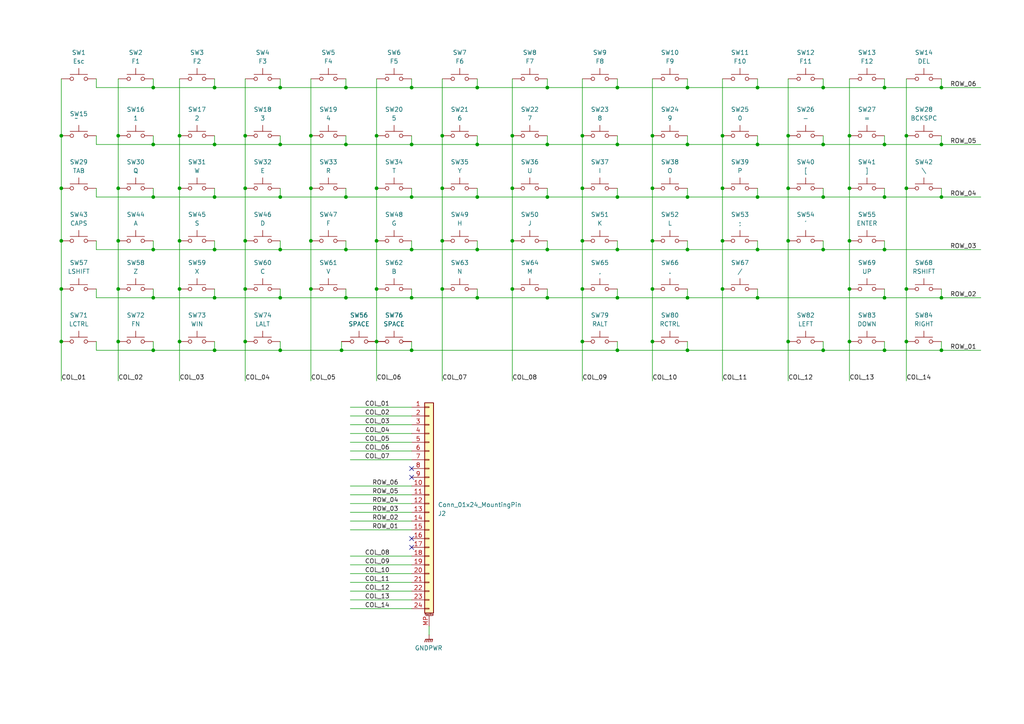
<source format=kicad_sch>
(kicad_sch
	(version 20231120)
	(generator "eeschema")
	(generator_version "8.0")
	(uuid "f63f738d-4e2e-471c-bb77-5772c1fff6b3")
	(paper "A4")
	(lib_symbols
		(symbol "Connector_Generic_MountingPin:Conn_01x24_MountingPin"
			(pin_names
				(offset 1.016) hide)
			(exclude_from_sim no)
			(in_bom yes)
			(on_board yes)
			(property "Reference" "J"
				(at 0 30.48 0)
				(effects
					(font
						(size 1.27 1.27)
					)
				)
			)
			(property "Value" "Conn_01x24_MountingPin"
				(at 1.27 -33.02 0)
				(effects
					(font
						(size 1.27 1.27)
					)
					(justify left)
				)
			)
			(property "Footprint" ""
				(at 0 0 0)
				(effects
					(font
						(size 1.27 1.27)
					)
					(hide yes)
				)
			)
			(property "Datasheet" "~"
				(at 0 0 0)
				(effects
					(font
						(size 1.27 1.27)
					)
					(hide yes)
				)
			)
			(property "Description" "Generic connectable mounting pin connector, single row, 01x24, script generated (kicad-library-utils/schlib/autogen/connector/)"
				(at 0 0 0)
				(effects
					(font
						(size 1.27 1.27)
					)
					(hide yes)
				)
			)
			(property "ki_keywords" "connector"
				(at 0 0 0)
				(effects
					(font
						(size 1.27 1.27)
					)
					(hide yes)
				)
			)
			(property "ki_fp_filters" "Connector*:*_1x??-1MP*"
				(at 0 0 0)
				(effects
					(font
						(size 1.27 1.27)
					)
					(hide yes)
				)
			)
			(symbol "Conn_01x24_MountingPin_1_1"
				(rectangle
					(start -1.27 -30.353)
					(end 0 -30.607)
					(stroke
						(width 0.1524)
						(type default)
					)
					(fill
						(type none)
					)
				)
				(rectangle
					(start -1.27 -27.813)
					(end 0 -28.067)
					(stroke
						(width 0.1524)
						(type default)
					)
					(fill
						(type none)
					)
				)
				(rectangle
					(start -1.27 -25.273)
					(end 0 -25.527)
					(stroke
						(width 0.1524)
						(type default)
					)
					(fill
						(type none)
					)
				)
				(rectangle
					(start -1.27 -22.733)
					(end 0 -22.987)
					(stroke
						(width 0.1524)
						(type default)
					)
					(fill
						(type none)
					)
				)
				(rectangle
					(start -1.27 -20.193)
					(end 0 -20.447)
					(stroke
						(width 0.1524)
						(type default)
					)
					(fill
						(type none)
					)
				)
				(rectangle
					(start -1.27 -17.653)
					(end 0 -17.907)
					(stroke
						(width 0.1524)
						(type default)
					)
					(fill
						(type none)
					)
				)
				(rectangle
					(start -1.27 -15.113)
					(end 0 -15.367)
					(stroke
						(width 0.1524)
						(type default)
					)
					(fill
						(type none)
					)
				)
				(rectangle
					(start -1.27 -12.573)
					(end 0 -12.827)
					(stroke
						(width 0.1524)
						(type default)
					)
					(fill
						(type none)
					)
				)
				(rectangle
					(start -1.27 -10.033)
					(end 0 -10.287)
					(stroke
						(width 0.1524)
						(type default)
					)
					(fill
						(type none)
					)
				)
				(rectangle
					(start -1.27 -7.493)
					(end 0 -7.747)
					(stroke
						(width 0.1524)
						(type default)
					)
					(fill
						(type none)
					)
				)
				(rectangle
					(start -1.27 -4.953)
					(end 0 -5.207)
					(stroke
						(width 0.1524)
						(type default)
					)
					(fill
						(type none)
					)
				)
				(rectangle
					(start -1.27 -2.413)
					(end 0 -2.667)
					(stroke
						(width 0.1524)
						(type default)
					)
					(fill
						(type none)
					)
				)
				(rectangle
					(start -1.27 0.127)
					(end 0 -0.127)
					(stroke
						(width 0.1524)
						(type default)
					)
					(fill
						(type none)
					)
				)
				(rectangle
					(start -1.27 2.667)
					(end 0 2.413)
					(stroke
						(width 0.1524)
						(type default)
					)
					(fill
						(type none)
					)
				)
				(rectangle
					(start -1.27 5.207)
					(end 0 4.953)
					(stroke
						(width 0.1524)
						(type default)
					)
					(fill
						(type none)
					)
				)
				(rectangle
					(start -1.27 7.747)
					(end 0 7.493)
					(stroke
						(width 0.1524)
						(type default)
					)
					(fill
						(type none)
					)
				)
				(rectangle
					(start -1.27 10.287)
					(end 0 10.033)
					(stroke
						(width 0.1524)
						(type default)
					)
					(fill
						(type none)
					)
				)
				(rectangle
					(start -1.27 12.827)
					(end 0 12.573)
					(stroke
						(width 0.1524)
						(type default)
					)
					(fill
						(type none)
					)
				)
				(rectangle
					(start -1.27 15.367)
					(end 0 15.113)
					(stroke
						(width 0.1524)
						(type default)
					)
					(fill
						(type none)
					)
				)
				(rectangle
					(start -1.27 17.907)
					(end 0 17.653)
					(stroke
						(width 0.1524)
						(type default)
					)
					(fill
						(type none)
					)
				)
				(rectangle
					(start -1.27 20.447)
					(end 0 20.193)
					(stroke
						(width 0.1524)
						(type default)
					)
					(fill
						(type none)
					)
				)
				(rectangle
					(start -1.27 22.987)
					(end 0 22.733)
					(stroke
						(width 0.1524)
						(type default)
					)
					(fill
						(type none)
					)
				)
				(rectangle
					(start -1.27 25.527)
					(end 0 25.273)
					(stroke
						(width 0.1524)
						(type default)
					)
					(fill
						(type none)
					)
				)
				(rectangle
					(start -1.27 28.067)
					(end 0 27.813)
					(stroke
						(width 0.1524)
						(type default)
					)
					(fill
						(type none)
					)
				)
				(rectangle
					(start -1.27 29.21)
					(end 1.27 -31.75)
					(stroke
						(width 0.254)
						(type default)
					)
					(fill
						(type background)
					)
				)
				(polyline
					(pts
						(xy -1.016 -32.512) (xy 1.016 -32.512)
					)
					(stroke
						(width 0.1524)
						(type default)
					)
					(fill
						(type none)
					)
				)
				(text "Mounting"
					(at 0 -32.131 0)
					(effects
						(font
							(size 0.381 0.381)
						)
					)
				)
				(pin passive line
					(at -5.08 27.94 0)
					(length 3.81)
					(name "Pin_1"
						(effects
							(font
								(size 1.27 1.27)
							)
						)
					)
					(number "1"
						(effects
							(font
								(size 1.27 1.27)
							)
						)
					)
				)
				(pin passive line
					(at -5.08 5.08 0)
					(length 3.81)
					(name "Pin_10"
						(effects
							(font
								(size 1.27 1.27)
							)
						)
					)
					(number "10"
						(effects
							(font
								(size 1.27 1.27)
							)
						)
					)
				)
				(pin passive line
					(at -5.08 2.54 0)
					(length 3.81)
					(name "Pin_11"
						(effects
							(font
								(size 1.27 1.27)
							)
						)
					)
					(number "11"
						(effects
							(font
								(size 1.27 1.27)
							)
						)
					)
				)
				(pin passive line
					(at -5.08 0 0)
					(length 3.81)
					(name "Pin_12"
						(effects
							(font
								(size 1.27 1.27)
							)
						)
					)
					(number "12"
						(effects
							(font
								(size 1.27 1.27)
							)
						)
					)
				)
				(pin passive line
					(at -5.08 -2.54 0)
					(length 3.81)
					(name "Pin_13"
						(effects
							(font
								(size 1.27 1.27)
							)
						)
					)
					(number "13"
						(effects
							(font
								(size 1.27 1.27)
							)
						)
					)
				)
				(pin passive line
					(at -5.08 -5.08 0)
					(length 3.81)
					(name "Pin_14"
						(effects
							(font
								(size 1.27 1.27)
							)
						)
					)
					(number "14"
						(effects
							(font
								(size 1.27 1.27)
							)
						)
					)
				)
				(pin passive line
					(at -5.08 -7.62 0)
					(length 3.81)
					(name "Pin_15"
						(effects
							(font
								(size 1.27 1.27)
							)
						)
					)
					(number "15"
						(effects
							(font
								(size 1.27 1.27)
							)
						)
					)
				)
				(pin passive line
					(at -5.08 -10.16 0)
					(length 3.81)
					(name "Pin_16"
						(effects
							(font
								(size 1.27 1.27)
							)
						)
					)
					(number "16"
						(effects
							(font
								(size 1.27 1.27)
							)
						)
					)
				)
				(pin passive line
					(at -5.08 -12.7 0)
					(length 3.81)
					(name "Pin_17"
						(effects
							(font
								(size 1.27 1.27)
							)
						)
					)
					(number "17"
						(effects
							(font
								(size 1.27 1.27)
							)
						)
					)
				)
				(pin passive line
					(at -5.08 -15.24 0)
					(length 3.81)
					(name "Pin_18"
						(effects
							(font
								(size 1.27 1.27)
							)
						)
					)
					(number "18"
						(effects
							(font
								(size 1.27 1.27)
							)
						)
					)
				)
				(pin passive line
					(at -5.08 -17.78 0)
					(length 3.81)
					(name "Pin_19"
						(effects
							(font
								(size 1.27 1.27)
							)
						)
					)
					(number "19"
						(effects
							(font
								(size 1.27 1.27)
							)
						)
					)
				)
				(pin passive line
					(at -5.08 25.4 0)
					(length 3.81)
					(name "Pin_2"
						(effects
							(font
								(size 1.27 1.27)
							)
						)
					)
					(number "2"
						(effects
							(font
								(size 1.27 1.27)
							)
						)
					)
				)
				(pin passive line
					(at -5.08 -20.32 0)
					(length 3.81)
					(name "Pin_20"
						(effects
							(font
								(size 1.27 1.27)
							)
						)
					)
					(number "20"
						(effects
							(font
								(size 1.27 1.27)
							)
						)
					)
				)
				(pin passive line
					(at -5.08 -22.86 0)
					(length 3.81)
					(name "Pin_21"
						(effects
							(font
								(size 1.27 1.27)
							)
						)
					)
					(number "21"
						(effects
							(font
								(size 1.27 1.27)
							)
						)
					)
				)
				(pin passive line
					(at -5.08 -25.4 0)
					(length 3.81)
					(name "Pin_22"
						(effects
							(font
								(size 1.27 1.27)
							)
						)
					)
					(number "22"
						(effects
							(font
								(size 1.27 1.27)
							)
						)
					)
				)
				(pin passive line
					(at -5.08 -27.94 0)
					(length 3.81)
					(name "Pin_23"
						(effects
							(font
								(size 1.27 1.27)
							)
						)
					)
					(number "23"
						(effects
							(font
								(size 1.27 1.27)
							)
						)
					)
				)
				(pin passive line
					(at -5.08 -30.48 0)
					(length 3.81)
					(name "Pin_24"
						(effects
							(font
								(size 1.27 1.27)
							)
						)
					)
					(number "24"
						(effects
							(font
								(size 1.27 1.27)
							)
						)
					)
				)
				(pin passive line
					(at -5.08 22.86 0)
					(length 3.81)
					(name "Pin_3"
						(effects
							(font
								(size 1.27 1.27)
							)
						)
					)
					(number "3"
						(effects
							(font
								(size 1.27 1.27)
							)
						)
					)
				)
				(pin passive line
					(at -5.08 20.32 0)
					(length 3.81)
					(name "Pin_4"
						(effects
							(font
								(size 1.27 1.27)
							)
						)
					)
					(number "4"
						(effects
							(font
								(size 1.27 1.27)
							)
						)
					)
				)
				(pin passive line
					(at -5.08 17.78 0)
					(length 3.81)
					(name "Pin_5"
						(effects
							(font
								(size 1.27 1.27)
							)
						)
					)
					(number "5"
						(effects
							(font
								(size 1.27 1.27)
							)
						)
					)
				)
				(pin passive line
					(at -5.08 15.24 0)
					(length 3.81)
					(name "Pin_6"
						(effects
							(font
								(size 1.27 1.27)
							)
						)
					)
					(number "6"
						(effects
							(font
								(size 1.27 1.27)
							)
						)
					)
				)
				(pin passive line
					(at -5.08 12.7 0)
					(length 3.81)
					(name "Pin_7"
						(effects
							(font
								(size 1.27 1.27)
							)
						)
					)
					(number "7"
						(effects
							(font
								(size 1.27 1.27)
							)
						)
					)
				)
				(pin passive line
					(at -5.08 10.16 0)
					(length 3.81)
					(name "Pin_8"
						(effects
							(font
								(size 1.27 1.27)
							)
						)
					)
					(number "8"
						(effects
							(font
								(size 1.27 1.27)
							)
						)
					)
				)
				(pin passive line
					(at -5.08 7.62 0)
					(length 3.81)
					(name "Pin_9"
						(effects
							(font
								(size 1.27 1.27)
							)
						)
					)
					(number "9"
						(effects
							(font
								(size 1.27 1.27)
							)
						)
					)
				)
				(pin passive line
					(at 0 -35.56 90)
					(length 3.048)
					(name "MountPin"
						(effects
							(font
								(size 1.27 1.27)
							)
						)
					)
					(number "MP"
						(effects
							(font
								(size 1.27 1.27)
							)
						)
					)
				)
			)
		)
		(symbol "Switch:SW_Omron_B3FS"
			(pin_numbers hide)
			(pin_names
				(offset 1.016) hide)
			(exclude_from_sim no)
			(in_bom yes)
			(on_board yes)
			(property "Reference" "SW"
				(at 1.27 2.54 0)
				(effects
					(font
						(size 1.27 1.27)
					)
					(justify left)
				)
			)
			(property "Value" "SW_Omron_B3FS"
				(at 0 -1.524 0)
				(effects
					(font
						(size 1.27 1.27)
					)
				)
			)
			(property "Footprint" ""
				(at 0 5.08 0)
				(effects
					(font
						(size 1.27 1.27)
					)
					(hide yes)
				)
			)
			(property "Datasheet" "https://omronfs.omron.com/en_US/ecb/products/pdf/en-b3fs.pdf"
				(at 0 5.08 0)
				(effects
					(font
						(size 1.27 1.27)
					)
					(hide yes)
				)
			)
			(property "Description" "Omron B3FS 6x6mm single pole normally-open tactile switch"
				(at 0 0 0)
				(effects
					(font
						(size 1.27 1.27)
					)
					(hide yes)
				)
			)
			(property "ki_keywords" "switch normally-open pushbutton push-button"
				(at 0 0 0)
				(effects
					(font
						(size 1.27 1.27)
					)
					(hide yes)
				)
			)
			(property "ki_fp_filters" "SW*Omron*B3FS*"
				(at 0 0 0)
				(effects
					(font
						(size 1.27 1.27)
					)
					(hide yes)
				)
			)
			(symbol "SW_Omron_B3FS_0_1"
				(circle
					(center -2.032 0)
					(radius 0.508)
					(stroke
						(width 0)
						(type default)
					)
					(fill
						(type none)
					)
				)
				(polyline
					(pts
						(xy 0 1.27) (xy 0 3.048)
					)
					(stroke
						(width 0)
						(type default)
					)
					(fill
						(type none)
					)
				)
				(polyline
					(pts
						(xy 2.54 1.27) (xy -2.54 1.27)
					)
					(stroke
						(width 0)
						(type default)
					)
					(fill
						(type none)
					)
				)
				(circle
					(center 2.032 0)
					(radius 0.508)
					(stroke
						(width 0)
						(type default)
					)
					(fill
						(type none)
					)
				)
				(pin passive line
					(at -5.08 0 0)
					(length 2.54)
					(name "1"
						(effects
							(font
								(size 1.27 1.27)
							)
						)
					)
					(number "1"
						(effects
							(font
								(size 1.27 1.27)
							)
						)
					)
				)
				(pin passive line
					(at 5.08 0 180)
					(length 2.54)
					(name "2"
						(effects
							(font
								(size 1.27 1.27)
							)
						)
					)
					(number "2"
						(effects
							(font
								(size 1.27 1.27)
							)
						)
					)
				)
			)
		)
		(symbol "power:GNDPWR"
			(power)
			(pin_numbers hide)
			(pin_names
				(offset 0) hide)
			(exclude_from_sim no)
			(in_bom yes)
			(on_board yes)
			(property "Reference" "#PWR"
				(at 0 -5.08 0)
				(effects
					(font
						(size 1.27 1.27)
					)
					(hide yes)
				)
			)
			(property "Value" "GNDPWR"
				(at 0 -3.302 0)
				(effects
					(font
						(size 1.27 1.27)
					)
				)
			)
			(property "Footprint" ""
				(at 0 -1.27 0)
				(effects
					(font
						(size 1.27 1.27)
					)
					(hide yes)
				)
			)
			(property "Datasheet" ""
				(at 0 -1.27 0)
				(effects
					(font
						(size 1.27 1.27)
					)
					(hide yes)
				)
			)
			(property "Description" "Power symbol creates a global label with name \"GNDPWR\" , global ground"
				(at 0 0 0)
				(effects
					(font
						(size 1.27 1.27)
					)
					(hide yes)
				)
			)
			(property "ki_keywords" "global ground"
				(at 0 0 0)
				(effects
					(font
						(size 1.27 1.27)
					)
					(hide yes)
				)
			)
			(symbol "GNDPWR_0_1"
				(polyline
					(pts
						(xy 0 -1.27) (xy 0 0)
					)
					(stroke
						(width 0)
						(type default)
					)
					(fill
						(type none)
					)
				)
				(polyline
					(pts
						(xy -1.016 -1.27) (xy -1.27 -2.032) (xy -1.27 -2.032)
					)
					(stroke
						(width 0.2032)
						(type default)
					)
					(fill
						(type none)
					)
				)
				(polyline
					(pts
						(xy -0.508 -1.27) (xy -0.762 -2.032) (xy -0.762 -2.032)
					)
					(stroke
						(width 0.2032)
						(type default)
					)
					(fill
						(type none)
					)
				)
				(polyline
					(pts
						(xy 0 -1.27) (xy -0.254 -2.032) (xy -0.254 -2.032)
					)
					(stroke
						(width 0.2032)
						(type default)
					)
					(fill
						(type none)
					)
				)
				(polyline
					(pts
						(xy 0.508 -1.27) (xy 0.254 -2.032) (xy 0.254 -2.032)
					)
					(stroke
						(width 0.2032)
						(type default)
					)
					(fill
						(type none)
					)
				)
				(polyline
					(pts
						(xy 1.016 -1.27) (xy -1.016 -1.27) (xy -1.016 -1.27)
					)
					(stroke
						(width 0.2032)
						(type default)
					)
					(fill
						(type none)
					)
				)
				(polyline
					(pts
						(xy 1.016 -1.27) (xy 0.762 -2.032) (xy 0.762 -2.032) (xy 0.762 -2.032)
					)
					(stroke
						(width 0.2032)
						(type default)
					)
					(fill
						(type none)
					)
				)
			)
			(symbol "GNDPWR_1_1"
				(pin power_in line
					(at 0 0 270)
					(length 0)
					(name "~"
						(effects
							(font
								(size 1.27 1.27)
							)
						)
					)
					(number "1"
						(effects
							(font
								(size 1.27 1.27)
							)
						)
					)
				)
			)
		)
	)
	(junction
		(at 199.39 41.91)
		(diameter 0)
		(color 0 0 0 0)
		(uuid "043927a9-3dd2-4323-9ce3-61c74e97e57a")
	)
	(junction
		(at 262.89 54.61)
		(diameter 0)
		(color 0 0 0 0)
		(uuid "06adeca0-0e59-4c70-84ae-bfd9a00d7fbb")
	)
	(junction
		(at 90.17 83.82)
		(diameter 0)
		(color 0 0 0 0)
		(uuid "075e72de-e9ed-4134-bbcd-9f3e2ff245c8")
	)
	(junction
		(at 246.38 69.85)
		(diameter 0)
		(color 0 0 0 0)
		(uuid "0aaaa148-2599-4d7b-95eb-9ca7681c0d98")
	)
	(junction
		(at 273.05 101.6)
		(diameter 0)
		(color 0 0 0 0)
		(uuid "0ac0cccc-db0c-47e7-82bf-ee5bf9d8c963")
	)
	(junction
		(at 179.07 57.15)
		(diameter 0)
		(color 0 0 0 0)
		(uuid "0d33af68-e5d7-42da-81ff-99799721acaa")
	)
	(junction
		(at 81.28 72.39)
		(diameter 0)
		(color 0 0 0 0)
		(uuid "0e280f96-5b57-4d60-9082-d2746f5c10d5")
	)
	(junction
		(at 273.05 57.15)
		(diameter 0)
		(color 0 0 0 0)
		(uuid "0eca4850-e9e9-4d7d-b676-f6ec32a415cf")
	)
	(junction
		(at 148.59 83.82)
		(diameter 0)
		(color 0 0 0 0)
		(uuid "0eeb32cb-5d66-4428-88d4-7a260092078b")
	)
	(junction
		(at 168.91 54.61)
		(diameter 0)
		(color 0 0 0 0)
		(uuid "104ffe87-ad4f-4f7a-92b8-609be7cc8afb")
	)
	(junction
		(at 109.22 69.85)
		(diameter 0)
		(color 0 0 0 0)
		(uuid "1336001e-5aea-4a20-9ef8-36ca11f62d84")
	)
	(junction
		(at 138.43 86.36)
		(diameter 0)
		(color 0 0 0 0)
		(uuid "1398adf7-c1b9-413b-a887-3d567b41cef4")
	)
	(junction
		(at 238.76 57.15)
		(diameter 0)
		(color 0 0 0 0)
		(uuid "14fa13d5-51ca-435e-98d3-e4fc05f1f4cc")
	)
	(junction
		(at 44.45 41.91)
		(diameter 0)
		(color 0 0 0 0)
		(uuid "165a11c7-2611-49ed-9ddd-c8d317acd9a2")
	)
	(junction
		(at 246.38 83.82)
		(diameter 0)
		(color 0 0 0 0)
		(uuid "19cea279-00d2-46b7-bd6e-39ada19d189e")
	)
	(junction
		(at 52.07 99.06)
		(diameter 0)
		(color 0 0 0 0)
		(uuid "1ac8de55-bbc2-4127-9804-acc7ea7bb2b1")
	)
	(junction
		(at 238.76 41.91)
		(diameter 0)
		(color 0 0 0 0)
		(uuid "1ada347b-34de-4759-bd2a-9ef315577319")
	)
	(junction
		(at 62.23 86.36)
		(diameter 0)
		(color 0 0 0 0)
		(uuid "1ef5267f-9750-4502-9e47-01b4d83841b6")
	)
	(junction
		(at 100.33 72.39)
		(diameter 0)
		(color 0 0 0 0)
		(uuid "1f550e8c-4a49-46eb-b90d-a55b4414db2c")
	)
	(junction
		(at 158.75 25.4)
		(diameter 0)
		(color 0 0 0 0)
		(uuid "1fc7fd7e-1d5b-4228-91f7-feaa66ac5751")
	)
	(junction
		(at 262.89 99.06)
		(diameter 0)
		(color 0 0 0 0)
		(uuid "2064551b-ede2-4578-9963-2cda49ebde97")
	)
	(junction
		(at 199.39 72.39)
		(diameter 0)
		(color 0 0 0 0)
		(uuid "2064dec9-4ab7-4074-b8f1-149eaf4e5acb")
	)
	(junction
		(at 219.71 86.36)
		(diameter 0)
		(color 0 0 0 0)
		(uuid "208144f8-84e1-4232-8a8b-2edbc07ebe57")
	)
	(junction
		(at 179.07 72.39)
		(diameter 0)
		(color 0 0 0 0)
		(uuid "228a4383-42cd-4c71-ae05-8c3b2e248776")
	)
	(junction
		(at 238.76 25.4)
		(diameter 0)
		(color 0 0 0 0)
		(uuid "234751fd-61aa-40ca-bb5f-8ff65483bf56")
	)
	(junction
		(at 238.76 72.39)
		(diameter 0)
		(color 0 0 0 0)
		(uuid "23502e03-e1bd-4aef-9074-9ac8ae156cfb")
	)
	(junction
		(at 138.43 57.15)
		(diameter 0)
		(color 0 0 0 0)
		(uuid "24d092d2-468d-4e30-a091-8728a7b65047")
	)
	(junction
		(at 168.91 39.37)
		(diameter 0)
		(color 0 0 0 0)
		(uuid "267f914f-7f13-4c98-be18-1f6d74aa00df")
	)
	(junction
		(at 148.59 54.61)
		(diameter 0)
		(color 0 0 0 0)
		(uuid "27a8ac2e-2cd0-401d-baca-a82e81f084e0")
	)
	(junction
		(at 158.75 72.39)
		(diameter 0)
		(color 0 0 0 0)
		(uuid "292a8cd3-6a7e-4bd8-b699-3abc066224ec")
	)
	(junction
		(at 189.23 69.85)
		(diameter 0)
		(color 0 0 0 0)
		(uuid "2d9e5bd4-ad13-4edd-a1f4-0cfdfc50f319")
	)
	(junction
		(at 71.12 39.37)
		(diameter 0)
		(color 0 0 0 0)
		(uuid "2dbd8612-76e1-414f-b07c-de2f1c42f3da")
	)
	(junction
		(at 34.29 39.37)
		(diameter 0)
		(color 0 0 0 0)
		(uuid "2e21a7a2-d63b-43da-88df-258de5fee8a7")
	)
	(junction
		(at 128.27 69.85)
		(diameter 0)
		(color 0 0 0 0)
		(uuid "2fd76806-b69d-44ca-9e24-218657c6b7d0")
	)
	(junction
		(at 246.38 54.61)
		(diameter 0)
		(color 0 0 0 0)
		(uuid "34c87ede-881f-4236-9fea-e05d983d5326")
	)
	(junction
		(at 168.91 69.85)
		(diameter 0)
		(color 0 0 0 0)
		(uuid "35c66f6c-0779-4d21-80b4-879d74c46b36")
	)
	(junction
		(at 81.28 25.4)
		(diameter 0)
		(color 0 0 0 0)
		(uuid "383eedaa-fc6f-49d9-aaa0-8967984079f4")
	)
	(junction
		(at 199.39 57.15)
		(diameter 0)
		(color 0 0 0 0)
		(uuid "38571f92-d4fa-431a-bce3-5de3bdbfc4d0")
	)
	(junction
		(at 189.23 39.37)
		(diameter 0)
		(color 0 0 0 0)
		(uuid "3a0b2372-c2bc-46ae-a42a-6fd5adb8341c")
	)
	(junction
		(at 209.55 69.85)
		(diameter 0)
		(color 0 0 0 0)
		(uuid "3a8f2648-f677-4bac-adb6-4aca93e712e0")
	)
	(junction
		(at 44.45 72.39)
		(diameter 0)
		(color 0 0 0 0)
		(uuid "4114e888-9aa7-4f10-9891-f21341e61928")
	)
	(junction
		(at 158.75 41.91)
		(diameter 0)
		(color 0 0 0 0)
		(uuid "445b7fc9-3d49-44cc-8a7f-5369c368e1b5")
	)
	(junction
		(at 17.78 54.61)
		(diameter 0)
		(color 0 0 0 0)
		(uuid "44d5306f-8c7e-46db-97d9-668081c3a061")
	)
	(junction
		(at 199.39 101.6)
		(diameter 0)
		(color 0 0 0 0)
		(uuid "45e01e7b-e975-46fa-bc05-e2ff7c03f3fe")
	)
	(junction
		(at 209.55 39.37)
		(diameter 0)
		(color 0 0 0 0)
		(uuid "46695f95-14f5-4e12-9461-39b8f3866aec")
	)
	(junction
		(at 119.38 86.36)
		(diameter 0)
		(color 0 0 0 0)
		(uuid "488ffdf1-bd0c-4f9f-a88c-c3b265753516")
	)
	(junction
		(at 100.33 86.36)
		(diameter 0)
		(color 0 0 0 0)
		(uuid "4b232fa9-23ca-491e-8a4c-2fd522442b41")
	)
	(junction
		(at 256.54 86.36)
		(diameter 0)
		(color 0 0 0 0)
		(uuid "4d5ca754-7f48-48c8-87a7-0aae6273dc05")
	)
	(junction
		(at 44.45 25.4)
		(diameter 0)
		(color 0 0 0 0)
		(uuid "4e1f524d-6656-48d7-97ff-7ce2e52ebb35")
	)
	(junction
		(at 189.23 99.06)
		(diameter 0)
		(color 0 0 0 0)
		(uuid "4e2a30fc-4e9a-4247-a6fb-9f55994da0b5")
	)
	(junction
		(at 138.43 25.4)
		(diameter 0)
		(color 0 0 0 0)
		(uuid "57160a50-a067-45fe-bd56-08683ee701f6")
	)
	(junction
		(at 17.78 39.37)
		(diameter 0)
		(color 0 0 0 0)
		(uuid "583a3b3a-9a22-408a-81d0-aa05a3b5c7f7")
	)
	(junction
		(at 128.27 83.82)
		(diameter 0)
		(color 0 0 0 0)
		(uuid "5a7804b4-b70d-4ab3-aecd-b8ec920f591b")
	)
	(junction
		(at 34.29 99.06)
		(diameter 0)
		(color 0 0 0 0)
		(uuid "5be03d30-751e-4d8a-a653-24c463677fa3")
	)
	(junction
		(at 119.38 57.15)
		(diameter 0)
		(color 0 0 0 0)
		(uuid "5dc703e6-11f8-495a-8aef-ebc0b2470c06")
	)
	(junction
		(at 100.33 41.91)
		(diameter 0)
		(color 0 0 0 0)
		(uuid "5ecad180-aa6e-4e98-9128-430da23926fb")
	)
	(junction
		(at 62.23 72.39)
		(diameter 0)
		(color 0 0 0 0)
		(uuid "5f90d52e-5323-4bcf-b00c-cf4281ce64ee")
	)
	(junction
		(at 219.71 41.91)
		(diameter 0)
		(color 0 0 0 0)
		(uuid "625b0178-a5ef-4db6-9cfb-288f9e179ccf")
	)
	(junction
		(at 71.12 69.85)
		(diameter 0)
		(color 0 0 0 0)
		(uuid "692e31e2-c79f-46b8-ab4a-3f4cbff3a57c")
	)
	(junction
		(at 99.06 101.6)
		(diameter 0)
		(color 0 0 0 0)
		(uuid "6c45ddfd-bad7-4d05-8f59-c7c78df2ce13")
	)
	(junction
		(at 62.23 101.6)
		(diameter 0)
		(color 0 0 0 0)
		(uuid "6ef90987-cc52-4ed0-83d0-f5bc2320c2df")
	)
	(junction
		(at 44.45 101.6)
		(diameter 0)
		(color 0 0 0 0)
		(uuid "72db6e93-136a-43ee-9215-8914fc5bed66")
	)
	(junction
		(at 52.07 39.37)
		(diameter 0)
		(color 0 0 0 0)
		(uuid "75d04dcc-b99a-43d8-9d5d-2dc86c74cd79")
	)
	(junction
		(at 17.78 69.85)
		(diameter 0)
		(color 0 0 0 0)
		(uuid "785de1f2-fbac-4fcd-a998-aeb2d3f0db9f")
	)
	(junction
		(at 209.55 83.82)
		(diameter 0)
		(color 0 0 0 0)
		(uuid "78a269f2-9e9d-4c1d-99c9-55ff2ebc38b4")
	)
	(junction
		(at 148.59 69.85)
		(diameter 0)
		(color 0 0 0 0)
		(uuid "78c53b96-b733-43e9-a0bf-419ac7288d1f")
	)
	(junction
		(at 273.05 41.91)
		(diameter 0)
		(color 0 0 0 0)
		(uuid "79f3ba4e-2d2d-4457-8244-d2d87345563d")
	)
	(junction
		(at 119.38 72.39)
		(diameter 0)
		(color 0 0 0 0)
		(uuid "80633baa-4408-4f7d-a978-78206aab92d2")
	)
	(junction
		(at 119.38 101.6)
		(diameter 0)
		(color 0 0 0 0)
		(uuid "8675a95f-3df2-4b4d-b744-4c28592fac30")
	)
	(junction
		(at 109.22 83.82)
		(diameter 0)
		(color 0 0 0 0)
		(uuid "86d31fc6-7b37-42c8-be58-83f80b03f6d3")
	)
	(junction
		(at 34.29 54.61)
		(diameter 0)
		(color 0 0 0 0)
		(uuid "881de7e8-18df-4b33-976a-19d578bb637d")
	)
	(junction
		(at 158.75 57.15)
		(diameter 0)
		(color 0 0 0 0)
		(uuid "886b1fbd-31ea-4525-b042-3475cca47e97")
	)
	(junction
		(at 71.12 99.06)
		(diameter 0)
		(color 0 0 0 0)
		(uuid "88b0f8f6-6fb7-4dd0-9db2-f24a71d1956e")
	)
	(junction
		(at 168.91 83.82)
		(diameter 0)
		(color 0 0 0 0)
		(uuid "893fe875-a8e8-4c38-b60a-11d8aa02ba95")
	)
	(junction
		(at 17.78 83.82)
		(diameter 0)
		(color 0 0 0 0)
		(uuid "8c0a3f93-113b-4ff6-8ba6-2a6fe8006cf4")
	)
	(junction
		(at 62.23 25.4)
		(diameter 0)
		(color 0 0 0 0)
		(uuid "8ff91581-3191-4e45-ba87-b0c570739a43")
	)
	(junction
		(at 256.54 101.6)
		(diameter 0)
		(color 0 0 0 0)
		(uuid "93a9f9d5-a412-4c9e-955e-5a6cc3b58843")
	)
	(junction
		(at 199.39 86.36)
		(diameter 0)
		(color 0 0 0 0)
		(uuid "948cf650-65b1-4427-a67c-6f8935b735c3")
	)
	(junction
		(at 179.07 25.4)
		(diameter 0)
		(color 0 0 0 0)
		(uuid "94f9b8e6-3458-46c5-944e-b43216e2bc9a")
	)
	(junction
		(at 109.22 39.37)
		(diameter 0)
		(color 0 0 0 0)
		(uuid "95ab41a2-1ac8-4153-ba89-4dc59550cab3")
	)
	(junction
		(at 228.6 99.06)
		(diameter 0)
		(color 0 0 0 0)
		(uuid "99336b96-0646-429c-a4ed-d5be11339e27")
	)
	(junction
		(at 228.6 54.61)
		(diameter 0)
		(color 0 0 0 0)
		(uuid "9a0355b2-2695-4da6-8fae-27010e933f36")
	)
	(junction
		(at 119.38 41.91)
		(diameter 0)
		(color 0 0 0 0)
		(uuid "9ab78e4d-5487-45b7-839b-4f87042fc517")
	)
	(junction
		(at 219.71 72.39)
		(diameter 0)
		(color 0 0 0 0)
		(uuid "9cfbfd8c-5ee9-4be9-b03d-8c4477ada477")
	)
	(junction
		(at 109.22 54.61)
		(diameter 0)
		(color 0 0 0 0)
		(uuid "9d9763a9-150e-4ef0-bfce-31cbbe166fbf")
	)
	(junction
		(at 256.54 57.15)
		(diameter 0)
		(color 0 0 0 0)
		(uuid "9f33e752-aab7-4693-be63-859e790dc77a")
	)
	(junction
		(at 189.23 83.82)
		(diameter 0)
		(color 0 0 0 0)
		(uuid "9f73042d-77dd-420e-ad75-c9db71e1620d")
	)
	(junction
		(at 209.55 54.61)
		(diameter 0)
		(color 0 0 0 0)
		(uuid "9fb38028-b286-4515-a129-3f2d5cefea1a")
	)
	(junction
		(at 128.27 39.37)
		(diameter 0)
		(color 0 0 0 0)
		(uuid "a02f063f-3b02-4f93-b91b-772a3a8851f3")
	)
	(junction
		(at 189.23 54.61)
		(diameter 0)
		(color 0 0 0 0)
		(uuid "a1027285-ab61-48cb-96d3-52fad754bf90")
	)
	(junction
		(at 90.17 69.85)
		(diameter 0)
		(color 0 0 0 0)
		(uuid "a311b35d-273d-4255-964a-c1ab896f6795")
	)
	(junction
		(at 34.29 83.82)
		(diameter 0)
		(color 0 0 0 0)
		(uuid "a3959613-051d-49a4-bcb2-ea165d8b4220")
	)
	(junction
		(at 262.89 83.82)
		(diameter 0)
		(color 0 0 0 0)
		(uuid "a64249bf-8328-4052-9fc3-862cc243870c")
	)
	(junction
		(at 168.91 99.06)
		(diameter 0)
		(color 0 0 0 0)
		(uuid "a80473ef-6338-425f-a778-dbf9f2a5bbd4")
	)
	(junction
		(at 219.71 57.15)
		(diameter 0)
		(color 0 0 0 0)
		(uuid "abb60d1b-b756-4366-ae4e-452fdebd269f")
	)
	(junction
		(at 148.59 39.37)
		(diameter 0)
		(color 0 0 0 0)
		(uuid "ac1c4271-a4e5-411c-9845-43235f5221ec")
	)
	(junction
		(at 219.71 25.4)
		(diameter 0)
		(color 0 0 0 0)
		(uuid "ac20b7b7-354b-482b-8b45-60c6c1e8d582")
	)
	(junction
		(at 179.07 101.6)
		(diameter 0)
		(color 0 0 0 0)
		(uuid "ac728389-6f70-4ac6-8e89-ca0acdc8a479")
	)
	(junction
		(at 100.33 57.15)
		(diameter 0)
		(color 0 0 0 0)
		(uuid "b40b1465-3857-4d19-8dc2-63b0842750c2")
	)
	(junction
		(at 44.45 86.36)
		(diameter 0)
		(color 0 0 0 0)
		(uuid "b4a240fe-ed42-4db1-85fa-da6d50427295")
	)
	(junction
		(at 71.12 83.82)
		(diameter 0)
		(color 0 0 0 0)
		(uuid "b542fc63-207b-4584-9834-60eca8697be8")
	)
	(junction
		(at 262.89 39.37)
		(diameter 0)
		(color 0 0 0 0)
		(uuid "b739c8ce-6f46-4d4f-a583-ff7f139fb0fe")
	)
	(junction
		(at 34.29 69.85)
		(diameter 0)
		(color 0 0 0 0)
		(uuid "b9da78cc-4049-4dce-95fe-fc0a2de32ee0")
	)
	(junction
		(at 100.33 25.4)
		(diameter 0)
		(color 0 0 0 0)
		(uuid "b9f95738-8336-4cc7-b6dc-c1934e0cb178")
	)
	(junction
		(at 273.05 25.4)
		(diameter 0)
		(color 0 0 0 0)
		(uuid "bb24ae3c-72db-49e9-90e2-b2d1e5d95024")
	)
	(junction
		(at 62.23 57.15)
		(diameter 0)
		(color 0 0 0 0)
		(uuid "be610908-c831-4af6-8a7e-30c7e8cdb3b4")
	)
	(junction
		(at 138.43 72.39)
		(diameter 0)
		(color 0 0 0 0)
		(uuid "bff24c99-41bd-47f3-9b0d-7e4054bf8b95")
	)
	(junction
		(at 256.54 72.39)
		(diameter 0)
		(color 0 0 0 0)
		(uuid "c36d1430-2f7f-4c04-baa4-e5e592e3bbd2")
	)
	(junction
		(at 246.38 99.06)
		(diameter 0)
		(color 0 0 0 0)
		(uuid "c63abce6-527c-4dc7-b4d9-b120c65b0cde")
	)
	(junction
		(at 52.07 69.85)
		(diameter 0)
		(color 0 0 0 0)
		(uuid "c7464f6d-97d6-4798-a94c-29cc2092229b")
	)
	(junction
		(at 138.43 41.91)
		(diameter 0)
		(color 0 0 0 0)
		(uuid "c7616d1d-cf66-4706-9400-9711eb65529f")
	)
	(junction
		(at 246.38 39.37)
		(diameter 0)
		(color 0 0 0 0)
		(uuid "c9be7894-88c6-4c16-a9c6-95f7d37a4d38")
	)
	(junction
		(at 52.07 54.61)
		(diameter 0)
		(color 0 0 0 0)
		(uuid "cc024ffa-71ca-44b7-989e-193306df0691")
	)
	(junction
		(at 52.07 83.82)
		(diameter 0)
		(color 0 0 0 0)
		(uuid "ccf43104-4d1e-4920-99f0-79bbf753c63c")
	)
	(junction
		(at 158.75 86.36)
		(diameter 0)
		(color 0 0 0 0)
		(uuid "cfc6e6ac-0d64-44ab-86df-a03007facd8a")
	)
	(junction
		(at 228.6 39.37)
		(diameter 0)
		(color 0 0 0 0)
		(uuid "d4982048-4989-4ea7-8e8b-4455a851fe9b")
	)
	(junction
		(at 119.38 25.4)
		(diameter 0)
		(color 0 0 0 0)
		(uuid "d7c0a39c-f073-4e23-934d-3442753847f8")
	)
	(junction
		(at 71.12 54.61)
		(diameter 0)
		(color 0 0 0 0)
		(uuid "db2fd513-d680-45bd-bd7f-f156fc5e2df6")
	)
	(junction
		(at 273.05 86.36)
		(diameter 0)
		(color 0 0 0 0)
		(uuid "dbcc10e9-17ec-4880-90bc-ca3879c3a40c")
	)
	(junction
		(at 81.28 41.91)
		(diameter 0)
		(color 0 0 0 0)
		(uuid "dcaa7183-dc71-4904-b0db-ad0fbfdb19ea")
	)
	(junction
		(at 238.76 101.6)
		(diameter 0)
		(color 0 0 0 0)
		(uuid "dcea90cb-dd7d-4542-bd4c-b0d834ebe4fb")
	)
	(junction
		(at 228.6 69.85)
		(diameter 0)
		(color 0 0 0 0)
		(uuid "ddb01d73-3a57-4f72-aaf2-21c0ff2ab4e2")
	)
	(junction
		(at 109.22 99.06)
		(diameter 0)
		(color 0 0 0 0)
		(uuid "e521cf44-fef5-4dd8-8653-8231f88464f2")
	)
	(junction
		(at 81.28 57.15)
		(diameter 0)
		(color 0 0 0 0)
		(uuid "e5e74a2a-f7d0-42d9-9c3c-9c6d91fd9a8e")
	)
	(junction
		(at 44.45 57.15)
		(diameter 0)
		(color 0 0 0 0)
		(uuid "e8392bd9-8dcf-4199-9573-e6bad4386dd7")
	)
	(junction
		(at 62.23 41.91)
		(diameter 0)
		(color 0 0 0 0)
		(uuid "eba9cead-69b3-428a-b384-96af87f10882")
	)
	(junction
		(at 199.39 25.4)
		(diameter 0)
		(color 0 0 0 0)
		(uuid "edaedcde-bf04-4a5d-b262-b74729d470f6")
	)
	(junction
		(at 81.28 86.36)
		(diameter 0)
		(color 0 0 0 0)
		(uuid "ef25983b-5a75-4fb9-9d83-c6b56153ac74")
	)
	(junction
		(at 256.54 41.91)
		(diameter 0)
		(color 0 0 0 0)
		(uuid "ef7c8d93-d307-4555-8782-b2b87e19d00d")
	)
	(junction
		(at 128.27 54.61)
		(diameter 0)
		(color 0 0 0 0)
		(uuid "efd81702-968e-470c-9917-0cc00abb9e5e")
	)
	(junction
		(at 90.17 39.37)
		(diameter 0)
		(color 0 0 0 0)
		(uuid "f0761813-fa1c-41a6-a75f-eb67926daf4c")
	)
	(junction
		(at 179.07 41.91)
		(diameter 0)
		(color 0 0 0 0)
		(uuid "f1bec91e-b0c3-41a0-9125-11b914d7f778")
	)
	(junction
		(at 256.54 25.4)
		(diameter 0)
		(color 0 0 0 0)
		(uuid "f47f951e-fb02-4c2f-9071-73e79b23eab0")
	)
	(junction
		(at 90.17 54.61)
		(diameter 0)
		(color 0 0 0 0)
		(uuid "f9ee44a4-4d9d-4de0-86b0-b95614445217")
	)
	(junction
		(at 17.78 99.06)
		(diameter 0)
		(color 0 0 0 0)
		(uuid "fbaec182-9433-4f9b-960a-1b8f12a55aa1")
	)
	(junction
		(at 81.28 101.6)
		(diameter 0)
		(color 0 0 0 0)
		(uuid "fcf55e40-d128-413f-9b6b-1f1d43e20a3a")
	)
	(junction
		(at 179.07 86.36)
		(diameter 0)
		(color 0 0 0 0)
		(uuid "ff72118c-7427-4845-82cd-74fe8a27a945")
	)
	(no_connect
		(at 119.38 156.21)
		(uuid "0e49eebb-71d2-4805-b1b5-bafcc2060e90")
	)
	(no_connect
		(at 119.38 138.43)
		(uuid "22436f28-38c3-44c6-b969-8eb3944394d6")
	)
	(no_connect
		(at 119.38 158.75)
		(uuid "57035c90-d1f7-4f54-b3b6-ee2ee3b55730")
	)
	(no_connect
		(at 119.38 135.89)
		(uuid "90ac3c9e-d070-478f-9802-61e15fe0e3de")
	)
	(wire
		(pts
			(xy 273.05 101.6) (xy 273.05 99.06)
		)
		(stroke
			(width 0)
			(type default)
		)
		(uuid "00d97a5c-1586-42f8-8317-fe031f90a6c6")
	)
	(wire
		(pts
			(xy 62.23 83.82) (xy 62.23 86.36)
		)
		(stroke
			(width 0)
			(type default)
		)
		(uuid "02ba63f5-9820-41ed-bc75-7f2bd39f246f")
	)
	(wire
		(pts
			(xy 44.45 57.15) (xy 62.23 57.15)
		)
		(stroke
			(width 0)
			(type default)
		)
		(uuid "02d148e6-5f3d-49e8-8b5f-a3f82f985f03")
	)
	(wire
		(pts
			(xy 44.45 25.4) (xy 62.23 25.4)
		)
		(stroke
			(width 0)
			(type default)
		)
		(uuid "042b4d00-5ebc-4647-ab3a-d46e7148b38f")
	)
	(wire
		(pts
			(xy 262.89 99.06) (xy 262.89 110.49)
		)
		(stroke
			(width 0)
			(type default)
		)
		(uuid "077efee5-ccd3-4dd3-abf4-55f349eea7b1")
	)
	(wire
		(pts
			(xy 219.71 22.86) (xy 219.71 25.4)
		)
		(stroke
			(width 0)
			(type default)
		)
		(uuid "0819696b-d9e6-4f4f-9fcc-e2a70efa0df1")
	)
	(wire
		(pts
			(xy 119.38 86.36) (xy 138.43 86.36)
		)
		(stroke
			(width 0)
			(type default)
		)
		(uuid "0843ff8b-f1bc-4586-95b4-1ae0f2d9bac3")
	)
	(wire
		(pts
			(xy 27.94 72.39) (xy 44.45 72.39)
		)
		(stroke
			(width 0)
			(type default)
		)
		(uuid "086f1fef-6118-4500-8a1f-d0ebc56a219b")
	)
	(wire
		(pts
			(xy 119.38 125.73) (xy 101.6 125.73)
		)
		(stroke
			(width 0)
			(type default)
		)
		(uuid "08920d45-6379-4d2e-b953-f37c3c61b11b")
	)
	(wire
		(pts
			(xy 128.27 54.61) (xy 128.27 69.85)
		)
		(stroke
			(width 0)
			(type default)
		)
		(uuid "09f9ab91-0cc9-495b-8634-f237538d56a1")
	)
	(wire
		(pts
			(xy 101.6 143.51) (xy 119.38 143.51)
		)
		(stroke
			(width 0)
			(type default)
		)
		(uuid "0ae287ea-d4c9-4447-882e-e4883d1667c0")
	)
	(wire
		(pts
			(xy 219.71 54.61) (xy 219.71 57.15)
		)
		(stroke
			(width 0)
			(type default)
		)
		(uuid "0e7de034-5c0f-4512-82ec-caa7bfc88508")
	)
	(wire
		(pts
			(xy 168.91 83.82) (xy 168.91 99.06)
		)
		(stroke
			(width 0)
			(type default)
		)
		(uuid "0ea30635-fbff-4c30-bc57-7d130b3e0859")
	)
	(wire
		(pts
			(xy 17.78 83.82) (xy 17.78 99.06)
		)
		(stroke
			(width 0)
			(type default)
		)
		(uuid "0ec82696-3ccd-4de8-86a4-3d70bb725a23")
	)
	(wire
		(pts
			(xy 256.54 99.06) (xy 256.54 101.6)
		)
		(stroke
			(width 0)
			(type default)
		)
		(uuid "0f4cf410-2b1c-4401-b054-24e4817a1281")
	)
	(wire
		(pts
			(xy 168.91 54.61) (xy 168.91 69.85)
		)
		(stroke
			(width 0)
			(type default)
		)
		(uuid "0fad5a0d-ac23-4eba-8589-fb6fae5f9b5d")
	)
	(wire
		(pts
			(xy 179.07 69.85) (xy 179.07 72.39)
		)
		(stroke
			(width 0)
			(type default)
		)
		(uuid "14141ba5-5dac-44f1-af4b-41ba123b66f1")
	)
	(wire
		(pts
			(xy 189.23 22.86) (xy 189.23 39.37)
		)
		(stroke
			(width 0)
			(type default)
		)
		(uuid "14e09128-6085-4dc6-b021-440aa589b89d")
	)
	(wire
		(pts
			(xy 179.07 72.39) (xy 199.39 72.39)
		)
		(stroke
			(width 0)
			(type default)
		)
		(uuid "1627ce69-c3b5-4255-a82f-8b7f2c96f50c")
	)
	(wire
		(pts
			(xy 34.29 99.06) (xy 34.29 110.49)
		)
		(stroke
			(width 0)
			(type default)
		)
		(uuid "16281849-fbea-459f-be2f-509025cd48e7")
	)
	(wire
		(pts
			(xy 119.38 120.65) (xy 101.6 120.65)
		)
		(stroke
			(width 0)
			(type default)
		)
		(uuid "1632ec98-7972-4492-ba7a-fa9e18169740")
	)
	(wire
		(pts
			(xy 179.07 22.86) (xy 179.07 25.4)
		)
		(stroke
			(width 0)
			(type default)
		)
		(uuid "16c193dc-8faf-4bd2-889b-747406fcf0cf")
	)
	(wire
		(pts
			(xy 109.22 99.06) (xy 109.22 110.49)
		)
		(stroke
			(width 0)
			(type default)
		)
		(uuid "17e55b8f-152a-481d-821b-720f9a4bd012")
	)
	(wire
		(pts
			(xy 273.05 25.4) (xy 273.05 22.86)
		)
		(stroke
			(width 0)
			(type default)
		)
		(uuid "18bb0588-e637-4aaf-a2f2-35051240ce38")
	)
	(wire
		(pts
			(xy 219.71 39.37) (xy 219.71 41.91)
		)
		(stroke
			(width 0)
			(type default)
		)
		(uuid "199b9992-db1d-4a19-b0c9-daae5e14023f")
	)
	(wire
		(pts
			(xy 17.78 99.06) (xy 17.78 110.49)
		)
		(stroke
			(width 0)
			(type default)
		)
		(uuid "19e096c8-1767-470d-9703-1cce69666e6a")
	)
	(wire
		(pts
			(xy 62.23 72.39) (xy 81.28 72.39)
		)
		(stroke
			(width 0)
			(type default)
		)
		(uuid "1b95f00d-718a-4e9d-a3a8-482decaf68d2")
	)
	(wire
		(pts
			(xy 100.33 86.36) (xy 119.38 86.36)
		)
		(stroke
			(width 0)
			(type default)
		)
		(uuid "1ba338d9-69bb-4ac6-80b3-583a7c6d9f02")
	)
	(wire
		(pts
			(xy 81.28 25.4) (xy 100.33 25.4)
		)
		(stroke
			(width 0)
			(type default)
		)
		(uuid "1bbd7004-0f38-44eb-ac8c-c9d0a87542d4")
	)
	(wire
		(pts
			(xy 44.45 69.85) (xy 44.45 72.39)
		)
		(stroke
			(width 0)
			(type default)
		)
		(uuid "1cfa3f3e-27a3-49fd-8996-96bfa0ed94c6")
	)
	(wire
		(pts
			(xy 199.39 86.36) (xy 219.71 86.36)
		)
		(stroke
			(width 0)
			(type default)
		)
		(uuid "1d21880b-19f5-4290-8b11-dfcd95282330")
	)
	(wire
		(pts
			(xy 189.23 69.85) (xy 189.23 83.82)
		)
		(stroke
			(width 0)
			(type default)
		)
		(uuid "1e8410d7-b9c7-4c2f-a1ec-81816c0a0e3d")
	)
	(wire
		(pts
			(xy 27.94 25.4) (xy 44.45 25.4)
		)
		(stroke
			(width 0)
			(type default)
		)
		(uuid "1f2563f4-1e2c-4ec2-a264-57bc5681c856")
	)
	(wire
		(pts
			(xy 17.78 39.37) (xy 17.78 54.61)
		)
		(stroke
			(width 0)
			(type default)
		)
		(uuid "1f6a4e0a-ffd9-4a84-bd78-0bf52183a903")
	)
	(wire
		(pts
			(xy 100.33 39.37) (xy 100.33 41.91)
		)
		(stroke
			(width 0)
			(type default)
		)
		(uuid "1f6a5bce-3efe-40b7-949e-868b77f0ce55")
	)
	(wire
		(pts
			(xy 62.23 101.6) (xy 81.28 101.6)
		)
		(stroke
			(width 0)
			(type default)
		)
		(uuid "200cca39-911a-4165-958d-9181b7d6d7ec")
	)
	(wire
		(pts
			(xy 158.75 83.82) (xy 158.75 86.36)
		)
		(stroke
			(width 0)
			(type default)
		)
		(uuid "20cf8caf-0f99-499d-8a09-a497d259a4cb")
	)
	(wire
		(pts
			(xy 101.6 146.05) (xy 119.38 146.05)
		)
		(stroke
			(width 0)
			(type default)
		)
		(uuid "215502ea-202e-4e25-964e-2108f04e8d11")
	)
	(wire
		(pts
			(xy 199.39 83.82) (xy 199.39 86.36)
		)
		(stroke
			(width 0)
			(type default)
		)
		(uuid "22470cba-fd34-4641-93e6-c4e44c2b8b69")
	)
	(wire
		(pts
			(xy 179.07 83.82) (xy 179.07 86.36)
		)
		(stroke
			(width 0)
			(type default)
		)
		(uuid "2522460a-3b69-4e70-ac4c-0a0a988e07b3")
	)
	(wire
		(pts
			(xy 238.76 39.37) (xy 238.76 41.91)
		)
		(stroke
			(width 0)
			(type default)
		)
		(uuid "252d092d-9bd1-465b-beb1-40c877601c48")
	)
	(wire
		(pts
			(xy 90.17 83.82) (xy 90.17 110.49)
		)
		(stroke
			(width 0)
			(type default)
		)
		(uuid "25b2617c-321c-43ee-8e5e-7535d4664762")
	)
	(wire
		(pts
			(xy 199.39 22.86) (xy 199.39 25.4)
		)
		(stroke
			(width 0)
			(type default)
		)
		(uuid "25dcde26-1607-4812-8751-2fd4254aa655")
	)
	(wire
		(pts
			(xy 246.38 22.86) (xy 246.38 39.37)
		)
		(stroke
			(width 0)
			(type default)
		)
		(uuid "266b2556-138f-45b5-8068-34e4280e6920")
	)
	(wire
		(pts
			(xy 148.59 54.61) (xy 148.59 69.85)
		)
		(stroke
			(width 0)
			(type default)
		)
		(uuid "2a2e84b1-8e10-4fa1-b594-a93fa7f00bf0")
	)
	(wire
		(pts
			(xy 179.07 54.61) (xy 179.07 57.15)
		)
		(stroke
			(width 0)
			(type default)
		)
		(uuid "2ad65abd-2a20-4ca3-9541-88e63436d613")
	)
	(wire
		(pts
			(xy 119.38 173.99) (xy 101.6 173.99)
		)
		(stroke
			(width 0)
			(type default)
		)
		(uuid "2b85183b-a82d-496a-99e0-845c1d70cc87")
	)
	(wire
		(pts
			(xy 262.89 39.37) (xy 262.89 54.61)
		)
		(stroke
			(width 0)
			(type default)
		)
		(uuid "2b9228fe-0b8e-4997-9bca-23265d9a3bac")
	)
	(wire
		(pts
			(xy 101.6 153.67) (xy 119.38 153.67)
		)
		(stroke
			(width 0)
			(type default)
		)
		(uuid "2c8a10e4-dfc3-496b-bb3e-8d69b20b055b")
	)
	(wire
		(pts
			(xy 90.17 69.85) (xy 90.17 83.82)
		)
		(stroke
			(width 0)
			(type default)
		)
		(uuid "2cc1c059-55ee-4e92-94a2-4584968fa489")
	)
	(wire
		(pts
			(xy 256.54 83.82) (xy 256.54 86.36)
		)
		(stroke
			(width 0)
			(type default)
		)
		(uuid "2ecd747b-3eb1-448a-be1d-73606913e272")
	)
	(wire
		(pts
			(xy 138.43 83.82) (xy 138.43 86.36)
		)
		(stroke
			(width 0)
			(type default)
		)
		(uuid "2f34c7d2-8338-4f7c-90fc-32ace1cf0503")
	)
	(wire
		(pts
			(xy 256.54 57.15) (xy 273.05 57.15)
		)
		(stroke
			(width 0)
			(type default)
		)
		(uuid "2f3c7097-6643-4184-afa1-baa4bebe9f74")
	)
	(wire
		(pts
			(xy 256.54 86.36) (xy 273.05 86.36)
		)
		(stroke
			(width 0)
			(type default)
		)
		(uuid "2fcd5134-5daf-47b0-a16e-fde03ad28f12")
	)
	(wire
		(pts
			(xy 27.94 41.91) (xy 44.45 41.91)
		)
		(stroke
			(width 0)
			(type default)
		)
		(uuid "30f03ac8-dc21-46c5-a63a-1b72997824f8")
	)
	(wire
		(pts
			(xy 34.29 54.61) (xy 34.29 69.85)
		)
		(stroke
			(width 0)
			(type default)
		)
		(uuid "315d500f-2b03-43e3-a452-7142ecd8b4f3")
	)
	(wire
		(pts
			(xy 119.38 118.11) (xy 101.6 118.11)
		)
		(stroke
			(width 0)
			(type default)
		)
		(uuid "32ff38f1-73af-4d26-a0c2-8cfb65a9a9c2")
	)
	(wire
		(pts
			(xy 52.07 83.82) (xy 52.07 99.06)
		)
		(stroke
			(width 0)
			(type default)
		)
		(uuid "33a4eee8-f8ee-44f3-ae06-aea6748a26ed")
	)
	(wire
		(pts
			(xy 62.23 57.15) (xy 81.28 57.15)
		)
		(stroke
			(width 0)
			(type default)
		)
		(uuid "33bd7f12-c693-4ae1-97a4-6b6f260e0ac9")
	)
	(wire
		(pts
			(xy 44.45 101.6) (xy 62.23 101.6)
		)
		(stroke
			(width 0)
			(type default)
		)
		(uuid "33e56cbc-9039-42f1-8b27-19a498fe1edd")
	)
	(wire
		(pts
			(xy 168.91 39.37) (xy 168.91 54.61)
		)
		(stroke
			(width 0)
			(type default)
		)
		(uuid "348f16d9-cc23-4818-9bef-d468a385e63c")
	)
	(wire
		(pts
			(xy 52.07 54.61) (xy 52.07 69.85)
		)
		(stroke
			(width 0)
			(type default)
		)
		(uuid "34e57e2f-7ce9-448a-afed-9cf0f76a04c7")
	)
	(wire
		(pts
			(xy 27.94 101.6) (xy 44.45 101.6)
		)
		(stroke
			(width 0)
			(type default)
		)
		(uuid "355fafc9-5dba-45e3-86ac-cce86a810142")
	)
	(wire
		(pts
			(xy 138.43 22.86) (xy 138.43 25.4)
		)
		(stroke
			(width 0)
			(type default)
		)
		(uuid "363940fa-2fa0-47d7-870d-678a1cf24c84")
	)
	(wire
		(pts
			(xy 158.75 25.4) (xy 179.07 25.4)
		)
		(stroke
			(width 0)
			(type default)
		)
		(uuid "393c41ce-2802-4cb1-ac4c-d106c2d2bd99")
	)
	(wire
		(pts
			(xy 17.78 54.61) (xy 17.78 69.85)
		)
		(stroke
			(width 0)
			(type default)
		)
		(uuid "39d83470-1f7b-423a-a61f-91c3c32f0c38")
	)
	(wire
		(pts
			(xy 34.29 69.85) (xy 34.29 83.82)
		)
		(stroke
			(width 0)
			(type default)
		)
		(uuid "3a64546d-fef5-47e0-a315-822d23d9c24d")
	)
	(wire
		(pts
			(xy 101.6 140.97) (xy 119.38 140.97)
		)
		(stroke
			(width 0)
			(type default)
		)
		(uuid "3d1cb4bb-c87e-44bb-adf1-9dffbc5b4c2e")
	)
	(wire
		(pts
			(xy 189.23 54.61) (xy 189.23 69.85)
		)
		(stroke
			(width 0)
			(type default)
		)
		(uuid "3d5c4fad-40f8-451b-9672-cb3e275fbdc4")
	)
	(wire
		(pts
			(xy 228.6 54.61) (xy 228.6 69.85)
		)
		(stroke
			(width 0)
			(type default)
		)
		(uuid "3e95ad32-de25-45b6-9192-9f1ce125a52c")
	)
	(wire
		(pts
			(xy 119.38 41.91) (xy 138.43 41.91)
		)
		(stroke
			(width 0)
			(type default)
		)
		(uuid "4021de76-76d8-4fdb-9b1d-60644ad2c81c")
	)
	(wire
		(pts
			(xy 44.45 22.86) (xy 44.45 25.4)
		)
		(stroke
			(width 0)
			(type default)
		)
		(uuid "40820b13-c07b-4b01-b5db-b1b706553d0c")
	)
	(wire
		(pts
			(xy 124.46 181.61) (xy 124.46 184.15)
		)
		(stroke
			(width 0)
			(type default)
		)
		(uuid "41a91d9c-7fc3-455f-94a0-204ccb202870")
	)
	(wire
		(pts
			(xy 273.05 57.15) (xy 273.05 54.61)
		)
		(stroke
			(width 0)
			(type default)
		)
		(uuid "41d50195-39b4-48e0-93ce-b07313a5174d")
	)
	(wire
		(pts
			(xy 179.07 25.4) (xy 199.39 25.4)
		)
		(stroke
			(width 0)
			(type default)
		)
		(uuid "41f4be46-6712-426a-b36c-55d6a67bb13d")
	)
	(wire
		(pts
			(xy 100.33 41.91) (xy 119.38 41.91)
		)
		(stroke
			(width 0)
			(type default)
		)
		(uuid "44f8439d-2d0c-4f10-b9f2-4b5a033852f3")
	)
	(wire
		(pts
			(xy 246.38 83.82) (xy 246.38 99.06)
		)
		(stroke
			(width 0)
			(type default)
		)
		(uuid "4530fe32-fb2e-4aac-9bf7-c4f5ab39e129")
	)
	(wire
		(pts
			(xy 62.23 41.91) (xy 81.28 41.91)
		)
		(stroke
			(width 0)
			(type default)
		)
		(uuid "47962067-a990-49cf-b683-bc5b777043a0")
	)
	(wire
		(pts
			(xy 256.54 41.91) (xy 273.05 41.91)
		)
		(stroke
			(width 0)
			(type default)
		)
		(uuid "4823e261-e858-4a8e-8c0f-a367e68db3f1")
	)
	(wire
		(pts
			(xy 273.05 41.91) (xy 273.05 39.37)
		)
		(stroke
			(width 0)
			(type default)
		)
		(uuid "48cb297d-e2a0-49bb-a006-df54843a0e94")
	)
	(wire
		(pts
			(xy 199.39 54.61) (xy 199.39 57.15)
		)
		(stroke
			(width 0)
			(type default)
		)
		(uuid "49b2e166-a131-4ed6-a9ab-ed83ef9ca821")
	)
	(wire
		(pts
			(xy 228.6 99.06) (xy 228.6 110.49)
		)
		(stroke
			(width 0)
			(type default)
		)
		(uuid "4ad2e92f-e1f1-42b7-8161-3edc86c5a044")
	)
	(wire
		(pts
			(xy 246.38 99.06) (xy 246.38 110.49)
		)
		(stroke
			(width 0)
			(type default)
		)
		(uuid "4b2e9050-598d-47fa-b30c-a34e0e45cb73")
	)
	(wire
		(pts
			(xy 119.38 99.06) (xy 119.38 101.6)
		)
		(stroke
			(width 0)
			(type default)
		)
		(uuid "4b322685-4855-453c-90c8-3e2a2da5ade2")
	)
	(wire
		(pts
			(xy 228.6 22.86) (xy 228.6 39.37)
		)
		(stroke
			(width 0)
			(type default)
		)
		(uuid "4c97f298-925f-4001-8054-11df15384a8b")
	)
	(wire
		(pts
			(xy 71.12 99.06) (xy 71.12 110.49)
		)
		(stroke
			(width 0)
			(type default)
		)
		(uuid "4cf7b8b2-6166-43e7-8a1a-aa0f8c8e015a")
	)
	(wire
		(pts
			(xy 119.38 130.81) (xy 101.6 130.81)
		)
		(stroke
			(width 0)
			(type default)
		)
		(uuid "4d1c2035-adc5-4150-a229-39ebae9735d3")
	)
	(wire
		(pts
			(xy 246.38 54.61) (xy 246.38 69.85)
		)
		(stroke
			(width 0)
			(type default)
		)
		(uuid "4face93b-3f01-4039-9656-4425f0d4538d")
	)
	(wire
		(pts
			(xy 256.54 54.61) (xy 256.54 57.15)
		)
		(stroke
			(width 0)
			(type default)
		)
		(uuid "50394cf6-a528-48d8-8dad-b04004ae37d9")
	)
	(wire
		(pts
			(xy 17.78 22.86) (xy 17.78 39.37)
		)
		(stroke
			(width 0)
			(type default)
		)
		(uuid "51c510b7-56d9-43cf-9ec0-db56cadbcebe")
	)
	(wire
		(pts
			(xy 179.07 39.37) (xy 179.07 41.91)
		)
		(stroke
			(width 0)
			(type default)
		)
		(uuid "526193c6-3592-4bbd-ab41-2b4b0d418058")
	)
	(wire
		(pts
			(xy 179.07 99.06) (xy 179.07 101.6)
		)
		(stroke
			(width 0)
			(type default)
		)
		(uuid "52e0d57e-fa9b-4ada-9894-01120fe86649")
	)
	(wire
		(pts
			(xy 189.23 99.06) (xy 189.23 110.49)
		)
		(stroke
			(width 0)
			(type default)
		)
		(uuid "532910fe-aec9-4af3-9d81-96825e941cc0")
	)
	(wire
		(pts
			(xy 62.23 22.86) (xy 62.23 25.4)
		)
		(stroke
			(width 0)
			(type default)
		)
		(uuid "541ba764-6441-4288-a9fa-b657ae3c3c39")
	)
	(wire
		(pts
			(xy 238.76 99.06) (xy 238.76 101.6)
		)
		(stroke
			(width 0)
			(type default)
		)
		(uuid "55dd6f76-dca7-4232-8f38-633175464a1a")
	)
	(wire
		(pts
			(xy 238.76 22.86) (xy 238.76 25.4)
		)
		(stroke
			(width 0)
			(type default)
		)
		(uuid "58995ba9-15c9-4b99-bdfa-39e70fe9c762")
	)
	(wire
		(pts
			(xy 100.33 83.82) (xy 100.33 86.36)
		)
		(stroke
			(width 0)
			(type default)
		)
		(uuid "58c0d505-1420-45fd-943f-59eb937b18e5")
	)
	(wire
		(pts
			(xy 81.28 39.37) (xy 81.28 41.91)
		)
		(stroke
			(width 0)
			(type default)
		)
		(uuid "59016422-ea9b-448a-8eab-a7906f7c325c")
	)
	(wire
		(pts
			(xy 168.91 99.06) (xy 168.91 110.49)
		)
		(stroke
			(width 0)
			(type default)
		)
		(uuid "5a925182-5215-45c8-bfd6-521693a5a14a")
	)
	(wire
		(pts
			(xy 138.43 41.91) (xy 158.75 41.91)
		)
		(stroke
			(width 0)
			(type default)
		)
		(uuid "5b798a6e-4f30-4aca-b31e-ddfb9c2c6d64")
	)
	(wire
		(pts
			(xy 27.94 83.82) (xy 27.94 86.36)
		)
		(stroke
			(width 0)
			(type default)
		)
		(uuid "5c084088-ba60-431e-841a-d6ecc0cb68e4")
	)
	(wire
		(pts
			(xy 148.59 83.82) (xy 148.59 110.49)
		)
		(stroke
			(width 0)
			(type default)
		)
		(uuid "5d7a13ac-a02e-4928-a3db-ed87d1e0566c")
	)
	(wire
		(pts
			(xy 158.75 54.61) (xy 158.75 57.15)
		)
		(stroke
			(width 0)
			(type default)
		)
		(uuid "5e9408c7-7bd3-40c8-8f40-913b8959bfb9")
	)
	(wire
		(pts
			(xy 179.07 57.15) (xy 199.39 57.15)
		)
		(stroke
			(width 0)
			(type default)
		)
		(uuid "5e982e80-a1a5-4cd3-b2a2-beee15da1073")
	)
	(wire
		(pts
			(xy 246.38 69.85) (xy 246.38 83.82)
		)
		(stroke
			(width 0)
			(type default)
		)
		(uuid "61167f35-8bac-4659-9437-c5b4d4dd27b4")
	)
	(wire
		(pts
			(xy 119.38 161.29) (xy 101.6 161.29)
		)
		(stroke
			(width 0)
			(type default)
		)
		(uuid "61afd4f8-8e56-4dea-9b3e-eee49a0efcca")
	)
	(wire
		(pts
			(xy 44.45 86.36) (xy 62.23 86.36)
		)
		(stroke
			(width 0)
			(type default)
		)
		(uuid "62523ebb-00a3-4ef9-b8f0-53294524f24b")
	)
	(wire
		(pts
			(xy 238.76 101.6) (xy 256.54 101.6)
		)
		(stroke
			(width 0)
			(type default)
		)
		(uuid "628dac8f-48f8-4774-916b-c151cc029e63")
	)
	(wire
		(pts
			(xy 199.39 57.15) (xy 219.71 57.15)
		)
		(stroke
			(width 0)
			(type default)
		)
		(uuid "62aebd15-75d3-45bd-9d9b-95e6d7441a59")
	)
	(wire
		(pts
			(xy 100.33 22.86) (xy 100.33 25.4)
		)
		(stroke
			(width 0)
			(type default)
		)
		(uuid "62e82c22-44ff-41ac-8e25-80dfcd20650b")
	)
	(wire
		(pts
			(xy 209.55 69.85) (xy 209.55 83.82)
		)
		(stroke
			(width 0)
			(type default)
		)
		(uuid "62f3c8b6-8ce2-41d6-b526-9baa69cc6d38")
	)
	(wire
		(pts
			(xy 219.71 69.85) (xy 219.71 72.39)
		)
		(stroke
			(width 0)
			(type default)
		)
		(uuid "63cd7aec-ea4e-447d-b8b7-359023be8b2e")
	)
	(wire
		(pts
			(xy 101.6 148.59) (xy 119.38 148.59)
		)
		(stroke
			(width 0)
			(type default)
		)
		(uuid "656dd48b-03e6-4da3-b87d-6940ad409469")
	)
	(wire
		(pts
			(xy 44.45 99.06) (xy 44.45 101.6)
		)
		(stroke
			(width 0)
			(type default)
		)
		(uuid "67bfe3c0-db88-4178-ad1d-e9e21069a8c5")
	)
	(wire
		(pts
			(xy 148.59 39.37) (xy 148.59 54.61)
		)
		(stroke
			(width 0)
			(type default)
		)
		(uuid "68e687e5-80ca-423b-83cc-7c4d41c36e36")
	)
	(wire
		(pts
			(xy 101.6 151.13) (xy 119.38 151.13)
		)
		(stroke
			(width 0)
			(type default)
		)
		(uuid "6a2c8a32-c677-4fd1-bd19-1a9db78aa47f")
	)
	(wire
		(pts
			(xy 238.76 25.4) (xy 256.54 25.4)
		)
		(stroke
			(width 0)
			(type default)
		)
		(uuid "6a561c9e-de16-49fe-b912-5752c8d5d081")
	)
	(wire
		(pts
			(xy 44.45 72.39) (xy 62.23 72.39)
		)
		(stroke
			(width 0)
			(type default)
		)
		(uuid "6bfa1086-6b16-4df5-9c11-1d768a3e391e")
	)
	(wire
		(pts
			(xy 138.43 39.37) (xy 138.43 41.91)
		)
		(stroke
			(width 0)
			(type default)
		)
		(uuid "6c913b7f-4784-4a49-abc2-bbc056f052a9")
	)
	(wire
		(pts
			(xy 209.55 54.61) (xy 209.55 69.85)
		)
		(stroke
			(width 0)
			(type default)
		)
		(uuid "6cf60b6b-7158-4113-87ba-51ffba40e5af")
	)
	(wire
		(pts
			(xy 158.75 22.86) (xy 158.75 25.4)
		)
		(stroke
			(width 0)
			(type default)
		)
		(uuid "700b2c6a-9f8c-4edd-b9e4-088f8887d74d")
	)
	(wire
		(pts
			(xy 81.28 101.6) (xy 99.06 101.6)
		)
		(stroke
			(width 0)
			(type default)
		)
		(uuid "703a6588-7cd4-4ca9-adbe-51b57b44c4ba")
	)
	(wire
		(pts
			(xy 99.06 101.6) (xy 119.38 101.6)
		)
		(stroke
			(width 0)
			(type default)
		)
		(uuid "70b10f66-97f3-4fff-9fec-ad7b66dfbac8")
	)
	(wire
		(pts
			(xy 138.43 54.61) (xy 138.43 57.15)
		)
		(stroke
			(width 0)
			(type default)
		)
		(uuid "710b1344-947a-4df1-86ed-bdb6f0fb7d92")
	)
	(wire
		(pts
			(xy 219.71 83.82) (xy 219.71 86.36)
		)
		(stroke
			(width 0)
			(type default)
		)
		(uuid "71e57ba7-3403-4da9-9a32-0f770d73dc4c")
	)
	(wire
		(pts
			(xy 238.76 57.15) (xy 256.54 57.15)
		)
		(stroke
			(width 0)
			(type default)
		)
		(uuid "72626d7a-bf2f-404a-a3b3-a938e23f4996")
	)
	(wire
		(pts
			(xy 100.33 72.39) (xy 119.38 72.39)
		)
		(stroke
			(width 0)
			(type default)
		)
		(uuid "73c55ea1-22ba-4461-860a-bb3c6f948935")
	)
	(wire
		(pts
			(xy 238.76 41.91) (xy 256.54 41.91)
		)
		(stroke
			(width 0)
			(type default)
		)
		(uuid "75725ad6-3697-49ad-9430-36b945994514")
	)
	(wire
		(pts
			(xy 148.59 69.85) (xy 148.59 83.82)
		)
		(stroke
			(width 0)
			(type default)
		)
		(uuid "75773d69-a3d1-45b5-a524-8decc8b81e98")
	)
	(wire
		(pts
			(xy 52.07 39.37) (xy 52.07 54.61)
		)
		(stroke
			(width 0)
			(type default)
		)
		(uuid "76e32268-0a81-46dc-bdc1-b8af49e838bb")
	)
	(wire
		(pts
			(xy 27.94 99.06) (xy 27.94 101.6)
		)
		(stroke
			(width 0)
			(type default)
		)
		(uuid "7717b3c6-2ac9-4fd8-8c96-f3162616cd4b")
	)
	(wire
		(pts
			(xy 168.91 69.85) (xy 168.91 83.82)
		)
		(stroke
			(width 0)
			(type default)
		)
		(uuid "77844b99-1a3c-4472-bfe4-fe4cac36c455")
	)
	(wire
		(pts
			(xy 256.54 101.6) (xy 273.05 101.6)
		)
		(stroke
			(width 0)
			(type default)
		)
		(uuid "778d5879-da93-48e0-a19c-81f3551839d9")
	)
	(wire
		(pts
			(xy 199.39 72.39) (xy 219.71 72.39)
		)
		(stroke
			(width 0)
			(type default)
		)
		(uuid "77f76022-15d6-4a8b-8dfe-330761dca41b")
	)
	(wire
		(pts
			(xy 179.07 86.36) (xy 199.39 86.36)
		)
		(stroke
			(width 0)
			(type default)
		)
		(uuid "7aff8c87-54ba-4ffe-8ddf-42d26d5f737a")
	)
	(wire
		(pts
			(xy 273.05 41.91) (xy 284.48 41.91)
		)
		(stroke
			(width 0)
			(type default)
		)
		(uuid "7c257a00-6e4d-4219-a65c-f08307dd703c")
	)
	(wire
		(pts
			(xy 62.23 54.61) (xy 62.23 57.15)
		)
		(stroke
			(width 0)
			(type default)
		)
		(uuid "7cac0210-aaf8-42c7-a3d7-de857ba63de7")
	)
	(wire
		(pts
			(xy 109.22 83.82) (xy 109.22 99.06)
		)
		(stroke
			(width 0)
			(type default)
		)
		(uuid "7eb25501-5b8e-4937-9d52-bfdefea5f296")
	)
	(wire
		(pts
			(xy 209.55 39.37) (xy 209.55 54.61)
		)
		(stroke
			(width 0)
			(type default)
		)
		(uuid "7fda1a6b-7ee3-4f80-aa9e-6c4b52269229")
	)
	(wire
		(pts
			(xy 44.45 83.82) (xy 44.45 86.36)
		)
		(stroke
			(width 0)
			(type default)
		)
		(uuid "8082b3bb-5def-4a5e-8768-77f69952b9e5")
	)
	(wire
		(pts
			(xy 119.38 168.91) (xy 101.6 168.91)
		)
		(stroke
			(width 0)
			(type default)
		)
		(uuid "81fadf27-b191-4a90-bf10-185f8aa6161e")
	)
	(wire
		(pts
			(xy 273.05 57.15) (xy 284.48 57.15)
		)
		(stroke
			(width 0)
			(type default)
		)
		(uuid "83ae9d3d-67c7-486e-9681-8254fad110cb")
	)
	(wire
		(pts
			(xy 158.75 41.91) (xy 179.07 41.91)
		)
		(stroke
			(width 0)
			(type default)
		)
		(uuid "84f96b4d-0006-4922-b2c4-ef32cda15a6a")
	)
	(wire
		(pts
			(xy 27.94 22.86) (xy 27.94 25.4)
		)
		(stroke
			(width 0)
			(type default)
		)
		(uuid "873e1bea-b410-4404-a96c-45c174d60d68")
	)
	(wire
		(pts
			(xy 52.07 69.85) (xy 52.07 83.82)
		)
		(stroke
			(width 0)
			(type default)
		)
		(uuid "874fb89f-c426-4a16-a50e-fc5283e48e6f")
	)
	(wire
		(pts
			(xy 90.17 22.86) (xy 90.17 39.37)
		)
		(stroke
			(width 0)
			(type default)
		)
		(uuid "87e56e7a-21de-4a90-838e-a995d6033655")
	)
	(wire
		(pts
			(xy 238.76 72.39) (xy 256.54 72.39)
		)
		(stroke
			(width 0)
			(type default)
		)
		(uuid "88903f92-8946-4cd2-b2a1-fff2990c124f")
	)
	(wire
		(pts
			(xy 52.07 99.06) (xy 52.07 110.49)
		)
		(stroke
			(width 0)
			(type default)
		)
		(uuid "89bdf7c6-54d9-4e52-8abe-d8d4ed90acfe")
	)
	(wire
		(pts
			(xy 27.94 86.36) (xy 44.45 86.36)
		)
		(stroke
			(width 0)
			(type default)
		)
		(uuid "8aefe544-338d-4dac-bc8d-8591931e0ce3")
	)
	(wire
		(pts
			(xy 81.28 86.36) (xy 100.33 86.36)
		)
		(stroke
			(width 0)
			(type default)
		)
		(uuid "8cc71a3e-e0c8-4be8-941b-e4a2be3e616b")
	)
	(wire
		(pts
			(xy 273.05 83.82) (xy 273.05 86.36)
		)
		(stroke
			(width 0)
			(type default)
		)
		(uuid "8d55e86d-6f04-49f6-87c3-a990703f3414")
	)
	(wire
		(pts
			(xy 27.94 69.85) (xy 27.94 72.39)
		)
		(stroke
			(width 0)
			(type default)
		)
		(uuid "8d87b6a6-1bba-4fef-96fa-d3e3e479410f")
	)
	(wire
		(pts
			(xy 262.89 83.82) (xy 262.89 99.06)
		)
		(stroke
			(width 0)
			(type default)
		)
		(uuid "917fd683-103c-4a7f-8d07-617780c8ccf4")
	)
	(wire
		(pts
			(xy 158.75 57.15) (xy 179.07 57.15)
		)
		(stroke
			(width 0)
			(type default)
		)
		(uuid "9264138e-905f-4d5b-8b36-f94ec1dfdd90")
	)
	(wire
		(pts
			(xy 44.45 39.37) (xy 44.45 41.91)
		)
		(stroke
			(width 0)
			(type default)
		)
		(uuid "94218226-a295-4fad-8b3b-f42d95deac5d")
	)
	(wire
		(pts
			(xy 119.38 39.37) (xy 119.38 41.91)
		)
		(stroke
			(width 0)
			(type default)
		)
		(uuid "9478691d-92db-42fc-ac21-cc5e617396d7")
	)
	(wire
		(pts
			(xy 256.54 39.37) (xy 256.54 41.91)
		)
		(stroke
			(width 0)
			(type default)
		)
		(uuid "94d73fd3-fa90-4427-b257-0b0d24b5856e")
	)
	(wire
		(pts
			(xy 109.22 69.85) (xy 109.22 83.82)
		)
		(stroke
			(width 0)
			(type default)
		)
		(uuid "98f00c32-9899-4944-9d0d-9e05265f10c4")
	)
	(wire
		(pts
			(xy 81.28 41.91) (xy 100.33 41.91)
		)
		(stroke
			(width 0)
			(type default)
		)
		(uuid "9a2d7eaf-144b-44ad-99cd-8b61fe31b601")
	)
	(wire
		(pts
			(xy 128.27 69.85) (xy 128.27 83.82)
		)
		(stroke
			(width 0)
			(type default)
		)
		(uuid "9c62dd9c-8112-49d5-a524-6843a8e8f433")
	)
	(wire
		(pts
			(xy 71.12 22.86) (xy 71.12 39.37)
		)
		(stroke
			(width 0)
			(type default)
		)
		(uuid "9c66bd37-d752-44cb-9eaf-3377cb828d69")
	)
	(wire
		(pts
			(xy 27.94 54.61) (xy 27.94 57.15)
		)
		(stroke
			(width 0)
			(type default)
		)
		(uuid "9ca50837-8d4b-45ba-818a-df87eb9c0029")
	)
	(wire
		(pts
			(xy 34.29 22.86) (xy 34.29 39.37)
		)
		(stroke
			(width 0)
			(type default)
		)
		(uuid "9de4cbf3-bb3a-4a4c-a77c-f023ba3ecb31")
	)
	(wire
		(pts
			(xy 119.38 83.82) (xy 119.38 86.36)
		)
		(stroke
			(width 0)
			(type default)
		)
		(uuid "9e0fe3fa-bd16-4865-af61-7b9fe53565c1")
	)
	(wire
		(pts
			(xy 228.6 39.37) (xy 228.6 54.61)
		)
		(stroke
			(width 0)
			(type default)
		)
		(uuid "9f30f9f3-dc5d-4a57-b888-7bd8056c950d")
	)
	(wire
		(pts
			(xy 158.75 86.36) (xy 179.07 86.36)
		)
		(stroke
			(width 0)
			(type default)
		)
		(uuid "a021afe0-4673-4b02-b35b-17fa30eb1573")
	)
	(wire
		(pts
			(xy 100.33 57.15) (xy 119.38 57.15)
		)
		(stroke
			(width 0)
			(type default)
		)
		(uuid "a16d6f5e-148e-46fc-8910-620782f7c588")
	)
	(wire
		(pts
			(xy 256.54 25.4) (xy 273.05 25.4)
		)
		(stroke
			(width 0)
			(type default)
		)
		(uuid "a1ab1dca-6393-4f6c-b0d2-2393d8fdac2e")
	)
	(wire
		(pts
			(xy 34.29 83.82) (xy 34.29 99.06)
		)
		(stroke
			(width 0)
			(type default)
		)
		(uuid "a235b73e-85f1-4409-8fd7-7e7989884de0")
	)
	(wire
		(pts
			(xy 262.89 54.61) (xy 262.89 83.82)
		)
		(stroke
			(width 0)
			(type default)
		)
		(uuid "a311a731-a638-4fc9-a0f5-0ae6142c7162")
	)
	(wire
		(pts
			(xy 71.12 39.37) (xy 71.12 54.61)
		)
		(stroke
			(width 0)
			(type default)
		)
		(uuid "a4e91d2d-dc62-44a8-a151-bc3c8a909ad4")
	)
	(wire
		(pts
			(xy 119.38 166.37) (xy 101.6 166.37)
		)
		(stroke
			(width 0)
			(type default)
		)
		(uuid "a60ccb60-b0d0-47fe-84ff-744edefe539a")
	)
	(wire
		(pts
			(xy 100.33 25.4) (xy 119.38 25.4)
		)
		(stroke
			(width 0)
			(type default)
		)
		(uuid "a6233128-119f-4ed8-b333-0978983ae6c8")
	)
	(wire
		(pts
			(xy 119.38 72.39) (xy 138.43 72.39)
		)
		(stroke
			(width 0)
			(type default)
		)
		(uuid "a852ba7f-a200-41f4-a0d6-e0ecda494fd2")
	)
	(wire
		(pts
			(xy 273.05 101.6) (xy 284.48 101.6)
		)
		(stroke
			(width 0)
			(type default)
		)
		(uuid "a8b48269-7935-4e9a-9b84-0b1f730226cd")
	)
	(wire
		(pts
			(xy 81.28 83.82) (xy 81.28 86.36)
		)
		(stroke
			(width 0)
			(type default)
		)
		(uuid "a94e9ea8-65c5-4475-8e4c-ebef225a7e08")
	)
	(wire
		(pts
			(xy 138.43 69.85) (xy 138.43 72.39)
		)
		(stroke
			(width 0)
			(type default)
		)
		(uuid "a9bada1a-849e-4efb-bf6f-3171b857296d")
	)
	(wire
		(pts
			(xy 71.12 69.85) (xy 71.12 83.82)
		)
		(stroke
			(width 0)
			(type default)
		)
		(uuid "aaf0acdf-8c71-41d3-891d-2f46973467ac")
	)
	(wire
		(pts
			(xy 219.71 41.91) (xy 238.76 41.91)
		)
		(stroke
			(width 0)
			(type default)
		)
		(uuid "ad253f3b-8763-4086-ae0f-70ddc0d79dcc")
	)
	(wire
		(pts
			(xy 209.55 83.82) (xy 209.55 110.49)
		)
		(stroke
			(width 0)
			(type default)
		)
		(uuid "ad3782c4-77c1-407f-ad54-510335ea6ed2")
	)
	(wire
		(pts
			(xy 27.94 39.37) (xy 27.94 41.91)
		)
		(stroke
			(width 0)
			(type default)
		)
		(uuid "ad921dba-e36a-48e3-a892-03fc2c805c8d")
	)
	(wire
		(pts
			(xy 119.38 69.85) (xy 119.38 72.39)
		)
		(stroke
			(width 0)
			(type default)
		)
		(uuid "ae646d18-885b-4810-9e95-5ab588d0b585")
	)
	(wire
		(pts
			(xy 199.39 101.6) (xy 238.76 101.6)
		)
		(stroke
			(width 0)
			(type default)
		)
		(uuid "af0967bb-7206-4f0b-9850-a607829ddd55")
	)
	(wire
		(pts
			(xy 81.28 22.86) (xy 81.28 25.4)
		)
		(stroke
			(width 0)
			(type default)
		)
		(uuid "af10c6dc-a986-4723-adca-a544f8accd97")
	)
	(wire
		(pts
			(xy 119.38 22.86) (xy 119.38 25.4)
		)
		(stroke
			(width 0)
			(type default)
		)
		(uuid "b0538402-02e6-40aa-8ddd-6dd1c2b1407a")
	)
	(wire
		(pts
			(xy 138.43 57.15) (xy 158.75 57.15)
		)
		(stroke
			(width 0)
			(type default)
		)
		(uuid "b079a6e1-c97c-4085-b995-9e4cdde36c89")
	)
	(wire
		(pts
			(xy 199.39 99.06) (xy 199.39 101.6)
		)
		(stroke
			(width 0)
			(type default)
		)
		(uuid "b0d38311-fcd8-4285-b561-4748ef1a8699")
	)
	(wire
		(pts
			(xy 262.89 22.86) (xy 262.89 39.37)
		)
		(stroke
			(width 0)
			(type default)
		)
		(uuid "b2deaa0c-d810-43e3-ae95-e7e2fe25bb69")
	)
	(wire
		(pts
			(xy 100.33 69.85) (xy 100.33 72.39)
		)
		(stroke
			(width 0)
			(type default)
		)
		(uuid "b32f4879-afdf-43f7-ab6a-0d11adfadda8")
	)
	(wire
		(pts
			(xy 128.27 39.37) (xy 128.27 54.61)
		)
		(stroke
			(width 0)
			(type default)
		)
		(uuid "b47719e0-67b4-4a32-a3d7-b822956d8883")
	)
	(wire
		(pts
			(xy 256.54 22.86) (xy 256.54 25.4)
		)
		(stroke
			(width 0)
			(type default)
		)
		(uuid "b52bb589-5443-4d6a-aef5-34b879167beb")
	)
	(wire
		(pts
			(xy 62.23 69.85) (xy 62.23 72.39)
		)
		(stroke
			(width 0)
			(type default)
		)
		(uuid "b5b00ba2-d61d-4104-9e67-c4c9452e37a5")
	)
	(wire
		(pts
			(xy 119.38 57.15) (xy 138.43 57.15)
		)
		(stroke
			(width 0)
			(type default)
		)
		(uuid "b65e5646-5ac5-4b8f-a60c-49bb6920e7e6")
	)
	(wire
		(pts
			(xy 44.45 41.91) (xy 62.23 41.91)
		)
		(stroke
			(width 0)
			(type default)
		)
		(uuid "b706395a-8a84-4704-a144-f7dcff5bbcb0")
	)
	(wire
		(pts
			(xy 119.38 128.27) (xy 101.6 128.27)
		)
		(stroke
			(width 0)
			(type default)
		)
		(uuid "b8504d96-29cd-4dc1-9fd8-9f435942ceb9")
	)
	(wire
		(pts
			(xy 81.28 99.06) (xy 81.28 101.6)
		)
		(stroke
			(width 0)
			(type default)
		)
		(uuid "b9a87575-48fa-4674-b40c-8ab242f4fc1e")
	)
	(wire
		(pts
			(xy 17.78 69.85) (xy 17.78 83.82)
		)
		(stroke
			(width 0)
			(type default)
		)
		(uuid "bb8a3cf6-b74f-48bd-9758-1ded1d3b816b")
	)
	(wire
		(pts
			(xy 119.38 25.4) (xy 138.43 25.4)
		)
		(stroke
			(width 0)
			(type default)
		)
		(uuid "bc1f26ea-dcae-45a0-a6d5-35165c8e0be3")
	)
	(wire
		(pts
			(xy 246.38 39.37) (xy 246.38 54.61)
		)
		(stroke
			(width 0)
			(type default)
		)
		(uuid "bd82b7a9-902a-4042-8177-2d691ab6fe29")
	)
	(wire
		(pts
			(xy 179.07 41.91) (xy 199.39 41.91)
		)
		(stroke
			(width 0)
			(type default)
		)
		(uuid "c0cfe43d-247c-4bfd-8aa3-77b8e3a265f4")
	)
	(wire
		(pts
			(xy 52.07 22.86) (xy 52.07 39.37)
		)
		(stroke
			(width 0)
			(type default)
		)
		(uuid "c1319664-ff60-45b8-b67d-3673c35955f4")
	)
	(wire
		(pts
			(xy 158.75 39.37) (xy 158.75 41.91)
		)
		(stroke
			(width 0)
			(type default)
		)
		(uuid "c20f72d5-6cfa-4d15-a620-b8af20b2261d")
	)
	(wire
		(pts
			(xy 119.38 54.61) (xy 119.38 57.15)
		)
		(stroke
			(width 0)
			(type default)
		)
		(uuid "c3b2d43c-3f34-4ab7-9598-b444657ab574")
	)
	(wire
		(pts
			(xy 168.91 22.86) (xy 168.91 39.37)
		)
		(stroke
			(width 0)
			(type default)
		)
		(uuid "c76160c8-62d7-4709-bf5a-80308d661b14")
	)
	(wire
		(pts
			(xy 219.71 72.39) (xy 238.76 72.39)
		)
		(stroke
			(width 0)
			(type default)
		)
		(uuid "c8156dfa-eecc-4afb-91d2-47e070bc903a")
	)
	(wire
		(pts
			(xy 138.43 25.4) (xy 158.75 25.4)
		)
		(stroke
			(width 0)
			(type default)
		)
		(uuid "c8a82274-8670-4519-99cf-a24d0302ea84")
	)
	(wire
		(pts
			(xy 138.43 86.36) (xy 158.75 86.36)
		)
		(stroke
			(width 0)
			(type default)
		)
		(uuid "c8db52cc-fa4c-45b3-933f-471797eb0f40")
	)
	(wire
		(pts
			(xy 238.76 69.85) (xy 238.76 72.39)
		)
		(stroke
			(width 0)
			(type default)
		)
		(uuid "c90aa699-532a-499a-933e-b209edcd940b")
	)
	(wire
		(pts
			(xy 81.28 72.39) (xy 100.33 72.39)
		)
		(stroke
			(width 0)
			(type default)
		)
		(uuid "cca1233a-de35-46f3-b768-b8f4434dc22a")
	)
	(wire
		(pts
			(xy 34.29 39.37) (xy 34.29 54.61)
		)
		(stroke
			(width 0)
			(type default)
		)
		(uuid "ccb73a33-1589-4a1a-9f78-1db7b3244c18")
	)
	(wire
		(pts
			(xy 119.38 171.45) (xy 101.6 171.45)
		)
		(stroke
			(width 0)
			(type default)
		)
		(uuid "cceb3b79-a675-48a1-b8b7-dff4b8c6c8aa")
	)
	(wire
		(pts
			(xy 90.17 54.61) (xy 90.17 69.85)
		)
		(stroke
			(width 0)
			(type default)
		)
		(uuid "cd9ffc0c-9778-4193-bb35-3e56f9b8548a")
	)
	(wire
		(pts
			(xy 179.07 101.6) (xy 199.39 101.6)
		)
		(stroke
			(width 0)
			(type default)
		)
		(uuid "cda6c5f3-e7d0-437b-9816-db9ebafc43fc")
	)
	(wire
		(pts
			(xy 71.12 83.82) (xy 71.12 99.06)
		)
		(stroke
			(width 0)
			(type default)
		)
		(uuid "d1718fd9-7c27-4c11-bdac-820264862c4e")
	)
	(wire
		(pts
			(xy 109.22 22.86) (xy 109.22 39.37)
		)
		(stroke
			(width 0)
			(type default)
		)
		(uuid "d3757a4f-724e-40de-8d38-2b509d73e6d1")
	)
	(wire
		(pts
			(xy 62.23 99.06) (xy 62.23 101.6)
		)
		(stroke
			(width 0)
			(type default)
		)
		(uuid "d41eb3ac-d79a-4734-a8f8-9d9c9dabc868")
	)
	(wire
		(pts
			(xy 219.71 25.4) (xy 238.76 25.4)
		)
		(stroke
			(width 0)
			(type default)
		)
		(uuid "d4a47e9b-3338-44d1-ac1b-f5bdb516bf8d")
	)
	(wire
		(pts
			(xy 27.94 57.15) (xy 44.45 57.15)
		)
		(stroke
			(width 0)
			(type default)
		)
		(uuid "d5978ba7-1898-4ca7-add9-a1c3ea74025f")
	)
	(wire
		(pts
			(xy 199.39 25.4) (xy 219.71 25.4)
		)
		(stroke
			(width 0)
			(type default)
		)
		(uuid "d5a231d5-ff8b-4aa8-b4a8-67aad541e46c")
	)
	(wire
		(pts
			(xy 99.06 99.06) (xy 99.06 101.6)
		)
		(stroke
			(width 0)
			(type default)
		)
		(uuid "d6bab70e-9970-402d-8d76-1cd3bcf61c48")
	)
	(wire
		(pts
			(xy 62.23 25.4) (xy 81.28 25.4)
		)
		(stroke
			(width 0)
			(type default)
		)
		(uuid "d84d6512-6eaf-41cd-a67e-1ed293f0f3e4")
	)
	(wire
		(pts
			(xy 199.39 69.85) (xy 199.39 72.39)
		)
		(stroke
			(width 0)
			(type default)
		)
		(uuid "da4b9d68-0a80-49db-a896-b496a3e048b5")
	)
	(wire
		(pts
			(xy 71.12 54.61) (xy 71.12 69.85)
		)
		(stroke
			(width 0)
			(type default)
		)
		(uuid "dae2da47-bf68-4a4c-8839-68a5a8b85fb2")
	)
	(wire
		(pts
			(xy 90.17 39.37) (xy 90.17 54.61)
		)
		(stroke
			(width 0)
			(type default)
		)
		(uuid "db824cf4-2c43-4ee2-8e22-7b16c3760078")
	)
	(wire
		(pts
			(xy 128.27 22.86) (xy 128.27 39.37)
		)
		(stroke
			(width 0)
			(type default)
		)
		(uuid "dba3adfc-4072-4929-9580-f0660ca84e58")
	)
	(wire
		(pts
			(xy 148.59 22.86) (xy 148.59 39.37)
		)
		(stroke
			(width 0)
			(type default)
		)
		(uuid "de5a4b21-2dbd-4ea6-8318-ecec93bf2d92")
	)
	(wire
		(pts
			(xy 119.38 176.53) (xy 101.6 176.53)
		)
		(stroke
			(width 0)
			(type default)
		)
		(uuid "e0c309b1-ec5a-4b3d-b75c-1e74063f930a")
	)
	(wire
		(pts
			(xy 209.55 22.86) (xy 209.55 39.37)
		)
		(stroke
			(width 0)
			(type default)
		)
		(uuid "e2f6f932-254d-47dc-a24c-56a7efdf5e5d")
	)
	(wire
		(pts
			(xy 219.71 86.36) (xy 256.54 86.36)
		)
		(stroke
			(width 0)
			(type default)
		)
		(uuid "e30e1019-5014-4a40-ae73-9b204152e72a")
	)
	(wire
		(pts
			(xy 81.28 69.85) (xy 81.28 72.39)
		)
		(stroke
			(width 0)
			(type default)
		)
		(uuid "e4c78df6-6439-4372-b512-6bce70c0c351")
	)
	(wire
		(pts
			(xy 109.22 39.37) (xy 109.22 54.61)
		)
		(stroke
			(width 0)
			(type default)
		)
		(uuid "e55feff8-6108-43d2-8503-2540c027a811")
	)
	(wire
		(pts
			(xy 119.38 163.83) (xy 101.6 163.83)
		)
		(stroke
			(width 0)
			(type default)
		)
		(uuid "e61ec8c5-f071-4762-b4d4-1bb4c641c3bb")
	)
	(wire
		(pts
			(xy 81.28 57.15) (xy 100.33 57.15)
		)
		(stroke
			(width 0)
			(type default)
		)
		(uuid "e786795c-d551-4057-af09-c9b9043bb4aa")
	)
	(wire
		(pts
			(xy 189.23 39.37) (xy 189.23 54.61)
		)
		(stroke
			(width 0)
			(type default)
		)
		(uuid "e7f11e36-9a0b-4d2a-b646-ab9c4313994a")
	)
	(wire
		(pts
			(xy 100.33 54.61) (xy 100.33 57.15)
		)
		(stroke
			(width 0)
			(type default)
		)
		(uuid "e93615cb-3869-40d0-b77e-e3f9b1c8db6f")
	)
	(wire
		(pts
			(xy 189.23 83.82) (xy 189.23 99.06)
		)
		(stroke
			(width 0)
			(type default)
		)
		(uuid "e98ad72b-c073-49ca-a151-eed1d1900c96")
	)
	(wire
		(pts
			(xy 273.05 25.4) (xy 284.48 25.4)
		)
		(stroke
			(width 0)
			(type default)
		)
		(uuid "ea8d96dd-6466-4b61-b5d5-c07ec81af0ae")
	)
	(wire
		(pts
			(xy 199.39 41.91) (xy 219.71 41.91)
		)
		(stroke
			(width 0)
			(type default)
		)
		(uuid "ebb56188-69a5-46ec-9638-c4c891960255")
	)
	(wire
		(pts
			(xy 256.54 72.39) (xy 284.48 72.39)
		)
		(stroke
			(width 0)
			(type default)
		)
		(uuid "ec563669-d0d8-4ae7-9499-1042b3ed335c")
	)
	(wire
		(pts
			(xy 109.22 54.61) (xy 109.22 69.85)
		)
		(stroke
			(width 0)
			(type default)
		)
		(uuid "ec596399-9a05-44e1-a3b9-4f9c742f3187")
	)
	(wire
		(pts
			(xy 228.6 69.85) (xy 228.6 99.06)
		)
		(stroke
			(width 0)
			(type default)
		)
		(uuid "ef39975c-05b2-434e-805f-9d717b49d800")
	)
	(wire
		(pts
			(xy 44.45 54.61) (xy 44.45 57.15)
		)
		(stroke
			(width 0)
			(type default)
		)
		(uuid "f0544ec3-9801-49d7-a5f0-cc028cefe9b8")
	)
	(wire
		(pts
			(xy 199.39 39.37) (xy 199.39 41.91)
		)
		(stroke
			(width 0)
			(type default)
		)
		(uuid "f1f742ef-c980-4eba-aab7-86d26050b4f3")
	)
	(wire
		(pts
			(xy 119.38 101.6) (xy 179.07 101.6)
		)
		(stroke
			(width 0)
			(type default)
		)
		(uuid "f279fba2-9fdd-4d02-ad22-c254449d1fae")
	)
	(wire
		(pts
			(xy 62.23 86.36) (xy 81.28 86.36)
		)
		(stroke
			(width 0)
			(type default)
		)
		(uuid "f2b85611-e7fb-4b29-a351-588109435ce1")
	)
	(wire
		(pts
			(xy 138.43 72.39) (xy 158.75 72.39)
		)
		(stroke
			(width 0)
			(type default)
		)
		(uuid "f332bb3a-b58a-4534-97c3-e9630ecb30b3")
	)
	(wire
		(pts
			(xy 128.27 83.82) (xy 128.27 110.49)
		)
		(stroke
			(width 0)
			(type default)
		)
		(uuid "f54c967e-49d7-4278-a0b4-bd487ea8de04")
	)
	(wire
		(pts
			(xy 238.76 54.61) (xy 238.76 57.15)
		)
		(stroke
			(width 0)
			(type default)
		)
		(uuid "f5f9dd92-9afe-47df-ba5b-9a415cbe91f6")
	)
	(wire
		(pts
			(xy 119.38 133.35) (xy 101.6 133.35)
		)
		(stroke
			(width 0)
			(type default)
		)
		(uuid "f656ae01-1581-492f-89bb-c8f69da30fc6")
	)
	(wire
		(pts
			(xy 256.54 69.85) (xy 256.54 72.39)
		)
		(stroke
			(width 0)
			(type default)
		)
		(uuid "f7756b86-7853-4acd-bb7c-b687e280ee68")
	)
	(wire
		(pts
			(xy 81.28 54.61) (xy 81.28 57.15)
		)
		(stroke
			(width 0)
			(type default)
		)
		(uuid "f872d8cd-2677-48ac-b88b-e66a1d83552c")
	)
	(wire
		(pts
			(xy 62.23 39.37) (xy 62.23 41.91)
		)
		(stroke
			(width 0)
			(type default)
		)
		(uuid "f9a729e5-9f2b-4288-8c6d-b238ef608b10")
	)
	(wire
		(pts
			(xy 158.75 72.39) (xy 179.07 72.39)
		)
		(stroke
			(width 0)
			(type default)
		)
		(uuid "fa53083d-9ebe-4180-aca8-de0d0f0f9860")
	)
	(wire
		(pts
			(xy 273.05 86.36) (xy 284.48 86.36)
		)
		(stroke
			(width 0)
			(type default)
		)
		(uuid "faa87c92-7caa-485e-a0f5-fb78b7fcbb09")
	)
	(wire
		(pts
			(xy 219.71 57.15) (xy 238.76 57.15)
		)
		(stroke
			(width 0)
			(type default)
		)
		(uuid "fbd6fd9e-f064-4127-8580-a18db94b6bb4")
	)
	(wire
		(pts
			(xy 119.38 123.19) (xy 101.6 123.19)
		)
		(stroke
			(width 0)
			(type default)
		)
		(uuid "fd183f8e-ce92-413d-99c1-196840911a30")
	)
	(wire
		(pts
			(xy 158.75 69.85) (xy 158.75 72.39)
		)
		(stroke
			(width 0)
			(type default)
		)
		(uuid "fe805a09-b9e4-4c54-9525-b877c2a368af")
	)
	(label "COL_03"
		(at 113.03 123.19 180)
		(fields_autoplaced yes)
		(effects
			(font
				(size 1.27 1.27)
			)
			(justify right bottom)
		)
		(uuid "0e61d9a1-a6d9-4fec-b0c6-63bfc780b23e")
	)
	(label "COL_11"
		(at 209.55 110.49 0)
		(fields_autoplaced yes)
		(effects
			(font
				(size 1.27 1.27)
			)
			(justify left bottom)
		)
		(uuid "1ca19530-75e0-45f4-aede-53c2d31a0f76")
	)
	(label "COL_04"
		(at 113.03 125.73 180)
		(fields_autoplaced yes)
		(effects
			(font
				(size 1.27 1.27)
			)
			(justify right bottom)
		)
		(uuid "26bdde22-3a9e-4687-9bf6-cc4ace56d7c2")
	)
	(label "COL_01"
		(at 17.78 110.49 0)
		(fields_autoplaced yes)
		(effects
			(font
				(size 1.27 1.27)
			)
			(justify left bottom)
		)
		(uuid "2b49c474-02b7-4b2f-9cf5-5d11802e7cf9")
	)
	(label "COL_04"
		(at 71.12 110.49 0)
		(fields_autoplaced yes)
		(effects
			(font
				(size 1.27 1.27)
			)
			(justify left bottom)
		)
		(uuid "3a78916d-35f9-4cf1-a115-45b03843a9da")
	)
	(label "COL_13"
		(at 113.03 173.99 180)
		(fields_autoplaced yes)
		(effects
			(font
				(size 1.27 1.27)
			)
			(justify right bottom)
		)
		(uuid "4cece562-f157-43b2-890d-20f8cb1ad7b1")
	)
	(label "ROW_03"
		(at 107.95 148.59 0)
		(fields_autoplaced yes)
		(effects
			(font
				(size 1.27 1.27)
			)
			(justify left bottom)
		)
		(uuid "50b2e7ff-4e1f-4213-975d-c6fbbba90871")
	)
	(label "ROW_02"
		(at 107.95 151.13 0)
		(fields_autoplaced yes)
		(effects
			(font
				(size 1.27 1.27)
			)
			(justify left bottom)
		)
		(uuid "53a8c9bb-a59b-4c6e-85fe-34f313ddf5a4")
	)
	(label "COL_12"
		(at 113.03 171.45 180)
		(fields_autoplaced yes)
		(effects
			(font
				(size 1.27 1.27)
			)
			(justify right bottom)
		)
		(uuid "59801c2a-efc4-431e-8020-a2d533df73e2")
	)
	(label "COL_02"
		(at 113.03 120.65 180)
		(fields_autoplaced yes)
		(effects
			(font
				(size 1.27 1.27)
			)
			(justify right bottom)
		)
		(uuid "60dba3f0-d1cd-4525-b1ee-bc6972f3f0cb")
	)
	(label "COL_07"
		(at 113.03 133.35 180)
		(fields_autoplaced yes)
		(effects
			(font
				(size 1.27 1.27)
			)
			(justify right bottom)
		)
		(uuid "60fc8125-3ec8-431e-ab8c-caf0965e19a6")
	)
	(label "COL_03"
		(at 52.07 110.49 0)
		(fields_autoplaced yes)
		(effects
			(font
				(size 1.27 1.27)
			)
			(justify left bottom)
		)
		(uuid "63410381-a8e5-4f39-a93e-f6d243986fdc")
	)
	(label "ROW_05"
		(at 275.59 41.91 0)
		(fields_autoplaced yes)
		(effects
			(font
				(size 1.27 1.27)
			)
			(justify left bottom)
		)
		(uuid "64ebd550-6d71-47db-9db6-9d14e2c767b1")
	)
	(label "ROW_04"
		(at 275.59 57.15 0)
		(fields_autoplaced yes)
		(effects
			(font
				(size 1.27 1.27)
			)
			(justify left bottom)
		)
		(uuid "6d6aacc0-1d1d-457d-84c3-dda73e7ec5ff")
	)
	(label "ROW_02"
		(at 275.59 86.36 0)
		(fields_autoplaced yes)
		(effects
			(font
				(size 1.27 1.27)
			)
			(justify left bottom)
		)
		(uuid "6d92dd4f-24fa-415f-861a-6425b7d8927d")
	)
	(label "COL_07"
		(at 128.27 110.49 0)
		(fields_autoplaced yes)
		(effects
			(font
				(size 1.27 1.27)
			)
			(justify left bottom)
		)
		(uuid "6fcc7fe9-2ea9-4c67-bf6b-fb27e2b030c9")
	)
	(label "COL_10"
		(at 113.03 166.37 180)
		(fields_autoplaced yes)
		(effects
			(font
				(size 1.27 1.27)
			)
			(justify right bottom)
		)
		(uuid "72708602-c950-4177-a13c-5a85ec64e923")
	)
	(label "COL_08"
		(at 113.03 161.29 180)
		(fields_autoplaced yes)
		(effects
			(font
				(size 1.27 1.27)
			)
			(justify right bottom)
		)
		(uuid "7b1f1bdd-94f7-4177-98a8-d67109aa4a1e")
	)
	(label "COL_06"
		(at 113.03 130.81 180)
		(fields_autoplaced yes)
		(effects
			(font
				(size 1.27 1.27)
			)
			(justify right bottom)
		)
		(uuid "7ee99304-e84b-4fad-bf82-65c2c9e56685")
	)
	(label "COL_11"
		(at 113.03 168.91 180)
		(fields_autoplaced yes)
		(effects
			(font
				(size 1.27 1.27)
			)
			(justify right bottom)
		)
		(uuid "80f6d073-8c89-42cf-a370-5f4f56119f55")
	)
	(label "COL_06"
		(at 109.22 110.49 0)
		(fields_autoplaced yes)
		(effects
			(font
				(size 1.27 1.27)
			)
			(justify left bottom)
		)
		(uuid "85608ead-f071-4294-a0b9-b5e4d7992a3c")
	)
	(label "COL_14"
		(at 262.89 110.49 0)
		(fields_autoplaced yes)
		(effects
			(font
				(size 1.27 1.27)
			)
			(justify left bottom)
		)
		(uuid "8840eef8-bc05-4b02-ab7f-2de773b41620")
	)
	(label "ROW_06"
		(at 107.95 140.97 0)
		(fields_autoplaced yes)
		(effects
			(font
				(size 1.27 1.27)
			)
			(justify left bottom)
		)
		(uuid "93f080b2-5688-404d-a894-dde70974a92b")
	)
	(label "COL_09"
		(at 113.03 163.83 180)
		(fields_autoplaced yes)
		(effects
			(font
				(size 1.27 1.27)
			)
			(justify right bottom)
		)
		(uuid "97a17ad2-7619-4f91-8854-4c453040d9c0")
	)
	(label "ROW_04"
		(at 107.95 146.05 0)
		(fields_autoplaced yes)
		(effects
			(font
				(size 1.27 1.27)
			)
			(justify left bottom)
		)
		(uuid "99fe4adc-d642-437e-836f-85a81ec3f193")
	)
	(label "COL_05"
		(at 90.17 110.49 0)
		(fields_autoplaced yes)
		(effects
			(font
				(size 1.27 1.27)
			)
			(justify left bottom)
		)
		(uuid "9a923d77-f31a-4e28-b62a-c73e4d903b20")
	)
	(label "ROW_06"
		(at 275.59 25.4 0)
		(fields_autoplaced yes)
		(effects
			(font
				(size 1.27 1.27)
			)
			(justify left bottom)
		)
		(uuid "a0b4aeb2-3b13-49c1-8708-38a462b88bdb")
	)
	(label "COL_01"
		(at 113.03 118.11 180)
		(fields_autoplaced yes)
		(effects
			(font
				(size 1.27 1.27)
			)
			(justify right bottom)
		)
		(uuid "a7a10cd8-c553-40a8-9546-31658cec6b15")
	)
	(label "COL_02"
		(at 34.29 110.49 0)
		(fields_autoplaced yes)
		(effects
			(font
				(size 1.27 1.27)
			)
			(justify left bottom)
		)
		(uuid "ac473586-6126-4da0-825e-2af759b28c2f")
	)
	(label "ROW_03"
		(at 275.59 72.39 0)
		(fields_autoplaced yes)
		(effects
			(font
				(size 1.27 1.27)
			)
			(justify left bottom)
		)
		(uuid "b0e1345b-59bd-4ed4-90e5-4d4142b4c5de")
	)
	(label "COL_05"
		(at 113.03 128.27 180)
		(fields_autoplaced yes)
		(effects
			(font
				(size 1.27 1.27)
			)
			(justify right bottom)
		)
		(uuid "c449369f-42a4-4db9-bba2-1f2a51b84ac5")
	)
	(label "COL_12"
		(at 228.6 110.49 0)
		(fields_autoplaced yes)
		(effects
			(font
				(size 1.27 1.27)
			)
			(justify left bottom)
		)
		(uuid "caa4bee6-c5f1-4ac7-a09e-dcf22ee65813")
	)
	(label "ROW_01"
		(at 275.59 101.6 0)
		(fields_autoplaced yes)
		(effects
			(font
				(size 1.27 1.27)
			)
			(justify left bottom)
		)
		(uuid "cc185cb8-59c6-4dd6-a9b1-490b431066db")
	)
	(label "COL_13"
		(at 246.38 110.49 0)
		(fields_autoplaced yes)
		(effects
			(font
				(size 1.27 1.27)
			)
			(justify left bottom)
		)
		(uuid "ccab43bc-07ee-474b-a703-c20c555ff670")
	)
	(label "ROW_05"
		(at 107.95 143.51 0)
		(fields_autoplaced yes)
		(effects
			(font
				(size 1.27 1.27)
			)
			(justify left bottom)
		)
		(uuid "d09edbff-af11-4cbf-a5c2-2ea90b1773c5")
	)
	(label "COL_14"
		(at 113.03 176.53 180)
		(fields_autoplaced yes)
		(effects
			(font
				(size 1.27 1.27)
			)
			(justify right bottom)
		)
		(uuid "e44d685c-30e4-4579-ab8b-88cb25d3cfcf")
	)
	(label "ROW_01"
		(at 107.95 153.67 0)
		(fields_autoplaced yes)
		(effects
			(font
				(size 1.27 1.27)
			)
			(justify left bottom)
		)
		(uuid "e86a8d62-9a9b-418b-be00-2db6c21c6e5a")
	)
	(label "COL_09"
		(at 168.91 110.49 0)
		(fields_autoplaced yes)
		(effects
			(font
				(size 1.27 1.27)
			)
			(justify left bottom)
		)
		(uuid "ea300a58-84d7-46fc-8269-d0ce0c6da285")
	)
	(label "COL_10"
		(at 189.23 110.49 0)
		(fields_autoplaced yes)
		(effects
			(font
				(size 1.27 1.27)
			)
			(justify left bottom)
		)
		(uuid "eeb96637-8f9c-4117-a847-af7dfa104b20")
	)
	(label "COL_08"
		(at 148.59 110.49 0)
		(fields_autoplaced yes)
		(effects
			(font
				(size 1.27 1.27)
			)
			(justify left bottom)
		)
		(uuid "f19bbb76-d9ac-44db-b812-614f83992f18")
	)
	(symbol
		(lib_id "Switch:SW_Omron_B3FS")
		(at 22.86 83.82 0)
		(unit 1)
		(exclude_from_sim no)
		(in_bom yes)
		(on_board yes)
		(dnp no)
		(fields_autoplaced yes)
		(uuid "05f3fe87-bf4d-4931-a38f-b3e6638108ac")
		(property "Reference" "SW57"
			(at 22.86 76.2 0)
			(effects
				(font
					(size 1.27 1.27)
				)
			)
		)
		(property "Value" "LSHIFT"
			(at 22.86 78.74 0)
			(effects
				(font
					(size 1.27 1.27)
				)
			)
		)
		(property "Footprint" "Button_Switch_SMD:SW_SPST_Omron_B3FS-100xP"
			(at 22.86 78.74 0)
			(effects
				(font
					(size 1.27 1.27)
				)
				(hide yes)
			)
		)
		(property "Datasheet" "https://omronfs.omron.com/en_US/ecb/products/pdf/en-b3fs.pdf"
			(at 22.86 78.74 0)
			(effects
				(font
					(size 1.27 1.27)
				)
				(hide yes)
			)
		)
		(property "Description" "Omron B3FS 6x6mm single pole normally-open tactile switch"
			(at 22.86 83.82 0)
			(effects
				(font
					(size 1.27 1.27)
				)
				(hide yes)
			)
		)
		(pin "2"
			(uuid "8c66b271-8b3b-4666-812c-f5131137273b")
		)
		(pin "1"
			(uuid "9f1a8307-3dad-4562-8628-07c356a41b55")
		)
		(instances
			(project "Jornada_keyboard_mainboard"
				(path "/f63f738d-4e2e-471c-bb77-5772c1fff6b3"
					(reference "SW57")
					(unit 1)
				)
			)
		)
	)
	(symbol
		(lib_id "Switch:SW_Omron_B3FS")
		(at 267.97 83.82 0)
		(unit 1)
		(exclude_from_sim no)
		(in_bom yes)
		(on_board yes)
		(dnp no)
		(fields_autoplaced yes)
		(uuid "0ccc595c-38a2-4141-9e00-a53317e87df7")
		(property "Reference" "SW68"
			(at 267.97 76.2 0)
			(effects
				(font
					(size 1.27 1.27)
				)
			)
		)
		(property "Value" "RSHIFT"
			(at 267.97 78.74 0)
			(effects
				(font
					(size 1.27 1.27)
				)
			)
		)
		(property "Footprint" "Button_Switch_SMD:SW_SPST_Omron_B3FS-100xP"
			(at 267.97 78.74 0)
			(effects
				(font
					(size 1.27 1.27)
				)
				(hide yes)
			)
		)
		(property "Datasheet" "https://omronfs.omron.com/en_US/ecb/products/pdf/en-b3fs.pdf"
			(at 267.97 78.74 0)
			(effects
				(font
					(size 1.27 1.27)
				)
				(hide yes)
			)
		)
		(property "Description" "Omron B3FS 6x6mm single pole normally-open tactile switch"
			(at 267.97 83.82 0)
			(effects
				(font
					(size 1.27 1.27)
				)
				(hide yes)
			)
		)
		(pin "2"
			(uuid "de187856-a687-4205-b8f3-77ce7ead6581")
		)
		(pin "1"
			(uuid "273c207c-6b09-45d3-a6c0-6a50acaf1b80")
		)
		(instances
			(project "Jornada_keyboard_mainboard"
				(path "/f63f738d-4e2e-471c-bb77-5772c1fff6b3"
					(reference "SW68")
					(unit 1)
				)
			)
		)
	)
	(symbol
		(lib_id "Switch:SW_Omron_B3FS")
		(at 133.35 22.86 0)
		(unit 1)
		(exclude_from_sim no)
		(in_bom yes)
		(on_board yes)
		(dnp no)
		(fields_autoplaced yes)
		(uuid "16309b6d-c8f5-4f17-8c7c-c801a217f1e9")
		(property "Reference" "SW7"
			(at 133.35 15.24 0)
			(effects
				(font
					(size 1.27 1.27)
				)
			)
		)
		(property "Value" "F6"
			(at 133.35 17.78 0)
			(effects
				(font
					(size 1.27 1.27)
				)
			)
		)
		(property "Footprint" "Button_Switch_SMD:SW_SPST_Omron_B3FS-100xP"
			(at 133.35 17.78 0)
			(effects
				(font
					(size 1.27 1.27)
				)
				(hide yes)
			)
		)
		(property "Datasheet" "https://omronfs.omron.com/en_US/ecb/products/pdf/en-b3fs.pdf"
			(at 133.35 17.78 0)
			(effects
				(font
					(size 1.27 1.27)
				)
				(hide yes)
			)
		)
		(property "Description" "Omron B3FS 6x6mm single pole normally-open tactile switch"
			(at 133.35 22.86 0)
			(effects
				(font
					(size 1.27 1.27)
				)
				(hide yes)
			)
		)
		(pin "2"
			(uuid "ce77fa22-c388-4ce3-b12a-311f5c4add4c")
		)
		(pin "1"
			(uuid "f2506a0d-12ad-412f-a65f-264ca06a2458")
		)
		(instances
			(project "Jornada_keyboard_mainboard"
				(path "/f63f738d-4e2e-471c-bb77-5772c1fff6b3"
					(reference "SW7")
					(unit 1)
				)
			)
		)
	)
	(symbol
		(lib_id "Switch:SW_Omron_B3FS")
		(at 22.86 39.37 0)
		(unit 1)
		(exclude_from_sim no)
		(in_bom yes)
		(on_board yes)
		(dnp no)
		(fields_autoplaced yes)
		(uuid "18ad8d69-2247-4a6b-bcd7-e78b36a407b9")
		(property "Reference" "SW15"
			(at 22.86 33.02 0)
			(effects
				(font
					(size 1.27 1.27)
				)
			)
		)
		(property "Value" "~ `"
			(at 22.86 34.29 0)
			(effects
				(font
					(size 1.27 1.27)
				)
			)
		)
		(property "Footprint" "Button_Switch_SMD:SW_SPST_Omron_B3FS-100xP"
			(at 22.86 34.29 0)
			(effects
				(font
					(size 1.27 1.27)
				)
				(hide yes)
			)
		)
		(property "Datasheet" "https://omronfs.omron.com/en_US/ecb/products/pdf/en-b3fs.pdf"
			(at 22.86 34.29 0)
			(effects
				(font
					(size 1.27 1.27)
				)
				(hide yes)
			)
		)
		(property "Description" "Omron B3FS 6x6mm single pole normally-open tactile switch"
			(at 22.86 39.37 0)
			(effects
				(font
					(size 1.27 1.27)
				)
				(hide yes)
			)
		)
		(pin "2"
			(uuid "78239109-0a88-418a-9d66-611d897a98e2")
		)
		(pin "1"
			(uuid "662305ce-9595-41d0-b8e2-8bf123e658e1")
		)
		(instances
			(project "Jornada_keyboard_mainboard"
				(path "/f63f738d-4e2e-471c-bb77-5772c1fff6b3"
					(reference "SW15")
					(unit 1)
				)
			)
		)
	)
	(symbol
		(lib_id "Switch:SW_Omron_B3FS")
		(at 153.67 22.86 0)
		(unit 1)
		(exclude_from_sim no)
		(in_bom yes)
		(on_board yes)
		(dnp no)
		(fields_autoplaced yes)
		(uuid "1d5e705b-8ae9-4215-9929-c2af007e7c52")
		(property "Reference" "SW8"
			(at 153.67 15.24 0)
			(effects
				(font
					(size 1.27 1.27)
				)
			)
		)
		(property "Value" "F7"
			(at 153.67 17.78 0)
			(effects
				(font
					(size 1.27 1.27)
				)
			)
		)
		(property "Footprint" "Button_Switch_SMD:SW_SPST_Omron_B3FS-100xP"
			(at 153.67 17.78 0)
			(effects
				(font
					(size 1.27 1.27)
				)
				(hide yes)
			)
		)
		(property "Datasheet" "https://omronfs.omron.com/en_US/ecb/products/pdf/en-b3fs.pdf"
			(at 153.67 17.78 0)
			(effects
				(font
					(size 1.27 1.27)
				)
				(hide yes)
			)
		)
		(property "Description" "Omron B3FS 6x6mm single pole normally-open tactile switch"
			(at 153.67 22.86 0)
			(effects
				(font
					(size 1.27 1.27)
				)
				(hide yes)
			)
		)
		(pin "2"
			(uuid "7f5d2488-96c0-4af7-a352-d57452121356")
		)
		(pin "1"
			(uuid "c06caec3-1aa6-4807-ab78-a06623c36491")
		)
		(instances
			(project "Jornada_keyboard_mainboard"
				(path "/f63f738d-4e2e-471c-bb77-5772c1fff6b3"
					(reference "SW8")
					(unit 1)
				)
			)
		)
	)
	(symbol
		(lib_id "Switch:SW_Omron_B3FS")
		(at 76.2 83.82 0)
		(unit 1)
		(exclude_from_sim no)
		(in_bom yes)
		(on_board yes)
		(dnp no)
		(fields_autoplaced yes)
		(uuid "1d968fe0-185f-438b-be89-c606abac2533")
		(property "Reference" "SW60"
			(at 76.2 76.2 0)
			(effects
				(font
					(size 1.27 1.27)
				)
			)
		)
		(property "Value" "C"
			(at 76.2 78.74 0)
			(effects
				(font
					(size 1.27 1.27)
				)
			)
		)
		(property "Footprint" "Button_Switch_SMD:SW_SPST_Omron_B3FS-100xP"
			(at 76.2 78.74 0)
			(effects
				(font
					(size 1.27 1.27)
				)
				(hide yes)
			)
		)
		(property "Datasheet" "https://omronfs.omron.com/en_US/ecb/products/pdf/en-b3fs.pdf"
			(at 76.2 78.74 0)
			(effects
				(font
					(size 1.27 1.27)
				)
				(hide yes)
			)
		)
		(property "Description" "Omron B3FS 6x6mm single pole normally-open tactile switch"
			(at 76.2 83.82 0)
			(effects
				(font
					(size 1.27 1.27)
				)
				(hide yes)
			)
		)
		(pin "2"
			(uuid "3e416115-d5a8-403d-95c9-4e77685597a4")
		)
		(pin "1"
			(uuid "13283822-9092-443c-9ba6-4c44a2fe8f29")
		)
		(instances
			(project "Jornada_keyboard_mainboard"
				(path "/f63f738d-4e2e-471c-bb77-5772c1fff6b3"
					(reference "SW60")
					(unit 1)
				)
			)
		)
	)
	(symbol
		(lib_id "Switch:SW_Omron_B3FS")
		(at 194.31 69.85 0)
		(unit 1)
		(exclude_from_sim no)
		(in_bom yes)
		(on_board yes)
		(dnp no)
		(fields_autoplaced yes)
		(uuid "1f3243a1-7234-49b0-b0bf-9e9150ccfd0e")
		(property "Reference" "SW52"
			(at 194.31 62.23 0)
			(effects
				(font
					(size 1.27 1.27)
				)
			)
		)
		(property "Value" "L"
			(at 194.31 64.77 0)
			(effects
				(font
					(size 1.27 1.27)
				)
			)
		)
		(property "Footprint" "Button_Switch_SMD:SW_SPST_Omron_B3FS-100xP"
			(at 194.31 64.77 0)
			(effects
				(font
					(size 1.27 1.27)
				)
				(hide yes)
			)
		)
		(property "Datasheet" "https://omronfs.omron.com/en_US/ecb/products/pdf/en-b3fs.pdf"
			(at 194.31 64.77 0)
			(effects
				(font
					(size 1.27 1.27)
				)
				(hide yes)
			)
		)
		(property "Description" "Omron B3FS 6x6mm single pole normally-open tactile switch"
			(at 194.31 69.85 0)
			(effects
				(font
					(size 1.27 1.27)
				)
				(hide yes)
			)
		)
		(pin "2"
			(uuid "f81e9e48-43ee-426b-bb7e-0954ee8dadc8")
		)
		(pin "1"
			(uuid "e4803feb-55b6-4a35-ae1e-bc089919812a")
		)
		(instances
			(project "Jornada_keyboard_mainboard"
				(path "/f63f738d-4e2e-471c-bb77-5772c1fff6b3"
					(reference "SW52")
					(unit 1)
				)
			)
		)
	)
	(symbol
		(lib_id "Switch:SW_Omron_B3FS")
		(at 22.86 69.85 0)
		(unit 1)
		(exclude_from_sim no)
		(in_bom yes)
		(on_board yes)
		(dnp no)
		(fields_autoplaced yes)
		(uuid "20511a66-7137-4e9c-9ed8-0b6d684ed39f")
		(property "Reference" "SW43"
			(at 22.86 62.23 0)
			(effects
				(font
					(size 1.27 1.27)
				)
			)
		)
		(property "Value" "CAPS"
			(at 22.86 64.77 0)
			(effects
				(font
					(size 1.27 1.27)
				)
			)
		)
		(property "Footprint" "Button_Switch_SMD:SW_SPST_Omron_B3FS-100xP"
			(at 22.86 64.77 0)
			(effects
				(font
					(size 1.27 1.27)
				)
				(hide yes)
			)
		)
		(property "Datasheet" "https://omronfs.omron.com/en_US/ecb/products/pdf/en-b3fs.pdf"
			(at 22.86 64.77 0)
			(effects
				(font
					(size 1.27 1.27)
				)
				(hide yes)
			)
		)
		(property "Description" "Omron B3FS 6x6mm single pole normally-open tactile switch"
			(at 22.86 69.85 0)
			(effects
				(font
					(size 1.27 1.27)
				)
				(hide yes)
			)
		)
		(pin "2"
			(uuid "9f2e3c83-f00a-4e82-872d-5246f82e1ab3")
		)
		(pin "1"
			(uuid "fe0e9149-2bff-43be-88e4-4fff7e98de0c")
		)
		(instances
			(project "Jornada_keyboard_mainboard"
				(path "/f63f738d-4e2e-471c-bb77-5772c1fff6b3"
					(reference "SW43")
					(unit 1)
				)
			)
		)
	)
	(symbol
		(lib_id "Switch:SW_Omron_B3FS")
		(at 153.67 69.85 0)
		(unit 1)
		(exclude_from_sim no)
		(in_bom yes)
		(on_board yes)
		(dnp no)
		(fields_autoplaced yes)
		(uuid "2124fbb9-b58d-49a5-9c14-8220fe04dc37")
		(property "Reference" "SW50"
			(at 153.67 62.23 0)
			(effects
				(font
					(size 1.27 1.27)
				)
			)
		)
		(property "Value" "J"
			(at 153.67 64.77 0)
			(effects
				(font
					(size 1.27 1.27)
				)
			)
		)
		(property "Footprint" "Button_Switch_SMD:SW_SPST_Omron_B3FS-100xP"
			(at 153.67 64.77 0)
			(effects
				(font
					(size 1.27 1.27)
				)
				(hide yes)
			)
		)
		(property "Datasheet" "https://omronfs.omron.com/en_US/ecb/products/pdf/en-b3fs.pdf"
			(at 153.67 64.77 0)
			(effects
				(font
					(size 1.27 1.27)
				)
				(hide yes)
			)
		)
		(property "Description" "Omron B3FS 6x6mm single pole normally-open tactile switch"
			(at 153.67 69.85 0)
			(effects
				(font
					(size 1.27 1.27)
				)
				(hide yes)
			)
		)
		(pin "2"
			(uuid "b6451f36-ab36-44ff-bcd2-ed2fbea76e4f")
		)
		(pin "1"
			(uuid "6bbe5ee4-c699-4bb0-8b60-59830bd32aad")
		)
		(instances
			(project "Jornada_keyboard_mainboard"
				(path "/f63f738d-4e2e-471c-bb77-5772c1fff6b3"
					(reference "SW50")
					(unit 1)
				)
			)
		)
	)
	(symbol
		(lib_id "Switch:SW_Omron_B3FS")
		(at 57.15 69.85 0)
		(unit 1)
		(exclude_from_sim no)
		(in_bom yes)
		(on_board yes)
		(dnp no)
		(fields_autoplaced yes)
		(uuid "242a8b0b-308e-44e7-b5fb-f8146443db9f")
		(property "Reference" "SW45"
			(at 57.15 62.23 0)
			(effects
				(font
					(size 1.27 1.27)
				)
			)
		)
		(property "Value" "S"
			(at 57.15 64.77 0)
			(effects
				(font
					(size 1.27 1.27)
				)
			)
		)
		(property "Footprint" "Button_Switch_SMD:SW_SPST_Omron_B3FS-100xP"
			(at 57.15 64.77 0)
			(effects
				(font
					(size 1.27 1.27)
				)
				(hide yes)
			)
		)
		(property "Datasheet" "https://omronfs.omron.com/en_US/ecb/products/pdf/en-b3fs.pdf"
			(at 57.15 64.77 0)
			(effects
				(font
					(size 1.27 1.27)
				)
				(hide yes)
			)
		)
		(property "Description" "Omron B3FS 6x6mm single pole normally-open tactile switch"
			(at 57.15 69.85 0)
			(effects
				(font
					(size 1.27 1.27)
				)
				(hide yes)
			)
		)
		(pin "2"
			(uuid "89c2e300-55b1-41ad-ab7b-5a71e8c92071")
		)
		(pin "1"
			(uuid "7e84255e-1cbe-4bab-afac-815ec2df80c9")
		)
		(instances
			(project "Jornada_keyboard_mainboard"
				(path "/f63f738d-4e2e-471c-bb77-5772c1fff6b3"
					(reference "SW45")
					(unit 1)
				)
			)
		)
	)
	(symbol
		(lib_id "Switch:SW_Omron_B3FS")
		(at 173.99 22.86 0)
		(unit 1)
		(exclude_from_sim no)
		(in_bom yes)
		(on_board yes)
		(dnp no)
		(fields_autoplaced yes)
		(uuid "26729091-f755-4726-9598-28c68d28f372")
		(property "Reference" "SW9"
			(at 173.99 15.24 0)
			(effects
				(font
					(size 1.27 1.27)
				)
			)
		)
		(property "Value" "F8"
			(at 173.99 17.78 0)
			(effects
				(font
					(size 1.27 1.27)
				)
			)
		)
		(property "Footprint" "Button_Switch_SMD:SW_SPST_Omron_B3FS-100xP"
			(at 173.99 17.78 0)
			(effects
				(font
					(size 1.27 1.27)
				)
				(hide yes)
			)
		)
		(property "Datasheet" "https://omronfs.omron.com/en_US/ecb/products/pdf/en-b3fs.pdf"
			(at 173.99 17.78 0)
			(effects
				(font
					(size 1.27 1.27)
				)
				(hide yes)
			)
		)
		(property "Description" "Omron B3FS 6x6mm single pole normally-open tactile switch"
			(at 173.99 22.86 0)
			(effects
				(font
					(size 1.27 1.27)
				)
				(hide yes)
			)
		)
		(pin "2"
			(uuid "72737dcf-e7d8-49b8-a939-e12155bef97b")
		)
		(pin "1"
			(uuid "f911b48f-bb61-41df-ac35-07880ed4d69b")
		)
		(instances
			(project "Jornada_keyboard_mainboard"
				(path "/f63f738d-4e2e-471c-bb77-5772c1fff6b3"
					(reference "SW9")
					(unit 1)
				)
			)
		)
	)
	(symbol
		(lib_id "Switch:SW_Omron_B3FS")
		(at 233.68 99.06 0)
		(unit 1)
		(exclude_from_sim no)
		(in_bom yes)
		(on_board yes)
		(dnp no)
		(fields_autoplaced yes)
		(uuid "28c5b69b-55ce-4ae3-af6f-d3bbf94a3e46")
		(property "Reference" "SW82"
			(at 233.68 91.44 0)
			(effects
				(font
					(size 1.27 1.27)
				)
			)
		)
		(property "Value" "LEFT"
			(at 233.68 93.98 0)
			(effects
				(font
					(size 1.27 1.27)
				)
			)
		)
		(property "Footprint" "Button_Switch_SMD:SW_SPST_Omron_B3FS-100xP"
			(at 233.68 93.98 0)
			(effects
				(font
					(size 1.27 1.27)
				)
				(hide yes)
			)
		)
		(property "Datasheet" "https://omronfs.omron.com/en_US/ecb/products/pdf/en-b3fs.pdf"
			(at 233.68 93.98 0)
			(effects
				(font
					(size 1.27 1.27)
				)
				(hide yes)
			)
		)
		(property "Description" "Omron B3FS 6x6mm single pole normally-open tactile switch"
			(at 233.68 99.06 0)
			(effects
				(font
					(size 1.27 1.27)
				)
				(hide yes)
			)
		)
		(pin "2"
			(uuid "c94642cd-328c-4907-aa65-5eedea73aeff")
		)
		(pin "1"
			(uuid "6c3551b8-d610-493d-94cf-265f7be0ea57")
		)
		(instances
			(project "Jornada_keyboard_mainboard"
				(path "/f63f738d-4e2e-471c-bb77-5772c1fff6b3"
					(reference "SW82")
					(unit 1)
				)
			)
		)
	)
	(symbol
		(lib_id "Switch:SW_Omron_B3FS")
		(at 114.3 83.82 0)
		(unit 1)
		(exclude_from_sim no)
		(in_bom yes)
		(on_board yes)
		(dnp no)
		(fields_autoplaced yes)
		(uuid "29a4c895-1182-4c5c-bc10-6dcbaf30060b")
		(property "Reference" "SW62"
			(at 114.3 76.2 0)
			(effects
				(font
					(size 1.27 1.27)
				)
			)
		)
		(property "Value" "B"
			(at 114.3 78.74 0)
			(effects
				(font
					(size 1.27 1.27)
				)
			)
		)
		(property "Footprint" "Button_Switch_SMD:SW_SPST_Omron_B3FS-100xP"
			(at 114.3 78.74 0)
			(effects
				(font
					(size 1.27 1.27)
				)
				(hide yes)
			)
		)
		(property "Datasheet" "https://omronfs.omron.com/en_US/ecb/products/pdf/en-b3fs.pdf"
			(at 114.3 78.74 0)
			(effects
				(font
					(size 1.27 1.27)
				)
				(hide yes)
			)
		)
		(property "Description" "Omron B3FS 6x6mm single pole normally-open tactile switch"
			(at 114.3 83.82 0)
			(effects
				(font
					(size 1.27 1.27)
				)
				(hide yes)
			)
		)
		(pin "2"
			(uuid "1afe2d6c-a026-4262-8b54-f1fcbcfd7c03")
		)
		(pin "1"
			(uuid "d1bb2803-6c5f-4bf3-8b3b-8f1fbed134ee")
		)
		(instances
			(project "Jornada_keyboard_mainboard"
				(path "/f63f738d-4e2e-471c-bb77-5772c1fff6b3"
					(reference "SW62")
					(unit 1)
				)
			)
		)
	)
	(symbol
		(lib_id "Switch:SW_Omron_B3FS")
		(at 267.97 39.37 0)
		(unit 1)
		(exclude_from_sim no)
		(in_bom yes)
		(on_board yes)
		(dnp no)
		(fields_autoplaced yes)
		(uuid "2b4df9dd-91dd-4f3c-919b-e3cda3794792")
		(property "Reference" "SW28"
			(at 267.97 31.75 0)
			(effects
				(font
					(size 1.27 1.27)
				)
			)
		)
		(property "Value" "BCKSPC"
			(at 267.97 34.29 0)
			(effects
				(font
					(size 1.27 1.27)
				)
			)
		)
		(property "Footprint" "Button_Switch_SMD:SW_SPST_Omron_B3FS-100xP"
			(at 267.97 34.29 0)
			(effects
				(font
					(size 1.27 1.27)
				)
				(hide yes)
			)
		)
		(property "Datasheet" "https://omronfs.omron.com/en_US/ecb/products/pdf/en-b3fs.pdf"
			(at 267.97 34.29 0)
			(effects
				(font
					(size 1.27 1.27)
				)
				(hide yes)
			)
		)
		(property "Description" "Omron B3FS 6x6mm single pole normally-open tactile switch"
			(at 267.97 39.37 0)
			(effects
				(font
					(size 1.27 1.27)
				)
				(hide yes)
			)
		)
		(pin "2"
			(uuid "5f34d7c5-5761-4e60-899d-868ea8fe0105")
		)
		(pin "1"
			(uuid "2102ad41-0f73-4f1e-bac9-66c24930f93c")
		)
		(instances
			(project "Jornada_keyboard_mainboard"
				(path "/f63f738d-4e2e-471c-bb77-5772c1fff6b3"
					(reference "SW28")
					(unit 1)
				)
			)
		)
	)
	(symbol
		(lib_id "Switch:SW_Omron_B3FS")
		(at 76.2 99.06 0)
		(unit 1)
		(exclude_from_sim no)
		(in_bom yes)
		(on_board yes)
		(dnp no)
		(fields_autoplaced yes)
		(uuid "2e39af2d-366d-48fc-bcc9-de1a22c11853")
		(property "Reference" "SW74"
			(at 76.2 91.44 0)
			(effects
				(font
					(size 1.27 1.27)
				)
			)
		)
		(property "Value" "LALT"
			(at 76.2 93.98 0)
			(effects
				(font
					(size 1.27 1.27)
				)
			)
		)
		(property "Footprint" "Button_Switch_SMD:SW_SPST_Omron_B3FS-100xP"
			(at 76.2 93.98 0)
			(effects
				(font
					(size 1.27 1.27)
				)
				(hide yes)
			)
		)
		(property "Datasheet" "https://omronfs.omron.com/en_US/ecb/products/pdf/en-b3fs.pdf"
			(at 76.2 93.98 0)
			(effects
				(font
					(size 1.27 1.27)
				)
				(hide yes)
			)
		)
		(property "Description" "Omron B3FS 6x6mm single pole normally-open tactile switch"
			(at 76.2 99.06 0)
			(effects
				(font
					(size 1.27 1.27)
				)
				(hide yes)
			)
		)
		(pin "2"
			(uuid "f768326a-ae3d-4898-81af-4438c0d2fc08")
		)
		(pin "1"
			(uuid "5992d79e-97b2-4fc4-95b5-58613707bda0")
		)
		(instances
			(project "Jornada_keyboard_mainboard"
				(path "/f63f738d-4e2e-471c-bb77-5772c1fff6b3"
					(reference "SW74")
					(unit 1)
				)
			)
		)
	)
	(symbol
		(lib_id "Switch:SW_Omron_B3FS")
		(at 194.31 54.61 0)
		(unit 1)
		(exclude_from_sim no)
		(in_bom yes)
		(on_board yes)
		(dnp no)
		(fields_autoplaced yes)
		(uuid "3140e874-529e-4b53-96ed-aed61b9cf6ce")
		(property "Reference" "SW38"
			(at 194.31 46.99 0)
			(effects
				(font
					(size 1.27 1.27)
				)
			)
		)
		(property "Value" "O"
			(at 194.31 49.53 0)
			(effects
				(font
					(size 1.27 1.27)
				)
			)
		)
		(property "Footprint" "Button_Switch_SMD:SW_SPST_Omron_B3FS-100xP"
			(at 194.31 49.53 0)
			(effects
				(font
					(size 1.27 1.27)
				)
				(hide yes)
			)
		)
		(property "Datasheet" "https://omronfs.omron.com/en_US/ecb/products/pdf/en-b3fs.pdf"
			(at 194.31 49.53 0)
			(effects
				(font
					(size 1.27 1.27)
				)
				(hide yes)
			)
		)
		(property "Description" "Omron B3FS 6x6mm single pole normally-open tactile switch"
			(at 194.31 54.61 0)
			(effects
				(font
					(size 1.27 1.27)
				)
				(hide yes)
			)
		)
		(pin "2"
			(uuid "e8c75ef5-9e91-475a-b2c8-99ba28988159")
		)
		(pin "1"
			(uuid "63a3d79a-d647-4e37-97bb-b9db830def2a")
		)
		(instances
			(project "Jornada_keyboard_mainboard"
				(path "/f63f738d-4e2e-471c-bb77-5772c1fff6b3"
					(reference "SW38")
					(unit 1)
				)
			)
		)
	)
	(symbol
		(lib_id "Switch:SW_Omron_B3FS")
		(at 57.15 99.06 0)
		(unit 1)
		(exclude_from_sim no)
		(in_bom yes)
		(on_board yes)
		(dnp no)
		(fields_autoplaced yes)
		(uuid "3431674f-522c-4f29-b6f4-b294d7806ac8")
		(property "Reference" "SW73"
			(at 57.15 91.44 0)
			(effects
				(font
					(size 1.27 1.27)
				)
			)
		)
		(property "Value" "WIN"
			(at 57.15 93.98 0)
			(effects
				(font
					(size 1.27 1.27)
				)
			)
		)
		(property "Footprint" "Button_Switch_SMD:SW_SPST_Omron_B3FS-100xP"
			(at 57.15 93.98 0)
			(effects
				(font
					(size 1.27 1.27)
				)
				(hide yes)
			)
		)
		(property "Datasheet" "https://omronfs.omron.com/en_US/ecb/products/pdf/en-b3fs.pdf"
			(at 57.15 93.98 0)
			(effects
				(font
					(size 1.27 1.27)
				)
				(hide yes)
			)
		)
		(property "Description" "Omron B3FS 6x6mm single pole normally-open tactile switch"
			(at 57.15 99.06 0)
			(effects
				(font
					(size 1.27 1.27)
				)
				(hide yes)
			)
		)
		(pin "2"
			(uuid "88dc196d-0179-4125-8f63-f20f34444de2")
		)
		(pin "1"
			(uuid "a9406921-2e32-4599-836e-e66af90eb165")
		)
		(instances
			(project "Jornada_keyboard_mainboard"
				(path "/f63f738d-4e2e-471c-bb77-5772c1fff6b3"
					(reference "SW73")
					(unit 1)
				)
			)
		)
	)
	(symbol
		(lib_id "Switch:SW_Omron_B3FS")
		(at 95.25 69.85 0)
		(unit 1)
		(exclude_from_sim no)
		(in_bom yes)
		(on_board yes)
		(dnp no)
		(fields_autoplaced yes)
		(uuid "3677b153-00f1-45f2-87c0-e9de7286e7e1")
		(property "Reference" "SW47"
			(at 95.25 62.23 0)
			(effects
				(font
					(size 1.27 1.27)
				)
			)
		)
		(property "Value" "F"
			(at 95.25 64.77 0)
			(effects
				(font
					(size 1.27 1.27)
				)
			)
		)
		(property "Footprint" "Button_Switch_SMD:SW_SPST_Omron_B3FS-100xP"
			(at 95.25 64.77 0)
			(effects
				(font
					(size 1.27 1.27)
				)
				(hide yes)
			)
		)
		(property "Datasheet" "https://omronfs.omron.com/en_US/ecb/products/pdf/en-b3fs.pdf"
			(at 95.25 64.77 0)
			(effects
				(font
					(size 1.27 1.27)
				)
				(hide yes)
			)
		)
		(property "Description" "Omron B3FS 6x6mm single pole normally-open tactile switch"
			(at 95.25 69.85 0)
			(effects
				(font
					(size 1.27 1.27)
				)
				(hide yes)
			)
		)
		(pin "2"
			(uuid "ec70e44a-0670-415b-b4d9-67547e83aa69")
		)
		(pin "1"
			(uuid "2375d14e-2db4-405f-b7ab-66384b4f0934")
		)
		(instances
			(project "Jornada_keyboard_mainboard"
				(path "/f63f738d-4e2e-471c-bb77-5772c1fff6b3"
					(reference "SW47")
					(unit 1)
				)
			)
		)
	)
	(symbol
		(lib_id "Switch:SW_Omron_B3FS")
		(at 251.46 69.85 0)
		(unit 1)
		(exclude_from_sim no)
		(in_bom yes)
		(on_board yes)
		(dnp no)
		(fields_autoplaced yes)
		(uuid "39106c77-6af4-4e91-9f77-22002b5e5af0")
		(property "Reference" "SW55"
			(at 251.46 62.23 0)
			(effects
				(font
					(size 1.27 1.27)
				)
			)
		)
		(property "Value" "ENTER"
			(at 251.46 64.77 0)
			(effects
				(font
					(size 1.27 1.27)
				)
			)
		)
		(property "Footprint" "Button_Switch_SMD:SW_SPST_Omron_B3FS-100xP"
			(at 251.46 64.77 0)
			(effects
				(font
					(size 1.27 1.27)
				)
				(hide yes)
			)
		)
		(property "Datasheet" "https://omronfs.omron.com/en_US/ecb/products/pdf/en-b3fs.pdf"
			(at 251.46 64.77 0)
			(effects
				(font
					(size 1.27 1.27)
				)
				(hide yes)
			)
		)
		(property "Description" "Omron B3FS 6x6mm single pole normally-open tactile switch"
			(at 251.46 69.85 0)
			(effects
				(font
					(size 1.27 1.27)
				)
				(hide yes)
			)
		)
		(pin "2"
			(uuid "7ba6ad0f-4e7f-42d8-a917-0a58000881e8")
		)
		(pin "1"
			(uuid "c4db3c44-b0be-4f24-8307-1d351ef304f4")
		)
		(instances
			(project "Jornada_keyboard_mainboard"
				(path "/f63f738d-4e2e-471c-bb77-5772c1fff6b3"
					(reference "SW55")
					(unit 1)
				)
			)
		)
	)
	(symbol
		(lib_id "Switch:SW_Omron_B3FS")
		(at 76.2 54.61 0)
		(unit 1)
		(exclude_from_sim no)
		(in_bom yes)
		(on_board yes)
		(dnp no)
		(fields_autoplaced yes)
		(uuid "430304b5-7a7b-4e01-ae72-874becf269af")
		(property "Reference" "SW32"
			(at 76.2 46.99 0)
			(effects
				(font
					(size 1.27 1.27)
				)
			)
		)
		(property "Value" "E"
			(at 76.2 49.53 0)
			(effects
				(font
					(size 1.27 1.27)
				)
			)
		)
		(property "Footprint" "Button_Switch_SMD:SW_SPST_Omron_B3FS-100xP"
			(at 76.2 49.53 0)
			(effects
				(font
					(size 1.27 1.27)
				)
				(hide yes)
			)
		)
		(property "Datasheet" "https://omronfs.omron.com/en_US/ecb/products/pdf/en-b3fs.pdf"
			(at 76.2 49.53 0)
			(effects
				(font
					(size 1.27 1.27)
				)
				(hide yes)
			)
		)
		(property "Description" "Omron B3FS 6x6mm single pole normally-open tactile switch"
			(at 76.2 54.61 0)
			(effects
				(font
					(size 1.27 1.27)
				)
				(hide yes)
			)
		)
		(pin "2"
			(uuid "c6fb2487-e744-421a-85a9-fdf66e6b49a6")
		)
		(pin "1"
			(uuid "edd7c57b-fe71-4788-a493-8f0b262d5275")
		)
		(instances
			(project "Jornada_keyboard_mainboard"
				(path "/f63f738d-4e2e-471c-bb77-5772c1fff6b3"
					(reference "SW32")
					(unit 1)
				)
			)
		)
	)
	(symbol
		(lib_id "Switch:SW_Omron_B3FS")
		(at 173.99 83.82 0)
		(unit 1)
		(exclude_from_sim no)
		(in_bom yes)
		(on_board yes)
		(dnp no)
		(fields_autoplaced yes)
		(uuid "44862a49-e5cc-4f88-b079-ba8496a7003a")
		(property "Reference" "SW65"
			(at 173.99 76.2 0)
			(effects
				(font
					(size 1.27 1.27)
				)
			)
		)
		(property "Value" ","
			(at 173.99 78.74 0)
			(effects
				(font
					(size 1.27 1.27)
				)
			)
		)
		(property "Footprint" "Button_Switch_SMD:SW_SPST_Omron_B3FS-100xP"
			(at 173.99 78.74 0)
			(effects
				(font
					(size 1.27 1.27)
				)
				(hide yes)
			)
		)
		(property "Datasheet" "https://omronfs.omron.com/en_US/ecb/products/pdf/en-b3fs.pdf"
			(at 173.99 78.74 0)
			(effects
				(font
					(size 1.27 1.27)
				)
				(hide yes)
			)
		)
		(property "Description" "Omron B3FS 6x6mm single pole normally-open tactile switch"
			(at 173.99 83.82 0)
			(effects
				(font
					(size 1.27 1.27)
				)
				(hide yes)
			)
		)
		(pin "2"
			(uuid "05150570-aefb-4807-967b-c4b42d47545a")
		)
		(pin "1"
			(uuid "77ad6f09-8e8b-47f2-8620-67691461d007")
		)
		(instances
			(project "Jornada_keyboard_mainboard"
				(path "/f63f738d-4e2e-471c-bb77-5772c1fff6b3"
					(reference "SW65")
					(unit 1)
				)
			)
		)
	)
	(symbol
		(lib_id "Switch:SW_Omron_B3FS")
		(at 173.99 54.61 0)
		(unit 1)
		(exclude_from_sim no)
		(in_bom yes)
		(on_board yes)
		(dnp no)
		(fields_autoplaced yes)
		(uuid "4899117b-2361-4fa2-8df3-ee7b3598db58")
		(property "Reference" "SW37"
			(at 173.99 46.99 0)
			(effects
				(font
					(size 1.27 1.27)
				)
			)
		)
		(property "Value" "I"
			(at 173.99 49.53 0)
			(effects
				(font
					(size 1.27 1.27)
				)
			)
		)
		(property "Footprint" "Button_Switch_SMD:SW_SPST_Omron_B3FS-100xP"
			(at 173.99 49.53 0)
			(effects
				(font
					(size 1.27 1.27)
				)
				(hide yes)
			)
		)
		(property "Datasheet" "https://omronfs.omron.com/en_US/ecb/products/pdf/en-b3fs.pdf"
			(at 173.99 49.53 0)
			(effects
				(font
					(size 1.27 1.27)
				)
				(hide yes)
			)
		)
		(property "Description" "Omron B3FS 6x6mm single pole normally-open tactile switch"
			(at 173.99 54.61 0)
			(effects
				(font
					(size 1.27 1.27)
				)
				(hide yes)
			)
		)
		(pin "2"
			(uuid "a01b26b0-4f20-4b4b-b10e-4f8a106e3631")
		)
		(pin "1"
			(uuid "a85e62ee-e83c-4866-b94f-bb87454002ce")
		)
		(instances
			(project "Jornada_keyboard_mainboard"
				(path "/f63f738d-4e2e-471c-bb77-5772c1fff6b3"
					(reference "SW37")
					(unit 1)
				)
			)
		)
	)
	(symbol
		(lib_id "Switch:SW_Omron_B3FS")
		(at 76.2 22.86 0)
		(unit 1)
		(exclude_from_sim no)
		(in_bom yes)
		(on_board yes)
		(dnp no)
		(fields_autoplaced yes)
		(uuid "4e84aa49-d559-46d2-b2b3-e39100575fef")
		(property "Reference" "SW4"
			(at 76.2 15.24 0)
			(effects
				(font
					(size 1.27 1.27)
				)
			)
		)
		(property "Value" "F3"
			(at 76.2 17.78 0)
			(effects
				(font
					(size 1.27 1.27)
				)
			)
		)
		(property "Footprint" "Button_Switch_SMD:SW_SPST_Omron_B3FS-100xP"
			(at 76.2 17.78 0)
			(effects
				(font
					(size 1.27 1.27)
				)
				(hide yes)
			)
		)
		(property "Datasheet" "https://omronfs.omron.com/en_US/ecb/products/pdf/en-b3fs.pdf"
			(at 76.2 17.78 0)
			(effects
				(font
					(size 1.27 1.27)
				)
				(hide yes)
			)
		)
		(property "Description" "Omron B3FS 6x6mm single pole normally-open tactile switch"
			(at 76.2 22.86 0)
			(effects
				(font
					(size 1.27 1.27)
				)
				(hide yes)
			)
		)
		(pin "2"
			(uuid "cdf43cb6-fd64-4ce1-8625-4744eb4c6dd0")
		)
		(pin "1"
			(uuid "4368f800-abdc-45f7-bf6e-e64885d309d2")
		)
		(instances
			(project "Jornada_keyboard_mainboard"
				(path "/f63f738d-4e2e-471c-bb77-5772c1fff6b3"
					(reference "SW4")
					(unit 1)
				)
			)
		)
	)
	(symbol
		(lib_id "Switch:SW_Omron_B3FS")
		(at 133.35 39.37 0)
		(unit 1)
		(exclude_from_sim no)
		(in_bom yes)
		(on_board yes)
		(dnp no)
		(fields_autoplaced yes)
		(uuid "4f055b09-9150-4160-8e77-4400ce2034ce")
		(property "Reference" "SW21"
			(at 133.35 31.75 0)
			(effects
				(font
					(size 1.27 1.27)
				)
			)
		)
		(property "Value" "6"
			(at 133.35 34.29 0)
			(effects
				(font
					(size 1.27 1.27)
				)
			)
		)
		(property "Footprint" "Button_Switch_SMD:SW_SPST_Omron_B3FS-100xP"
			(at 133.35 34.29 0)
			(effects
				(font
					(size 1.27 1.27)
				)
				(hide yes)
			)
		)
		(property "Datasheet" "https://omronfs.omron.com/en_US/ecb/products/pdf/en-b3fs.pdf"
			(at 133.35 34.29 0)
			(effects
				(font
					(size 1.27 1.27)
				)
				(hide yes)
			)
		)
		(property "Description" "Omron B3FS 6x6mm single pole normally-open tactile switch"
			(at 133.35 39.37 0)
			(effects
				(font
					(size 1.27 1.27)
				)
				(hide yes)
			)
		)
		(pin "2"
			(uuid "1c2fae1f-3cab-4e7d-8c9f-c287aa13cca3")
		)
		(pin "1"
			(uuid "c05cdfec-a98f-4ac3-8c77-5f5bc4157655")
		)
		(instances
			(project "Jornada_keyboard_mainboard"
				(path "/f63f738d-4e2e-471c-bb77-5772c1fff6b3"
					(reference "SW21")
					(unit 1)
				)
			)
		)
	)
	(symbol
		(lib_id "Switch:SW_Omron_B3FS")
		(at 22.86 99.06 0)
		(unit 1)
		(exclude_from_sim no)
		(in_bom yes)
		(on_board yes)
		(dnp no)
		(fields_autoplaced yes)
		(uuid "518b5884-1123-4d13-9a36-d69b2a804139")
		(property "Reference" "SW71"
			(at 22.86 91.44 0)
			(effects
				(font
					(size 1.27 1.27)
				)
			)
		)
		(property "Value" "LCTRL"
			(at 22.86 93.98 0)
			(effects
				(font
					(size 1.27 1.27)
				)
			)
		)
		(property "Footprint" "Button_Switch_SMD:SW_SPST_Omron_B3FS-100xP"
			(at 22.86 93.98 0)
			(effects
				(font
					(size 1.27 1.27)
				)
				(hide yes)
			)
		)
		(property "Datasheet" "https://omronfs.omron.com/en_US/ecb/products/pdf/en-b3fs.pdf"
			(at 22.86 93.98 0)
			(effects
				(font
					(size 1.27 1.27)
				)
				(hide yes)
			)
		)
		(property "Description" "Omron B3FS 6x6mm single pole normally-open tactile switch"
			(at 22.86 99.06 0)
			(effects
				(font
					(size 1.27 1.27)
				)
				(hide yes)
			)
		)
		(pin "2"
			(uuid "1ec995e4-4968-4a06-bdee-a91029af1b2d")
		)
		(pin "1"
			(uuid "2f2d7cbe-9c4e-4129-9a2e-495260dca2b4")
		)
		(instances
			(project "Jornada_keyboard_mainboard"
				(path "/f63f738d-4e2e-471c-bb77-5772c1fff6b3"
					(reference "SW71")
					(unit 1)
				)
			)
		)
	)
	(symbol
		(lib_id "Switch:SW_Omron_B3FS")
		(at 153.67 39.37 0)
		(unit 1)
		(exclude_from_sim no)
		(in_bom yes)
		(on_board yes)
		(dnp no)
		(fields_autoplaced yes)
		(uuid "519ddea1-1a43-4482-8558-4815920f9d25")
		(property "Reference" "SW22"
			(at 153.67 31.75 0)
			(effects
				(font
					(size 1.27 1.27)
				)
			)
		)
		(property "Value" "7"
			(at 153.67 34.29 0)
			(effects
				(font
					(size 1.27 1.27)
				)
			)
		)
		(property "Footprint" "Button_Switch_SMD:SW_SPST_Omron_B3FS-100xP"
			(at 153.67 34.29 0)
			(effects
				(font
					(size 1.27 1.27)
				)
				(hide yes)
			)
		)
		(property "Datasheet" "https://omronfs.omron.com/en_US/ecb/products/pdf/en-b3fs.pdf"
			(at 153.67 34.29 0)
			(effects
				(font
					(size 1.27 1.27)
				)
				(hide yes)
			)
		)
		(property "Description" "Omron B3FS 6x6mm single pole normally-open tactile switch"
			(at 153.67 39.37 0)
			(effects
				(font
					(size 1.27 1.27)
				)
				(hide yes)
			)
		)
		(pin "2"
			(uuid "81d59db2-d2f3-420b-b370-6a4df9ed4690")
		)
		(pin "1"
			(uuid "a8cc0122-1bba-442e-806c-68b2310ee07d")
		)
		(instances
			(project "Jornada_keyboard_mainboard"
				(path "/f63f738d-4e2e-471c-bb77-5772c1fff6b3"
					(reference "SW22")
					(unit 1)
				)
			)
		)
	)
	(symbol
		(lib_id "Switch:SW_Omron_B3FS")
		(at 39.37 99.06 0)
		(unit 1)
		(exclude_from_sim no)
		(in_bom yes)
		(on_board yes)
		(dnp no)
		(fields_autoplaced yes)
		(uuid "5226555e-60a5-493f-a0c3-8b50bfa38678")
		(property "Reference" "SW72"
			(at 39.37 91.44 0)
			(effects
				(font
					(size 1.27 1.27)
				)
			)
		)
		(property "Value" "FN"
			(at 39.37 93.98 0)
			(effects
				(font
					(size 1.27 1.27)
				)
			)
		)
		(property "Footprint" "Button_Switch_SMD:SW_SPST_Omron_B3FS-100xP"
			(at 39.37 93.98 0)
			(effects
				(font
					(size 1.27 1.27)
				)
				(hide yes)
			)
		)
		(property "Datasheet" "https://omronfs.omron.com/en_US/ecb/products/pdf/en-b3fs.pdf"
			(at 39.37 93.98 0)
			(effects
				(font
					(size 1.27 1.27)
				)
				(hide yes)
			)
		)
		(property "Description" "Omron B3FS 6x6mm single pole normally-open tactile switch"
			(at 39.37 99.06 0)
			(effects
				(font
					(size 1.27 1.27)
				)
				(hide yes)
			)
		)
		(pin "2"
			(uuid "ccb37cdb-a3c0-4e22-82c0-85fd708bba6b")
		)
		(pin "1"
			(uuid "b65cf0a0-637d-4c27-a6d9-adb03f2938db")
		)
		(instances
			(project "Jornada_keyboard_mainboard"
				(path "/f63f738d-4e2e-471c-bb77-5772c1fff6b3"
					(reference "SW72")
					(unit 1)
				)
			)
		)
	)
	(symbol
		(lib_id "Switch:SW_Omron_B3FS")
		(at 39.37 54.61 0)
		(unit 1)
		(exclude_from_sim no)
		(in_bom yes)
		(on_board yes)
		(dnp no)
		(fields_autoplaced yes)
		(uuid "54b3c207-82bb-433e-9a36-7397deb83950")
		(property "Reference" "SW30"
			(at 39.37 46.99 0)
			(effects
				(font
					(size 1.27 1.27)
				)
			)
		)
		(property "Value" "Q"
			(at 39.37 49.53 0)
			(effects
				(font
					(size 1.27 1.27)
				)
			)
		)
		(property "Footprint" "Button_Switch_SMD:SW_SPST_Omron_B3FS-100xP"
			(at 39.37 49.53 0)
			(effects
				(font
					(size 1.27 1.27)
				)
				(hide yes)
			)
		)
		(property "Datasheet" "https://omronfs.omron.com/en_US/ecb/products/pdf/en-b3fs.pdf"
			(at 39.37 49.53 0)
			(effects
				(font
					(size 1.27 1.27)
				)
				(hide yes)
			)
		)
		(property "Description" "Omron B3FS 6x6mm single pole normally-open tactile switch"
			(at 39.37 54.61 0)
			(effects
				(font
					(size 1.27 1.27)
				)
				(hide yes)
			)
		)
		(pin "2"
			(uuid "9b8795f2-8027-4b3c-bc62-63433bc96c29")
		)
		(pin "1"
			(uuid "5362275b-879f-46b7-a04c-b0346e700d0e")
		)
		(instances
			(project "Jornada_keyboard_mainboard"
				(path "/f63f738d-4e2e-471c-bb77-5772c1fff6b3"
					(reference "SW30")
					(unit 1)
				)
			)
		)
	)
	(symbol
		(lib_id "Switch:SW_Omron_B3FS")
		(at 153.67 54.61 0)
		(unit 1)
		(exclude_from_sim no)
		(in_bom yes)
		(on_board yes)
		(dnp no)
		(fields_autoplaced yes)
		(uuid "554a422e-ab82-41f9-8119-74743f37e3ac")
		(property "Reference" "SW36"
			(at 153.67 46.99 0)
			(effects
				(font
					(size 1.27 1.27)
				)
			)
		)
		(property "Value" "U"
			(at 153.67 49.53 0)
			(effects
				(font
					(size 1.27 1.27)
				)
			)
		)
		(property "Footprint" "Button_Switch_SMD:SW_SPST_Omron_B3FS-100xP"
			(at 153.67 49.53 0)
			(effects
				(font
					(size 1.27 1.27)
				)
				(hide yes)
			)
		)
		(property "Datasheet" "https://omronfs.omron.com/en_US/ecb/products/pdf/en-b3fs.pdf"
			(at 153.67 49.53 0)
			(effects
				(font
					(size 1.27 1.27)
				)
				(hide yes)
			)
		)
		(property "Description" "Omron B3FS 6x6mm single pole normally-open tactile switch"
			(at 153.67 54.61 0)
			(effects
				(font
					(size 1.27 1.27)
				)
				(hide yes)
			)
		)
		(pin "2"
			(uuid "5e821538-87b0-4f02-997e-6ee6d5fa0558")
		)
		(pin "1"
			(uuid "b9033337-bafa-4a54-86f9-51faa7c5f273")
		)
		(instances
			(project "Jornada_keyboard_mainboard"
				(path "/f63f738d-4e2e-471c-bb77-5772c1fff6b3"
					(reference "SW36")
					(unit 1)
				)
			)
		)
	)
	(symbol
		(lib_id "Switch:SW_Omron_B3FS")
		(at 251.46 83.82 0)
		(unit 1)
		(exclude_from_sim no)
		(in_bom yes)
		(on_board yes)
		(dnp no)
		(fields_autoplaced yes)
		(uuid "55f8d8d5-9e7b-49d2-8183-42dc34db3537")
		(property "Reference" "SW69"
			(at 251.46 76.2 0)
			(effects
				(font
					(size 1.27 1.27)
				)
			)
		)
		(property "Value" "UP"
			(at 251.46 78.74 0)
			(effects
				(font
					(size 1.27 1.27)
				)
			)
		)
		(property "Footprint" "Button_Switch_SMD:SW_SPST_Omron_B3FS-100xP"
			(at 251.46 78.74 0)
			(effects
				(font
					(size 1.27 1.27)
				)
				(hide yes)
			)
		)
		(property "Datasheet" "https://omronfs.omron.com/en_US/ecb/products/pdf/en-b3fs.pdf"
			(at 251.46 78.74 0)
			(effects
				(font
					(size 1.27 1.27)
				)
				(hide yes)
			)
		)
		(property "Description" "Omron B3FS 6x6mm single pole normally-open tactile switch"
			(at 251.46 83.82 0)
			(effects
				(font
					(size 1.27 1.27)
				)
				(hide yes)
			)
		)
		(pin "2"
			(uuid "11137330-86be-4405-bc16-c6557c5deb68")
		)
		(pin "1"
			(uuid "b04259d9-c0e2-46c6-a99f-a0b129cd3f06")
		)
		(instances
			(project "Jornada_keyboard_mainboard"
				(path "/f63f738d-4e2e-471c-bb77-5772c1fff6b3"
					(reference "SW69")
					(unit 1)
				)
			)
		)
	)
	(symbol
		(lib_id "Switch:SW_Omron_B3FS")
		(at 194.31 22.86 0)
		(unit 1)
		(exclude_from_sim no)
		(in_bom yes)
		(on_board yes)
		(dnp no)
		(fields_autoplaced yes)
		(uuid "5e21808d-dd0a-424d-a234-4f6dda204fd6")
		(property "Reference" "SW10"
			(at 194.31 15.24 0)
			(effects
				(font
					(size 1.27 1.27)
				)
			)
		)
		(property "Value" "F9"
			(at 194.31 17.78 0)
			(effects
				(font
					(size 1.27 1.27)
				)
			)
		)
		(property "Footprint" "Button_Switch_SMD:SW_SPST_Omron_B3FS-100xP"
			(at 194.31 17.78 0)
			(effects
				(font
					(size 1.27 1.27)
				)
				(hide yes)
			)
		)
		(property "Datasheet" "https://omronfs.omron.com/en_US/ecb/products/pdf/en-b3fs.pdf"
			(at 194.31 17.78 0)
			(effects
				(font
					(size 1.27 1.27)
				)
				(hide yes)
			)
		)
		(property "Description" "Omron B3FS 6x6mm single pole normally-open tactile switch"
			(at 194.31 22.86 0)
			(effects
				(font
					(size 1.27 1.27)
				)
				(hide yes)
			)
		)
		(pin "2"
			(uuid "1517da0e-9061-426d-8af8-c32be3de61bc")
		)
		(pin "1"
			(uuid "edac8e25-91e5-45dd-89e9-12ebf82565d0")
		)
		(instances
			(project "Jornada_keyboard_mainboard"
				(path "/f63f738d-4e2e-471c-bb77-5772c1fff6b3"
					(reference "SW10")
					(unit 1)
				)
			)
		)
	)
	(symbol
		(lib_id "Switch:SW_Omron_B3FS")
		(at 133.35 69.85 0)
		(unit 1)
		(exclude_from_sim no)
		(in_bom yes)
		(on_board yes)
		(dnp no)
		(fields_autoplaced yes)
		(uuid "5f457777-dfc1-4944-8733-fea7b128875b")
		(property "Reference" "SW49"
			(at 133.35 62.23 0)
			(effects
				(font
					(size 1.27 1.27)
				)
			)
		)
		(property "Value" "H"
			(at 133.35 64.77 0)
			(effects
				(font
					(size 1.27 1.27)
				)
			)
		)
		(property "Footprint" "Button_Switch_SMD:SW_SPST_Omron_B3FS-100xP"
			(at 133.35 64.77 0)
			(effects
				(font
					(size 1.27 1.27)
				)
				(hide yes)
			)
		)
		(property "Datasheet" "https://omronfs.omron.com/en_US/ecb/products/pdf/en-b3fs.pdf"
			(at 133.35 64.77 0)
			(effects
				(font
					(size 1.27 1.27)
				)
				(hide yes)
			)
		)
		(property "Description" "Omron B3FS 6x6mm single pole normally-open tactile switch"
			(at 133.35 69.85 0)
			(effects
				(font
					(size 1.27 1.27)
				)
				(hide yes)
			)
		)
		(pin "2"
			(uuid "8243e319-e011-4151-930b-dfda61abd5b2")
		)
		(pin "1"
			(uuid "3720c387-eac9-4953-933d-47c16a805a3c")
		)
		(instances
			(project "Jornada_keyboard_mainboard"
				(path "/f63f738d-4e2e-471c-bb77-5772c1fff6b3"
					(reference "SW49")
					(unit 1)
				)
			)
		)
	)
	(symbol
		(lib_id "Connector_Generic_MountingPin:Conn_01x24_MountingPin")
		(at 124.46 146.05 0)
		(unit 1)
		(exclude_from_sim no)
		(in_bom yes)
		(on_board yes)
		(dnp no)
		(fields_autoplaced yes)
		(uuid "64da03ff-54f0-4d73-badd-debd0930f1e2")
		(property "Reference" "J2"
			(at 127 148.9457 0)
			(effects
				(font
					(size 1.27 1.27)
				)
				(justify left)
			)
		)
		(property "Value" "Conn_01x24_MountingPin"
			(at 127 146.4057 0)
			(effects
				(font
					(size 1.27 1.27)
				)
				(justify left)
			)
		)
		(property "Footprint" "Connector_FFC-FPC:Molex_200528-0240_1x24-1MP_P1.00mm_Horizontal"
			(at 124.46 146.05 0)
			(effects
				(font
					(size 1.27 1.27)
				)
				(hide yes)
			)
		)
		(property "Datasheet" "~"
			(at 124.46 146.05 0)
			(effects
				(font
					(size 1.27 1.27)
				)
				(hide yes)
			)
		)
		(property "Description" "Generic connectable mounting pin connector, single row, 01x24, script generated (kicad-library-utils/schlib/autogen/connector/)"
			(at 124.46 146.05 0)
			(effects
				(font
					(size 1.27 1.27)
				)
				(hide yes)
			)
		)
		(pin "MP"
			(uuid "00ead2d7-7994-40f9-9310-53c21b1fde73")
		)
		(pin "3"
			(uuid "d3e3cfbb-55fa-497f-8a00-b2ae8fbaa9b7")
		)
		(pin "16"
			(uuid "c25b9d09-38fb-4f81-af8a-ea902c51f47f")
		)
		(pin "11"
			(uuid "f18b51e3-0410-4281-8798-6c7bab862d50")
		)
		(pin "18"
			(uuid "5c201640-7c8f-47df-b4ec-b46d901da31a")
		)
		(pin "10"
			(uuid "08d24d60-c2cf-4ece-ae81-02f677564dfe")
		)
		(pin "13"
			(uuid "8c7dad9a-e680-4543-a06a-8cb622e719d3")
		)
		(pin "12"
			(uuid "49107c17-9d5d-4fb2-b5db-54bd7f295d2e")
		)
		(pin "15"
			(uuid "f357c6ac-31f2-46b5-b5d0-eeb9c2e20df4")
		)
		(pin "17"
			(uuid "bbf2147c-b42b-44e7-8e3c-53c211406a93")
		)
		(pin "2"
			(uuid "f4c9b933-dee8-4eda-a081-fe83890e8451")
		)
		(pin "20"
			(uuid "fd85a3b8-01e1-440a-bf39-2d1033f34e3a")
		)
		(pin "19"
			(uuid "a1ba5961-5d32-4e58-a559-130982c22768")
		)
		(pin "1"
			(uuid "6bc2dee8-76dc-4d27-a13a-0bb412047f0b")
		)
		(pin "14"
			(uuid "dffdc03a-e4c0-4893-951b-a0c3c7759dd6")
		)
		(pin "21"
			(uuid "7c6feebf-344b-42df-b567-d2c39869ba89")
		)
		(pin "22"
			(uuid "630c6ed5-67a1-4fcc-b1ae-7aab47826d5c")
		)
		(pin "23"
			(uuid "9eb89193-61e7-4265-9f38-d29f566e3c3d")
		)
		(pin "24"
			(uuid "50b94251-7d6d-4427-84ea-9e6ed144b9ce")
		)
		(pin "4"
			(uuid "62885988-0ea7-4933-b364-3bc235990675")
		)
		(pin "5"
			(uuid "3de769aa-f823-4165-a241-5050ed33db30")
		)
		(pin "6"
			(uuid "27983deb-1c56-435b-b31e-e9125978a978")
		)
		(pin "7"
			(uuid "fc5d1e1b-b281-4016-a3b9-f6b987561c2e")
		)
		(pin "8"
			(uuid "f80a23bb-8b77-4b71-90e8-dcf8a4fb5d10")
		)
		(pin "9"
			(uuid "e4b72c03-ce0e-4e31-b9ce-af2d9b0cf015")
		)
		(instances
			(project "Jornada_keyboard_mainboard"
				(path "/f63f738d-4e2e-471c-bb77-5772c1fff6b3"
					(reference "J2")
					(unit 1)
				)
			)
		)
	)
	(symbol
		(lib_id "Switch:SW_Omron_B3FS")
		(at 76.2 39.37 0)
		(unit 1)
		(exclude_from_sim no)
		(in_bom yes)
		(on_board yes)
		(dnp no)
		(fields_autoplaced yes)
		(uuid "6714f61f-497e-426a-be5e-b6ed84ae8a16")
		(property "Reference" "SW18"
			(at 76.2 31.75 0)
			(effects
				(font
					(size 1.27 1.27)
				)
			)
		)
		(property "Value" "3"
			(at 76.2 34.29 0)
			(effects
				(font
					(size 1.27 1.27)
				)
			)
		)
		(property "Footprint" "Button_Switch_SMD:SW_SPST_Omron_B3FS-100xP"
			(at 76.2 34.29 0)
			(effects
				(font
					(size 1.27 1.27)
				)
				(hide yes)
			)
		)
		(property "Datasheet" "https://omronfs.omron.com/en_US/ecb/products/pdf/en-b3fs.pdf"
			(at 76.2 34.29 0)
			(effects
				(font
					(size 1.27 1.27)
				)
				(hide yes)
			)
		)
		(property "Description" "Omron B3FS 6x6mm single pole normally-open tactile switch"
			(at 76.2 39.37 0)
			(effects
				(font
					(size 1.27 1.27)
				)
				(hide yes)
			)
		)
		(pin "2"
			(uuid "5e643743-0067-4224-b212-2fadd8ceca0d")
		)
		(pin "1"
			(uuid "52ca4a5d-800b-4be1-8670-5421e469c735")
		)
		(instances
			(project "Jornada_keyboard_mainboard"
				(path "/f63f738d-4e2e-471c-bb77-5772c1fff6b3"
					(reference "SW18")
					(unit 1)
				)
			)
		)
	)
	(symbol
		(lib_id "Switch:SW_Omron_B3FS")
		(at 57.15 39.37 0)
		(unit 1)
		(exclude_from_sim no)
		(in_bom yes)
		(on_board yes)
		(dnp no)
		(fields_autoplaced yes)
		(uuid "682c3410-cfe3-4c46-8062-98eec435bed1")
		(property "Reference" "SW17"
			(at 57.15 31.75 0)
			(effects
				(font
					(size 1.27 1.27)
				)
			)
		)
		(property "Value" "2"
			(at 57.15 34.29 0)
			(effects
				(font
					(size 1.27 1.27)
				)
			)
		)
		(property "Footprint" "Button_Switch_SMD:SW_SPST_Omron_B3FS-100xP"
			(at 57.15 34.29 0)
			(effects
				(font
					(size 1.27 1.27)
				)
				(hide yes)
			)
		)
		(property "Datasheet" "https://omronfs.omron.com/en_US/ecb/products/pdf/en-b3fs.pdf"
			(at 57.15 34.29 0)
			(effects
				(font
					(size 1.27 1.27)
				)
				(hide yes)
			)
		)
		(property "Description" "Omron B3FS 6x6mm single pole normally-open tactile switch"
			(at 57.15 39.37 0)
			(effects
				(font
					(size 1.27 1.27)
				)
				(hide yes)
			)
		)
		(pin "2"
			(uuid "9239ac44-e0ea-4581-9dc6-946605023289")
		)
		(pin "1"
			(uuid "058ac770-0fb4-4cf6-8a06-18b882d606a4")
		)
		(instances
			(project "Jornada_keyboard_mainboard"
				(path "/f63f738d-4e2e-471c-bb77-5772c1fff6b3"
					(reference "SW17")
					(unit 1)
				)
			)
		)
	)
	(symbol
		(lib_id "Switch:SW_Omron_B3FS")
		(at 233.68 39.37 0)
		(unit 1)
		(exclude_from_sim no)
		(in_bom yes)
		(on_board yes)
		(dnp no)
		(fields_autoplaced yes)
		(uuid "6b6c5c38-fae1-4dbe-8a55-3762916ebf30")
		(property "Reference" "SW26"
			(at 233.68 31.75 0)
			(effects
				(font
					(size 1.27 1.27)
				)
			)
		)
		(property "Value" "-"
			(at 233.68 34.29 0)
			(effects
				(font
					(size 1.27 1.27)
				)
			)
		)
		(property "Footprint" "Button_Switch_SMD:SW_SPST_Omron_B3FS-100xP"
			(at 233.68 34.29 0)
			(effects
				(font
					(size 1.27 1.27)
				)
				(hide yes)
			)
		)
		(property "Datasheet" "https://omronfs.omron.com/en_US/ecb/products/pdf/en-b3fs.pdf"
			(at 233.68 34.29 0)
			(effects
				(font
					(size 1.27 1.27)
				)
				(hide yes)
			)
		)
		(property "Description" "Omron B3FS 6x6mm single pole normally-open tactile switch"
			(at 233.68 39.37 0)
			(effects
				(font
					(size 1.27 1.27)
				)
				(hide yes)
			)
		)
		(pin "2"
			(uuid "f5ce8e60-d56d-4015-83a0-7936b2bf19cc")
		)
		(pin "1"
			(uuid "7312f8fd-17ee-4fe0-b0a0-d56c2491fcd2")
		)
		(instances
			(project "Jornada_keyboard_mainboard"
				(path "/f63f738d-4e2e-471c-bb77-5772c1fff6b3"
					(reference "SW26")
					(unit 1)
				)
			)
		)
	)
	(symbol
		(lib_id "Switch:SW_Omron_B3FS")
		(at 173.99 99.06 0)
		(unit 1)
		(exclude_from_sim no)
		(in_bom yes)
		(on_board yes)
		(dnp no)
		(fields_autoplaced yes)
		(uuid "6be3aad3-7ccd-4277-b48b-d8d3f46c09e4")
		(property "Reference" "SW79"
			(at 173.99 91.44 0)
			(effects
				(font
					(size 1.27 1.27)
				)
			)
		)
		(property "Value" "RALT"
			(at 173.99 93.98 0)
			(effects
				(font
					(size 1.27 1.27)
				)
			)
		)
		(property "Footprint" "Button_Switch_SMD:SW_SPST_Omron_B3FS-100xP"
			(at 173.99 93.98 0)
			(effects
				(font
					(size 1.27 1.27)
				)
				(hide yes)
			)
		)
		(property "Datasheet" "https://omronfs.omron.com/en_US/ecb/products/pdf/en-b3fs.pdf"
			(at 173.99 93.98 0)
			(effects
				(font
					(size 1.27 1.27)
				)
				(hide yes)
			)
		)
		(property "Description" "Omron B3FS 6x6mm single pole normally-open tactile switch"
			(at 173.99 99.06 0)
			(effects
				(font
					(size 1.27 1.27)
				)
				(hide yes)
			)
		)
		(pin "2"
			(uuid "271ef308-1784-4628-a229-5814e911d273")
		)
		(pin "1"
			(uuid "c5ddc8ea-95d7-4398-9bf1-b808a5bb40fa")
		)
		(instances
			(project "Jornada_keyboard_mainboard"
				(path "/f63f738d-4e2e-471c-bb77-5772c1fff6b3"
					(reference "SW79")
					(unit 1)
				)
			)
		)
	)
	(symbol
		(lib_id "Switch:SW_Omron_B3FS")
		(at 173.99 69.85 0)
		(unit 1)
		(exclude_from_sim no)
		(in_bom yes)
		(on_board yes)
		(dnp no)
		(fields_autoplaced yes)
		(uuid "728e646e-2c28-4c48-8da4-cfc61c82f52c")
		(property "Reference" "SW51"
			(at 173.99 62.23 0)
			(effects
				(font
					(size 1.27 1.27)
				)
			)
		)
		(property "Value" "K"
			(at 173.99 64.77 0)
			(effects
				(font
					(size 1.27 1.27)
				)
			)
		)
		(property "Footprint" "Button_Switch_SMD:SW_SPST_Omron_B3FS-100xP"
			(at 173.99 64.77 0)
			(effects
				(font
					(size 1.27 1.27)
				)
				(hide yes)
			)
		)
		(property "Datasheet" "https://omronfs.omron.com/en_US/ecb/products/pdf/en-b3fs.pdf"
			(at 173.99 64.77 0)
			(effects
				(font
					(size 1.27 1.27)
				)
				(hide yes)
			)
		)
		(property "Description" "Omron B3FS 6x6mm single pole normally-open tactile switch"
			(at 173.99 69.85 0)
			(effects
				(font
					(size 1.27 1.27)
				)
				(hide yes)
			)
		)
		(pin "2"
			(uuid "9493f1d1-51a7-4084-a702-752293258b50")
		)
		(pin "1"
			(uuid "e7bc24a3-ce80-4201-b566-b7fddcf5bb85")
		)
		(instances
			(project "Jornada_keyboard_mainboard"
				(path "/f63f738d-4e2e-471c-bb77-5772c1fff6b3"
					(reference "SW51")
					(unit 1)
				)
			)
		)
	)
	(symbol
		(lib_id "Switch:SW_Omron_B3FS")
		(at 39.37 22.86 0)
		(unit 1)
		(exclude_from_sim no)
		(in_bom yes)
		(on_board yes)
		(dnp no)
		(fields_autoplaced yes)
		(uuid "77776ab3-7aae-40a8-b7bb-4aa726087e7c")
		(property "Reference" "SW2"
			(at 39.37 15.24 0)
			(effects
				(font
					(size 1.27 1.27)
				)
			)
		)
		(property "Value" "F1"
			(at 39.37 17.78 0)
			(effects
				(font
					(size 1.27 1.27)
				)
			)
		)
		(property "Footprint" "Button_Switch_SMD:SW_SPST_Omron_B3FS-100xP"
			(at 39.37 17.78 0)
			(effects
				(font
					(size 1.27 1.27)
				)
				(hide yes)
			)
		)
		(property "Datasheet" "https://omronfs.omron.com/en_US/ecb/products/pdf/en-b3fs.pdf"
			(at 39.37 17.78 0)
			(effects
				(font
					(size 1.27 1.27)
				)
				(hide yes)
			)
		)
		(property "Description" "Omron B3FS 6x6mm single pole normally-open tactile switch"
			(at 39.37 22.86 0)
			(effects
				(font
					(size 1.27 1.27)
				)
				(hide yes)
			)
		)
		(pin "2"
			(uuid "058431de-74f7-4035-833c-dbabdebcc661")
		)
		(pin "1"
			(uuid "80fbb779-ef1b-4b32-9c5f-08963162f4f7")
		)
		(instances
			(project ""
				(path "/f63f738d-4e2e-471c-bb77-5772c1fff6b3"
					(reference "SW2")
					(unit 1)
				)
			)
		)
	)
	(symbol
		(lib_id "Switch:SW_Omron_B3FS")
		(at 194.31 39.37 0)
		(unit 1)
		(exclude_from_sim no)
		(in_bom yes)
		(on_board yes)
		(dnp no)
		(fields_autoplaced yes)
		(uuid "7b697441-93b6-4086-8cc7-1ab33583dccf")
		(property "Reference" "SW24"
			(at 194.31 31.75 0)
			(effects
				(font
					(size 1.27 1.27)
				)
			)
		)
		(property "Value" "9"
			(at 194.31 34.29 0)
			(effects
				(font
					(size 1.27 1.27)
				)
			)
		)
		(property "Footprint" "Button_Switch_SMD:SW_SPST_Omron_B3FS-100xP"
			(at 194.31 34.29 0)
			(effects
				(font
					(size 1.27 1.27)
				)
				(hide yes)
			)
		)
		(property "Datasheet" "https://omronfs.omron.com/en_US/ecb/products/pdf/en-b3fs.pdf"
			(at 194.31 34.29 0)
			(effects
				(font
					(size 1.27 1.27)
				)
				(hide yes)
			)
		)
		(property "Description" "Omron B3FS 6x6mm single pole normally-open tactile switch"
			(at 194.31 39.37 0)
			(effects
				(font
					(size 1.27 1.27)
				)
				(hide yes)
			)
		)
		(pin "2"
			(uuid "1f1d5e94-4f24-433d-90d9-89d440bf9d34")
		)
		(pin "1"
			(uuid "7c788cb7-1704-4163-88d9-951079040e39")
		)
		(instances
			(project "Jornada_keyboard_mainboard"
				(path "/f63f738d-4e2e-471c-bb77-5772c1fff6b3"
					(reference "SW24")
					(unit 1)
				)
			)
		)
	)
	(symbol
		(lib_id "Switch:SW_Omron_B3FS")
		(at 39.37 69.85 0)
		(unit 1)
		(exclude_from_sim no)
		(in_bom yes)
		(on_board yes)
		(dnp no)
		(fields_autoplaced yes)
		(uuid "7f75e168-2057-486a-ab5f-33264894a19d")
		(property "Reference" "SW44"
			(at 39.37 62.23 0)
			(effects
				(font
					(size 1.27 1.27)
				)
			)
		)
		(property "Value" "A"
			(at 39.37 64.77 0)
			(effects
				(font
					(size 1.27 1.27)
				)
			)
		)
		(property "Footprint" "Button_Switch_SMD:SW_SPST_Omron_B3FS-100xP"
			(at 39.37 64.77 0)
			(effects
				(font
					(size 1.27 1.27)
				)
				(hide yes)
			)
		)
		(property "Datasheet" "https://omronfs.omron.com/en_US/ecb/products/pdf/en-b3fs.pdf"
			(at 39.37 64.77 0)
			(effects
				(font
					(size 1.27 1.27)
				)
				(hide yes)
			)
		)
		(property "Description" "Omron B3FS 6x6mm single pole normally-open tactile switch"
			(at 39.37 69.85 0)
			(effects
				(font
					(size 1.27 1.27)
				)
				(hide yes)
			)
		)
		(pin "2"
			(uuid "b58b4d19-b2b1-49c9-9c05-f05f95abf126")
		)
		(pin "1"
			(uuid "30fa766f-2fa8-40f4-b3aa-20eaec673429")
		)
		(instances
			(project "Jornada_keyboard_mainboard"
				(path "/f63f738d-4e2e-471c-bb77-5772c1fff6b3"
					(reference "SW44")
					(unit 1)
				)
			)
		)
	)
	(symbol
		(lib_id "Switch:SW_Omron_B3FS")
		(at 95.25 39.37 0)
		(unit 1)
		(exclude_from_sim no)
		(in_bom yes)
		(on_board yes)
		(dnp no)
		(fields_autoplaced yes)
		(uuid "8499c3f9-f626-49c8-a96c-dc5ccae39136")
		(property "Reference" "SW19"
			(at 95.25 31.75 0)
			(effects
				(font
					(size 1.27 1.27)
				)
			)
		)
		(property "Value" "4"
			(at 95.25 34.29 0)
			(effects
				(font
					(size 1.27 1.27)
				)
			)
		)
		(property "Footprint" "Button_Switch_SMD:SW_SPST_Omron_B3FS-100xP"
			(at 95.25 34.29 0)
			(effects
				(font
					(size 1.27 1.27)
				)
				(hide yes)
			)
		)
		(property "Datasheet" "https://omronfs.omron.com/en_US/ecb/products/pdf/en-b3fs.pdf"
			(at 95.25 34.29 0)
			(effects
				(font
					(size 1.27 1.27)
				)
				(hide yes)
			)
		)
		(property "Description" "Omron B3FS 6x6mm single pole normally-open tactile switch"
			(at 95.25 39.37 0)
			(effects
				(font
					(size 1.27 1.27)
				)
				(hide yes)
			)
		)
		(pin "2"
			(uuid "7608aeb6-d49d-4592-a691-1a259de17577")
		)
		(pin "1"
			(uuid "a82f5b39-a26d-47f3-857c-dafa76498a22")
		)
		(instances
			(project "Jornada_keyboard_mainboard"
				(path "/f63f738d-4e2e-471c-bb77-5772c1fff6b3"
					(reference "SW19")
					(unit 1)
				)
			)
		)
	)
	(symbol
		(lib_id "Switch:SW_Omron_B3FS")
		(at 95.25 54.61 0)
		(unit 1)
		(exclude_from_sim no)
		(in_bom yes)
		(on_board yes)
		(dnp no)
		(fields_autoplaced yes)
		(uuid "84bd40aa-a255-4c2f-b7de-8f4ba7501187")
		(property "Reference" "SW33"
			(at 95.25 46.99 0)
			(effects
				(font
					(size 1.27 1.27)
				)
			)
		)
		(property "Value" "R"
			(at 95.25 49.53 0)
			(effects
				(font
					(size 1.27 1.27)
				)
			)
		)
		(property "Footprint" "Button_Switch_SMD:SW_SPST_Omron_B3FS-100xP"
			(at 95.25 49.53 0)
			(effects
				(font
					(size 1.27 1.27)
				)
				(hide yes)
			)
		)
		(property "Datasheet" "https://omronfs.omron.com/en_US/ecb/products/pdf/en-b3fs.pdf"
			(at 95.25 49.53 0)
			(effects
				(font
					(size 1.27 1.27)
				)
				(hide yes)
			)
		)
		(property "Description" "Omron B3FS 6x6mm single pole normally-open tactile switch"
			(at 95.25 54.61 0)
			(effects
				(font
					(size 1.27 1.27)
				)
				(hide yes)
			)
		)
		(pin "2"
			(uuid "321d5451-d4c1-4aa3-8e75-487fc20f4d88")
		)
		(pin "1"
			(uuid "7ae50b5d-e996-4647-95ac-2027f591fc4d")
		)
		(instances
			(project "Jornada_keyboard_mainboard"
				(path "/f63f738d-4e2e-471c-bb77-5772c1fff6b3"
					(reference "SW33")
					(unit 1)
				)
			)
		)
	)
	(symbol
		(lib_id "Switch:SW_Omron_B3FS")
		(at 39.37 83.82 0)
		(unit 1)
		(exclude_from_sim no)
		(in_bom yes)
		(on_board yes)
		(dnp no)
		(fields_autoplaced yes)
		(uuid "869e0cff-34d9-4024-9abd-8e29cb1f209e")
		(property "Reference" "SW58"
			(at 39.37 76.2 0)
			(effects
				(font
					(size 1.27 1.27)
				)
			)
		)
		(property "Value" "Z"
			(at 39.37 78.74 0)
			(effects
				(font
					(size 1.27 1.27)
				)
			)
		)
		(property "Footprint" "Button_Switch_SMD:SW_SPST_Omron_B3FS-100xP"
			(at 39.37 78.74 0)
			(effects
				(font
					(size 1.27 1.27)
				)
				(hide yes)
			)
		)
		(property "Datasheet" "https://omronfs.omron.com/en_US/ecb/products/pdf/en-b3fs.pdf"
			(at 39.37 78.74 0)
			(effects
				(font
					(size 1.27 1.27)
				)
				(hide yes)
			)
		)
		(property "Description" "Omron B3FS 6x6mm single pole normally-open tactile switch"
			(at 39.37 83.82 0)
			(effects
				(font
					(size 1.27 1.27)
				)
				(hide yes)
			)
		)
		(pin "2"
			(uuid "2de954e5-e074-4710-8cb1-06cd71f01a2c")
		)
		(pin "1"
			(uuid "a7832760-6385-4545-bf8b-f01e2b601fc7")
		)
		(instances
			(project "Jornada_keyboard_mainboard"
				(path "/f63f738d-4e2e-471c-bb77-5772c1fff6b3"
					(reference "SW58")
					(unit 1)
				)
			)
		)
	)
	(symbol
		(lib_id "Switch:SW_Omron_B3FS")
		(at 251.46 22.86 0)
		(unit 1)
		(exclude_from_sim no)
		(in_bom yes)
		(on_board yes)
		(dnp no)
		(fields_autoplaced yes)
		(uuid "8eed6b6d-d814-4a60-b772-934d8ca244bb")
		(property "Reference" "SW13"
			(at 251.46 15.24 0)
			(effects
				(font
					(size 1.27 1.27)
				)
			)
		)
		(property "Value" "F12"
			(at 251.46 17.78 0)
			(effects
				(font
					(size 1.27 1.27)
				)
			)
		)
		(property "Footprint" "Button_Switch_SMD:SW_SPST_Omron_B3FS-100xP"
			(at 251.46 17.78 0)
			(effects
				(font
					(size 1.27 1.27)
				)
				(hide yes)
			)
		)
		(property "Datasheet" "https://omronfs.omron.com/en_US/ecb/products/pdf/en-b3fs.pdf"
			(at 251.46 17.78 0)
			(effects
				(font
					(size 1.27 1.27)
				)
				(hide yes)
			)
		)
		(property "Description" "Omron B3FS 6x6mm single pole normally-open tactile switch"
			(at 251.46 22.86 0)
			(effects
				(font
					(size 1.27 1.27)
				)
				(hide yes)
			)
		)
		(pin "2"
			(uuid "0fb7733c-b8d0-4588-982d-ffa92db1f283")
		)
		(pin "1"
			(uuid "f8440782-2b85-4a2a-a0df-2edb87d00e30")
		)
		(instances
			(project "Jornada_keyboard_mainboard"
				(path "/f63f738d-4e2e-471c-bb77-5772c1fff6b3"
					(reference "SW13")
					(unit 1)
				)
			)
		)
	)
	(symbol
		(lib_id "Switch:SW_Omron_B3FS")
		(at 153.67 83.82 0)
		(unit 1)
		(exclude_from_sim no)
		(in_bom yes)
		(on_board yes)
		(dnp no)
		(fields_autoplaced yes)
		(uuid "903e948c-f26b-4a3d-8e53-5684c05aaffa")
		(property "Reference" "SW64"
			(at 153.67 76.2 0)
			(effects
				(font
					(size 1.27 1.27)
				)
			)
		)
		(property "Value" "M"
			(at 153.67 78.74 0)
			(effects
				(font
					(size 1.27 1.27)
				)
			)
		)
		(property "Footprint" "Button_Switch_SMD:SW_SPST_Omron_B3FS-100xP"
			(at 153.67 78.74 0)
			(effects
				(font
					(size 1.27 1.27)
				)
				(hide yes)
			)
		)
		(property "Datasheet" "https://omronfs.omron.com/en_US/ecb/products/pdf/en-b3fs.pdf"
			(at 153.67 78.74 0)
			(effects
				(font
					(size 1.27 1.27)
				)
				(hide yes)
			)
		)
		(property "Description" "Omron B3FS 6x6mm single pole normally-open tactile switch"
			(at 153.67 83.82 0)
			(effects
				(font
					(size 1.27 1.27)
				)
				(hide yes)
			)
		)
		(pin "2"
			(uuid "8b5e306e-3706-4a53-82d0-fefaa2ef959c")
		)
		(pin "1"
			(uuid "bd48bea4-5f92-4298-a073-8aeee55d031c")
		)
		(instances
			(project "Jornada_keyboard_mainboard"
				(path "/f63f738d-4e2e-471c-bb77-5772c1fff6b3"
					(reference "SW64")
					(unit 1)
				)
			)
		)
	)
	(symbol
		(lib_id "Switch:SW_Omron_B3FS")
		(at 57.15 83.82 0)
		(unit 1)
		(exclude_from_sim no)
		(in_bom yes)
		(on_board yes)
		(dnp no)
		(fields_autoplaced yes)
		(uuid "91d70ecd-2e5c-4077-9d7d-e98999abc331")
		(property "Reference" "SW59"
			(at 57.15 76.2 0)
			(effects
				(font
					(size 1.27 1.27)
				)
			)
		)
		(property "Value" "X"
			(at 57.15 78.74 0)
			(effects
				(font
					(size 1.27 1.27)
				)
			)
		)
		(property "Footprint" "Button_Switch_SMD:SW_SPST_Omron_B3FS-100xP"
			(at 57.15 78.74 0)
			(effects
				(font
					(size 1.27 1.27)
				)
				(hide yes)
			)
		)
		(property "Datasheet" "https://omronfs.omron.com/en_US/ecb/products/pdf/en-b3fs.pdf"
			(at 57.15 78.74 0)
			(effects
				(font
					(size 1.27 1.27)
				)
				(hide yes)
			)
		)
		(property "Description" "Omron B3FS 6x6mm single pole normally-open tactile switch"
			(at 57.15 83.82 0)
			(effects
				(font
					(size 1.27 1.27)
				)
				(hide yes)
			)
		)
		(pin "2"
			(uuid "cd9e2673-43f0-4e5e-b081-80ce0eba244a")
		)
		(pin "1"
			(uuid "0f884a18-a5c6-4807-87ff-87e746f934b9")
		)
		(instances
			(project "Jornada_keyboard_mainboard"
				(path "/f63f738d-4e2e-471c-bb77-5772c1fff6b3"
					(reference "SW59")
					(unit 1)
				)
			)
		)
	)
	(symbol
		(lib_id "Switch:SW_Omron_B3FS")
		(at 114.3 39.37 0)
		(unit 1)
		(exclude_from_sim no)
		(in_bom yes)
		(on_board yes)
		(dnp no)
		(fields_autoplaced yes)
		(uuid "9234a281-81ad-4046-a679-0cf5ada14263")
		(property "Reference" "SW20"
			(at 114.3 31.75 0)
			(effects
				(font
					(size 1.27 1.27)
				)
			)
		)
		(property "Value" "5"
			(at 114.3 34.29 0)
			(effects
				(font
					(size 1.27 1.27)
				)
			)
		)
		(property "Footprint" "Button_Switch_SMD:SW_SPST_Omron_B3FS-100xP"
			(at 114.3 34.29 0)
			(effects
				(font
					(size 1.27 1.27)
				)
				(hide yes)
			)
		)
		(property "Datasheet" "https://omronfs.omron.com/en_US/ecb/products/pdf/en-b3fs.pdf"
			(at 114.3 34.29 0)
			(effects
				(font
					(size 1.27 1.27)
				)
				(hide yes)
			)
		)
		(property "Description" "Omron B3FS 6x6mm single pole normally-open tactile switch"
			(at 114.3 39.37 0)
			(effects
				(font
					(size 1.27 1.27)
				)
				(hide yes)
			)
		)
		(pin "2"
			(uuid "7c383c09-d57d-48c8-9f63-dd2acdb3b52c")
		)
		(pin "1"
			(uuid "dc14bc0a-373a-40eb-9b19-a5775c67434b")
		)
		(instances
			(project "Jornada_keyboard_mainboard"
				(path "/f63f738d-4e2e-471c-bb77-5772c1fff6b3"
					(reference "SW20")
					(unit 1)
				)
			)
		)
	)
	(symbol
		(lib_id "Switch:SW_Omron_B3FS")
		(at 104.14 99.06 0)
		(unit 1)
		(exclude_from_sim no)
		(in_bom yes)
		(on_board yes)
		(dnp no)
		(fields_autoplaced yes)
		(uuid "93f629ab-8c45-4dd9-a6aa-e61061be3774")
		(property "Reference" "SW56"
			(at 104.14 91.44 0)
			(effects
				(font
					(size 1.27 1.27)
				)
			)
		)
		(property "Value" "SPACE"
			(at 104.14 93.98 0)
			(effects
				(font
					(size 1.27 1.27)
				)
			)
		)
		(property "Footprint" "Button_Switch_SMD:SW_SPST_Omron_B3FS-100xP"
			(at 104.14 93.98 0)
			(effects
				(font
					(size 1.27 1.27)
				)
				(hide yes)
			)
		)
		(property "Datasheet" "https://omronfs.omron.com/en_US/ecb/products/pdf/en-b3fs.pdf"
			(at 104.14 93.98 0)
			(effects
				(font
					(size 1.27 1.27)
				)
				(hide yes)
			)
		)
		(property "Description" "Omron B3FS 6x6mm single pole normally-open tactile switch"
			(at 104.14 99.06 0)
			(effects
				(font
					(size 1.27 1.27)
				)
				(hide yes)
			)
		)
		(pin "2"
			(uuid "df9b2600-e85a-4242-928b-80d644613748")
		)
		(pin "1"
			(uuid "38319adb-1b35-471e-a455-3bb2d65a9341")
		)
		(instances
			(project "Jornada_keyboard_mainboard"
				(path "/f63f738d-4e2e-471c-bb77-5772c1fff6b3"
					(reference "SW56")
					(unit 1)
				)
			)
		)
	)
	(symbol
		(lib_id "Switch:SW_Omron_B3FS")
		(at 233.68 69.85 0)
		(unit 1)
		(exclude_from_sim no)
		(in_bom yes)
		(on_board yes)
		(dnp no)
		(fields_autoplaced yes)
		(uuid "9586a384-2825-4848-a6e4-28bc84b3eaa5")
		(property "Reference" "SW54"
			(at 233.68 62.23 0)
			(effects
				(font
					(size 1.27 1.27)
				)
			)
		)
		(property "Value" "'"
			(at 233.68 64.77 0)
			(effects
				(font
					(size 1.27 1.27)
				)
			)
		)
		(property "Footprint" "Button_Switch_SMD:SW_SPST_Omron_B3FS-100xP"
			(at 233.68 64.77 0)
			(effects
				(font
					(size 1.27 1.27)
				)
				(hide yes)
			)
		)
		(property "Datasheet" "https://omronfs.omron.com/en_US/ecb/products/pdf/en-b3fs.pdf"
			(at 233.68 64.77 0)
			(effects
				(font
					(size 1.27 1.27)
				)
				(hide yes)
			)
		)
		(property "Description" "Omron B3FS 6x6mm single pole normally-open tactile switch"
			(at 233.68 69.85 0)
			(effects
				(font
					(size 1.27 1.27)
				)
				(hide yes)
			)
		)
		(pin "2"
			(uuid "952bab8e-6cd4-4111-ad5a-80aa485af993")
		)
		(pin "1"
			(uuid "7030638a-7be2-4a80-82f7-6c78faa45cd7")
		)
		(instances
			(project "Jornada_keyboard_mainboard"
				(path "/f63f738d-4e2e-471c-bb77-5772c1fff6b3"
					(reference "SW54")
					(unit 1)
				)
			)
		)
	)
	(symbol
		(lib_id "Switch:SW_Omron_B3FS")
		(at 214.63 39.37 0)
		(unit 1)
		(exclude_from_sim no)
		(in_bom yes)
		(on_board yes)
		(dnp no)
		(fields_autoplaced yes)
		(uuid "982c7c34-4be3-4321-82b5-ef3ba95077d3")
		(property "Reference" "SW25"
			(at 214.63 31.75 0)
			(effects
				(font
					(size 1.27 1.27)
				)
			)
		)
		(property "Value" "0"
			(at 214.63 34.29 0)
			(effects
				(font
					(size 1.27 1.27)
				)
			)
		)
		(property "Footprint" "Button_Switch_SMD:SW_SPST_Omron_B3FS-100xP"
			(at 214.63 34.29 0)
			(effects
				(font
					(size 1.27 1.27)
				)
				(hide yes)
			)
		)
		(property "Datasheet" "https://omronfs.omron.com/en_US/ecb/products/pdf/en-b3fs.pdf"
			(at 214.63 34.29 0)
			(effects
				(font
					(size 1.27 1.27)
				)
				(hide yes)
			)
		)
		(property "Description" "Omron B3FS 6x6mm single pole normally-open tactile switch"
			(at 214.63 39.37 0)
			(effects
				(font
					(size 1.27 1.27)
				)
				(hide yes)
			)
		)
		(pin "2"
			(uuid "771cac32-2eba-4bad-a146-c1b2e40bc036")
		)
		(pin "1"
			(uuid "ed3a311f-f2e2-4d11-99f9-2b4b6198220d")
		)
		(instances
			(project "Jornada_keyboard_mainboard"
				(path "/f63f738d-4e2e-471c-bb77-5772c1fff6b3"
					(reference "SW25")
					(unit 1)
				)
			)
		)
	)
	(symbol
		(lib_id "Switch:SW_Omron_B3FS")
		(at 251.46 99.06 0)
		(unit 1)
		(exclude_from_sim no)
		(in_bom yes)
		(on_board yes)
		(dnp no)
		(fields_autoplaced yes)
		(uuid "993a8a4d-e882-4fc1-bce3-ebfe784215e3")
		(property "Reference" "SW83"
			(at 251.46 91.44 0)
			(effects
				(font
					(size 1.27 1.27)
				)
			)
		)
		(property "Value" "DOWN"
			(at 251.46 93.98 0)
			(effects
				(font
					(size 1.27 1.27)
				)
			)
		)
		(property "Footprint" "Button_Switch_SMD:SW_SPST_Omron_B3FS-100xP"
			(at 251.46 93.98 0)
			(effects
				(font
					(size 1.27 1.27)
				)
				(hide yes)
			)
		)
		(property "Datasheet" "https://omronfs.omron.com/en_US/ecb/products/pdf/en-b3fs.pdf"
			(at 251.46 93.98 0)
			(effects
				(font
					(size 1.27 1.27)
				)
				(hide yes)
			)
		)
		(property "Description" "Omron B3FS 6x6mm single pole normally-open tactile switch"
			(at 251.46 99.06 0)
			(effects
				(font
					(size 1.27 1.27)
				)
				(hide yes)
			)
		)
		(pin "2"
			(uuid "103a8255-bb39-48b7-bb81-829988e1380f")
		)
		(pin "1"
			(uuid "31d234e3-b68b-4081-b0ab-e14a1d1a080d")
		)
		(instances
			(project "Jornada_keyboard_mainboard"
				(path "/f63f738d-4e2e-471c-bb77-5772c1fff6b3"
					(reference "SW83")
					(unit 1)
				)
			)
		)
	)
	(symbol
		(lib_id "Switch:SW_Omron_B3FS")
		(at 214.63 69.85 0)
		(unit 1)
		(exclude_from_sim no)
		(in_bom yes)
		(on_board yes)
		(dnp no)
		(fields_autoplaced yes)
		(uuid "9ac615f4-d4a7-4df2-84b5-5d614a1f01a5")
		(property "Reference" "SW53"
			(at 214.63 62.23 0)
			(effects
				(font
					(size 1.27 1.27)
				)
			)
		)
		(property "Value" ";"
			(at 214.63 64.77 0)
			(effects
				(font
					(size 1.27 1.27)
				)
			)
		)
		(property "Footprint" "Button_Switch_SMD:SW_SPST_Omron_B3FS-100xP"
			(at 214.63 64.77 0)
			(effects
				(font
					(size 1.27 1.27)
				)
				(hide yes)
			)
		)
		(property "Datasheet" "https://omronfs.omron.com/en_US/ecb/products/pdf/en-b3fs.pdf"
			(at 214.63 64.77 0)
			(effects
				(font
					(size 1.27 1.27)
				)
				(hide yes)
			)
		)
		(property "Description" "Omron B3FS 6x6mm single pole normally-open tactile switch"
			(at 214.63 69.85 0)
			(effects
				(font
					(size 1.27 1.27)
				)
				(hide yes)
			)
		)
		(pin "2"
			(uuid "8d290414-fd09-424f-87f8-725e92a8b0c1")
		)
		(pin "1"
			(uuid "dd8674c0-a11e-42d7-a6d3-ba43a916d815")
		)
		(instances
			(project "Jornada_keyboard_mainboard"
				(path "/f63f738d-4e2e-471c-bb77-5772c1fff6b3"
					(reference "SW53")
					(unit 1)
				)
			)
		)
	)
	(symbol
		(lib_id "Switch:SW_Omron_B3FS")
		(at 57.15 22.86 0)
		(unit 1)
		(exclude_from_sim no)
		(in_bom yes)
		(on_board yes)
		(dnp no)
		(fields_autoplaced yes)
		(uuid "9f43fd54-bd1f-432d-8099-9ea784999fb1")
		(property "Reference" "SW3"
			(at 57.15 15.24 0)
			(effects
				(font
					(size 1.27 1.27)
				)
			)
		)
		(property "Value" "F2"
			(at 57.15 17.78 0)
			(effects
				(font
					(size 1.27 1.27)
				)
			)
		)
		(property "Footprint" "Button_Switch_SMD:SW_SPST_Omron_B3FS-100xP"
			(at 57.15 17.78 0)
			(effects
				(font
					(size 1.27 1.27)
				)
				(hide yes)
			)
		)
		(property "Datasheet" "https://omronfs.omron.com/en_US/ecb/products/pdf/en-b3fs.pdf"
			(at 57.15 17.78 0)
			(effects
				(font
					(size 1.27 1.27)
				)
				(hide yes)
			)
		)
		(property "Description" "Omron B3FS 6x6mm single pole normally-open tactile switch"
			(at 57.15 22.86 0)
			(effects
				(font
					(size 1.27 1.27)
				)
				(hide yes)
			)
		)
		(pin "2"
			(uuid "af6ac312-be64-478a-8b8e-b727d4376552")
		)
		(pin "1"
			(uuid "b52c5cbb-1f9b-438b-9fb6-b58184d74ec6")
		)
		(instances
			(project ""
				(path "/f63f738d-4e2e-471c-bb77-5772c1fff6b3"
					(reference "SW3")
					(unit 1)
				)
			)
		)
	)
	(symbol
		(lib_id "Switch:SW_Omron_B3FS")
		(at 22.86 22.86 0)
		(unit 1)
		(exclude_from_sim no)
		(in_bom yes)
		(on_board yes)
		(dnp no)
		(fields_autoplaced yes)
		(uuid "9fbdf394-7b19-4b07-aa3e-174a8d163280")
		(property "Reference" "SW1"
			(at 22.86 15.24 0)
			(effects
				(font
					(size 1.27 1.27)
				)
			)
		)
		(property "Value" "Esc"
			(at 22.86 17.78 0)
			(effects
				(font
					(size 1.27 1.27)
				)
			)
		)
		(property "Footprint" "Button_Switch_SMD:SW_SPST_Omron_B3FS-100xP"
			(at 22.86 17.78 0)
			(effects
				(font
					(size 1.27 1.27)
				)
				(hide yes)
			)
		)
		(property "Datasheet" "https://omronfs.omron.com/en_US/ecb/products/pdf/en-b3fs.pdf"
			(at 22.86 17.78 0)
			(effects
				(font
					(size 1.27 1.27)
				)
				(hide yes)
			)
		)
		(property "Description" "Omron B3FS 6x6mm single pole normally-open tactile switch"
			(at 22.86 22.86 0)
			(effects
				(font
					(size 1.27 1.27)
				)
				(hide yes)
			)
		)
		(pin "2"
			(uuid "b7dc6fac-af4a-4821-a654-6ff9c56d2651")
		)
		(pin "1"
			(uuid "8d68d407-03aa-4966-95da-1307622ffbea")
		)
		(instances
			(project ""
				(path "/f63f738d-4e2e-471c-bb77-5772c1fff6b3"
					(reference "SW1")
					(unit 1)
				)
			)
		)
	)
	(symbol
		(lib_id "Switch:SW_Omron_B3FS")
		(at 267.97 54.61 0)
		(unit 1)
		(exclude_from_sim no)
		(in_bom yes)
		(on_board yes)
		(dnp no)
		(fields_autoplaced yes)
		(uuid "a17737c0-82ff-4e05-83f0-473f9810f112")
		(property "Reference" "SW42"
			(at 267.97 46.99 0)
			(effects
				(font
					(size 1.27 1.27)
				)
			)
		)
		(property "Value" "\\"
			(at 267.97 49.53 0)
			(effects
				(font
					(size 1.27 1.27)
				)
			)
		)
		(property "Footprint" "Button_Switch_SMD:SW_SPST_Omron_B3FS-100xP"
			(at 267.97 49.53 0)
			(effects
				(font
					(size 1.27 1.27)
				)
				(hide yes)
			)
		)
		(property "Datasheet" "https://omronfs.omron.com/en_US/ecb/products/pdf/en-b3fs.pdf"
			(at 267.97 49.53 0)
			(effects
				(font
					(size 1.27 1.27)
				)
				(hide yes)
			)
		)
		(property "Description" "Omron B3FS 6x6mm single pole normally-open tactile switch"
			(at 267.97 54.61 0)
			(effects
				(font
					(size 1.27 1.27)
				)
				(hide yes)
			)
		)
		(pin "2"
			(uuid "793adbf9-46e5-4e07-9c03-77b85ddeccb7")
		)
		(pin "1"
			(uuid "488437b8-b1a4-4f53-9e07-c6c3c93593e5")
		)
		(instances
			(project "Jornada_keyboard_mainboard"
				(path "/f63f738d-4e2e-471c-bb77-5772c1fff6b3"
					(reference "SW42")
					(unit 1)
				)
			)
		)
	)
	(symbol
		(lib_id "Switch:SW_Omron_B3FS")
		(at 233.68 22.86 0)
		(unit 1)
		(exclude_from_sim no)
		(in_bom yes)
		(on_board yes)
		(dnp no)
		(fields_autoplaced yes)
		(uuid "a5d7dfeb-41ab-4185-af19-b3a6ef96f97e")
		(property "Reference" "SW12"
			(at 233.68 15.24 0)
			(effects
				(font
					(size 1.27 1.27)
				)
			)
		)
		(property "Value" "F11"
			(at 233.68 17.78 0)
			(effects
				(font
					(size 1.27 1.27)
				)
			)
		)
		(property "Footprint" "Button_Switch_SMD:SW_SPST_Omron_B3FS-100xP"
			(at 233.68 17.78 0)
			(effects
				(font
					(size 1.27 1.27)
				)
				(hide yes)
			)
		)
		(property "Datasheet" "https://omronfs.omron.com/en_US/ecb/products/pdf/en-b3fs.pdf"
			(at 233.68 17.78 0)
			(effects
				(font
					(size 1.27 1.27)
				)
				(hide yes)
			)
		)
		(property "Description" "Omron B3FS 6x6mm single pole normally-open tactile switch"
			(at 233.68 22.86 0)
			(effects
				(font
					(size 1.27 1.27)
				)
				(hide yes)
			)
		)
		(pin "2"
			(uuid "4b12a419-7095-470f-b98b-f3b13d383d9e")
		)
		(pin "1"
			(uuid "09f03bc7-eacf-4061-a394-56897b387e30")
		)
		(instances
			(project "Jornada_keyboard_mainboard"
				(path "/f63f738d-4e2e-471c-bb77-5772c1fff6b3"
					(reference "SW12")
					(unit 1)
				)
			)
		)
	)
	(symbol
		(lib_id "Switch:SW_Omron_B3FS")
		(at 251.46 39.37 0)
		(unit 1)
		(exclude_from_sim no)
		(in_bom yes)
		(on_board yes)
		(dnp no)
		(fields_autoplaced yes)
		(uuid "ae28beae-8460-4788-be6f-68f35cc6f7a0")
		(property "Reference" "SW27"
			(at 251.46 31.75 0)
			(effects
				(font
					(size 1.27 1.27)
				)
			)
		)
		(property "Value" "="
			(at 251.46 34.29 0)
			(effects
				(font
					(size 1.27 1.27)
				)
			)
		)
		(property "Footprint" "Button_Switch_SMD:SW_SPST_Omron_B3FS-100xP"
			(at 251.46 34.29 0)
			(effects
				(font
					(size 1.27 1.27)
				)
				(hide yes)
			)
		)
		(property "Datasheet" "https://omronfs.omron.com/en_US/ecb/products/pdf/en-b3fs.pdf"
			(at 251.46 34.29 0)
			(effects
				(font
					(size 1.27 1.27)
				)
				(hide yes)
			)
		)
		(property "Description" "Omron B3FS 6x6mm single pole normally-open tactile switch"
			(at 251.46 39.37 0)
			(effects
				(font
					(size 1.27 1.27)
				)
				(hide yes)
			)
		)
		(pin "2"
			(uuid "e370b502-76cd-4c53-a411-63846d244a5f")
		)
		(pin "1"
			(uuid "dfbffd56-63d6-4142-97ba-333166e1353f")
		)
		(instances
			(project "Jornada_keyboard_mainboard"
				(path "/f63f738d-4e2e-471c-bb77-5772c1fff6b3"
					(reference "SW27")
					(unit 1)
				)
			)
		)
	)
	(symbol
		(lib_id "Switch:SW_Omron_B3FS")
		(at 214.63 54.61 0)
		(unit 1)
		(exclude_from_sim no)
		(in_bom yes)
		(on_board yes)
		(dnp no)
		(fields_autoplaced yes)
		(uuid "b2851e6a-232f-4390-b9f4-05fcafd4b2ff")
		(property "Reference" "SW39"
			(at 214.63 46.99 0)
			(effects
				(font
					(size 1.27 1.27)
				)
			)
		)
		(property "Value" "P"
			(at 214.63 49.53 0)
			(effects
				(font
					(size 1.27 1.27)
				)
			)
		)
		(property "Footprint" "Button_Switch_SMD:SW_SPST_Omron_B3FS-100xP"
			(at 214.63 49.53 0)
			(effects
				(font
					(size 1.27 1.27)
				)
				(hide yes)
			)
		)
		(property "Datasheet" "https://omronfs.omron.com/en_US/ecb/products/pdf/en-b3fs.pdf"
			(at 214.63 49.53 0)
			(effects
				(font
					(size 1.27 1.27)
				)
				(hide yes)
			)
		)
		(property "Description" "Omron B3FS 6x6mm single pole normally-open tactile switch"
			(at 214.63 54.61 0)
			(effects
				(font
					(size 1.27 1.27)
				)
				(hide yes)
			)
		)
		(pin "2"
			(uuid "eb7605c8-5ac2-495c-a3cb-8067b276c144")
		)
		(pin "1"
			(uuid "1c063239-d4ab-4d68-a279-f7568af5e82c")
		)
		(instances
			(project "Jornada_keyboard_mainboard"
				(path "/f63f738d-4e2e-471c-bb77-5772c1fff6b3"
					(reference "SW39")
					(unit 1)
				)
			)
		)
	)
	(symbol
		(lib_id "Switch:SW_Omron_B3FS")
		(at 95.25 83.82 0)
		(unit 1)
		(exclude_from_sim no)
		(in_bom yes)
		(on_board yes)
		(dnp no)
		(fields_autoplaced yes)
		(uuid "b2a1c527-b724-458d-a5a4-0d7f7d3a7e5f")
		(property "Reference" "SW61"
			(at 95.25 76.2 0)
			(effects
				(font
					(size 1.27 1.27)
				)
			)
		)
		(property "Value" "V"
			(at 95.25 78.74 0)
			(effects
				(font
					(size 1.27 1.27)
				)
			)
		)
		(property "Footprint" "Button_Switch_SMD:SW_SPST_Omron_B3FS-100xP"
			(at 95.25 78.74 0)
			(effects
				(font
					(size 1.27 1.27)
				)
				(hide yes)
			)
		)
		(property "Datasheet" "https://omronfs.omron.com/en_US/ecb/products/pdf/en-b3fs.pdf"
			(at 95.25 78.74 0)
			(effects
				(font
					(size 1.27 1.27)
				)
				(hide yes)
			)
		)
		(property "Description" "Omron B3FS 6x6mm single pole normally-open tactile switch"
			(at 95.25 83.82 0)
			(effects
				(font
					(size 1.27 1.27)
				)
				(hide yes)
			)
		)
		(pin "2"
			(uuid "8df31e60-4e55-4ce3-b57f-fb50e5fe662a")
		)
		(pin "1"
			(uuid "ecfe0d26-5ea1-4a56-bead-4643c0b58dc4")
		)
		(instances
			(project "Jornada_keyboard_mainboard"
				(path "/f63f738d-4e2e-471c-bb77-5772c1fff6b3"
					(reference "SW61")
					(unit 1)
				)
			)
		)
	)
	(symbol
		(lib_id "Switch:SW_Omron_B3FS")
		(at 267.97 99.06 0)
		(unit 1)
		(exclude_from_sim no)
		(in_bom yes)
		(on_board yes)
		(dnp no)
		(fields_autoplaced yes)
		(uuid "b30b8e83-78de-41d1-8554-055cb2460e5f")
		(property "Reference" "SW84"
			(at 267.97 91.44 0)
			(effects
				(font
					(size 1.27 1.27)
				)
			)
		)
		(property "Value" "RIGHT"
			(at 267.97 93.98 0)
			(effects
				(font
					(size 1.27 1.27)
				)
			)
		)
		(property "Footprint" "Button_Switch_SMD:SW_SPST_Omron_B3FS-100xP"
			(at 267.97 93.98 0)
			(effects
				(font
					(size 1.27 1.27)
				)
				(hide yes)
			)
		)
		(property "Datasheet" "https://omronfs.omron.com/en_US/ecb/products/pdf/en-b3fs.pdf"
			(at 267.97 93.98 0)
			(effects
				(font
					(size 1.27 1.27)
				)
				(hide yes)
			)
		)
		(property "Description" "Omron B3FS 6x6mm single pole normally-open tactile switch"
			(at 267.97 99.06 0)
			(effects
				(font
					(size 1.27 1.27)
				)
				(hide yes)
			)
		)
		(pin "2"
			(uuid "f83f5440-1ecd-486b-8a26-39f552158efc")
		)
		(pin "1"
			(uuid "429d3352-3d06-4837-9c12-fc2b1a3a808c")
		)
		(instances
			(project "Jornada_keyboard_mainboard"
				(path "/f63f738d-4e2e-471c-bb77-5772c1fff6b3"
					(reference "SW84")
					(unit 1)
				)
			)
		)
	)
	(symbol
		(lib_id "Switch:SW_Omron_B3FS")
		(at 233.68 54.61 0)
		(unit 1)
		(exclude_from_sim no)
		(in_bom yes)
		(on_board yes)
		(dnp no)
		(fields_autoplaced yes)
		(uuid "b500f693-5227-4c83-ac7c-f7378b503980")
		(property "Reference" "SW40"
			(at 233.68 46.99 0)
			(effects
				(font
					(size 1.27 1.27)
				)
			)
		)
		(property "Value" "["
			(at 233.68 49.53 0)
			(effects
				(font
					(size 1.27 1.27)
				)
			)
		)
		(property "Footprint" "Button_Switch_SMD:SW_SPST_Omron_B3FS-100xP"
			(at 233.68 49.53 0)
			(effects
				(font
					(size 1.27 1.27)
				)
				(hide yes)
			)
		)
		(property "Datasheet" "https://omronfs.omron.com/en_US/ecb/products/pdf/en-b3fs.pdf"
			(at 233.68 49.53 0)
			(effects
				(font
					(size 1.27 1.27)
				)
				(hide yes)
			)
		)
		(property "Description" "Omron B3FS 6x6mm single pole normally-open tactile switch"
			(at 233.68 54.61 0)
			(effects
				(font
					(size 1.27 1.27)
				)
				(hide yes)
			)
		)
		(pin "2"
			(uuid "a01e26db-c344-4c6a-8b7a-335ef30ae0ae")
		)
		(pin "1"
			(uuid "f6ce33c2-7c03-48f2-abfa-7305b1404e83")
		)
		(instances
			(project "Jornada_keyboard_mainboard"
				(path "/f63f738d-4e2e-471c-bb77-5772c1fff6b3"
					(reference "SW40")
					(unit 1)
				)
			)
		)
	)
	(symbol
		(lib_id "Switch:SW_Omron_B3FS")
		(at 22.86 54.61 0)
		(unit 1)
		(exclude_from_sim no)
		(in_bom yes)
		(on_board yes)
		(dnp no)
		(fields_autoplaced yes)
		(uuid "bb4d1439-1ed6-452d-ba17-ca129ddb9795")
		(property "Reference" "SW29"
			(at 22.86 46.99 0)
			(effects
				(font
					(size 1.27 1.27)
				)
			)
		)
		(property "Value" "TAB"
			(at 22.86 49.53 0)
			(effects
				(font
					(size 1.27 1.27)
				)
			)
		)
		(property "Footprint" "Button_Switch_SMD:SW_SPST_Omron_B3FS-100xP"
			(at 22.86 49.53 0)
			(effects
				(font
					(size 1.27 1.27)
				)
				(hide yes)
			)
		)
		(property "Datasheet" "https://omronfs.omron.com/en_US/ecb/products/pdf/en-b3fs.pdf"
			(at 22.86 49.53 0)
			(effects
				(font
					(size 1.27 1.27)
				)
				(hide yes)
			)
		)
		(property "Description" "Omron B3FS 6x6mm single pole normally-open tactile switch"
			(at 22.86 54.61 0)
			(effects
				(font
					(size 1.27 1.27)
				)
				(hide yes)
			)
		)
		(pin "2"
			(uuid "82965ade-1654-44ca-98e2-5a24aafed732")
		)
		(pin "1"
			(uuid "9c12f091-a9d5-4b5f-ac2c-95a0107d655a")
		)
		(instances
			(project "Jornada_keyboard_mainboard"
				(path "/f63f738d-4e2e-471c-bb77-5772c1fff6b3"
					(reference "SW29")
					(unit 1)
				)
			)
		)
	)
	(symbol
		(lib_id "Switch:SW_Omron_B3FS")
		(at 114.3 69.85 0)
		(unit 1)
		(exclude_from_sim no)
		(in_bom yes)
		(on_board yes)
		(dnp no)
		(fields_autoplaced yes)
		(uuid "c0f50ee6-e78c-44b3-b8d6-385495a005bc")
		(property "Reference" "SW48"
			(at 114.3 62.23 0)
			(effects
				(font
					(size 1.27 1.27)
				)
			)
		)
		(property "Value" "G"
			(at 114.3 64.77 0)
			(effects
				(font
					(size 1.27 1.27)
				)
			)
		)
		(property "Footprint" "Button_Switch_SMD:SW_SPST_Omron_B3FS-100xP"
			(at 114.3 64.77 0)
			(effects
				(font
					(size 1.27 1.27)
				)
				(hide yes)
			)
		)
		(property "Datasheet" "https://omronfs.omron.com/en_US/ecb/products/pdf/en-b3fs.pdf"
			(at 114.3 64.77 0)
			(effects
				(font
					(size 1.27 1.27)
				)
				(hide yes)
			)
		)
		(property "Description" "Omron B3FS 6x6mm single pole normally-open tactile switch"
			(at 114.3 69.85 0)
			(effects
				(font
					(size 1.27 1.27)
				)
				(hide yes)
			)
		)
		(pin "2"
			(uuid "d5570903-f4ea-440c-bc71-42fdd7ef9cff")
		)
		(pin "1"
			(uuid "61938de6-5e9e-4e32-8631-fef6b9005843")
		)
		(instances
			(project "Jornada_keyboard_mainboard"
				(path "/f63f738d-4e2e-471c-bb77-5772c1fff6b3"
					(reference "SW48")
					(unit 1)
				)
			)
		)
	)
	(symbol
		(lib_id "Switch:SW_Omron_B3FS")
		(at 57.15 54.61 0)
		(unit 1)
		(exclude_from_sim no)
		(in_bom yes)
		(on_board yes)
		(dnp no)
		(fields_autoplaced yes)
		(uuid "c6b82d16-b162-4eb6-8678-ee3a7dabab8c")
		(property "Reference" "SW31"
			(at 57.15 46.99 0)
			(effects
				(font
					(size 1.27 1.27)
				)
			)
		)
		(property "Value" "W"
			(at 57.15 49.53 0)
			(effects
				(font
					(size 1.27 1.27)
				)
			)
		)
		(property "Footprint" "Button_Switch_SMD:SW_SPST_Omron_B3FS-100xP"
			(at 57.15 49.53 0)
			(effects
				(font
					(size 1.27 1.27)
				)
				(hide yes)
			)
		)
		(property "Datasheet" "https://omronfs.omron.com/en_US/ecb/products/pdf/en-b3fs.pdf"
			(at 57.15 49.53 0)
			(effects
				(font
					(size 1.27 1.27)
				)
				(hide yes)
			)
		)
		(property "Description" "Omron B3FS 6x6mm single pole normally-open tactile switch"
			(at 57.15 54.61 0)
			(effects
				(font
					(size 1.27 1.27)
				)
				(hide yes)
			)
		)
		(pin "2"
			(uuid "a73c5ee3-9f9c-4a28-b32e-f5ccceafba25")
		)
		(pin "1"
			(uuid "e9b208d5-79ca-49ab-8046-3646d5cd473a")
		)
		(instances
			(project "Jornada_keyboard_mainboard"
				(path "/f63f738d-4e2e-471c-bb77-5772c1fff6b3"
					(reference "SW31")
					(unit 1)
				)
			)
		)
	)
	(symbol
		(lib_id "Switch:SW_Omron_B3FS")
		(at 214.63 83.82 0)
		(unit 1)
		(exclude_from_sim no)
		(in_bom yes)
		(on_board yes)
		(dnp no)
		(fields_autoplaced yes)
		(uuid "c7e22760-0543-49d8-a41b-3692a3367a8f")
		(property "Reference" "SW67"
			(at 214.63 76.2 0)
			(effects
				(font
					(size 1.27 1.27)
				)
			)
		)
		(property "Value" "/"
			(at 214.63 78.74 0)
			(effects
				(font
					(size 1.27 1.27)
				)
			)
		)
		(property "Footprint" "Button_Switch_SMD:SW_SPST_Omron_B3FS-100xP"
			(at 214.63 78.74 0)
			(effects
				(font
					(size 1.27 1.27)
				)
				(hide yes)
			)
		)
		(property "Datasheet" "https://omronfs.omron.com/en_US/ecb/products/pdf/en-b3fs.pdf"
			(at 214.63 78.74 0)
			(effects
				(font
					(size 1.27 1.27)
				)
				(hide yes)
			)
		)
		(property "Description" "Omron B3FS 6x6mm single pole normally-open tactile switch"
			(at 214.63 83.82 0)
			(effects
				(font
					(size 1.27 1.27)
				)
				(hide yes)
			)
		)
		(pin "2"
			(uuid "71a3f3dc-e2a9-46fd-99d3-a01b26eaa2f4")
		)
		(pin "1"
			(uuid "6995028e-2d73-4d8b-ac41-10aecde90fec")
		)
		(instances
			(project "Jornada_keyboard_mainboard"
				(path "/f63f738d-4e2e-471c-bb77-5772c1fff6b3"
					(reference "SW67")
					(unit 1)
				)
			)
		)
	)
	(symbol
		(lib_id "Switch:SW_Omron_B3FS")
		(at 267.97 22.86 0)
		(unit 1)
		(exclude_from_sim no)
		(in_bom yes)
		(on_board yes)
		(dnp no)
		(fields_autoplaced yes)
		(uuid "c7ebb31b-afa5-478e-876d-19a19339ea76")
		(property "Reference" "SW14"
			(at 267.97 15.24 0)
			(effects
				(font
					(size 1.27 1.27)
				)
			)
		)
		(property "Value" "DEL"
			(at 267.97 17.78 0)
			(effects
				(font
					(size 1.27 1.27)
				)
			)
		)
		(property "Footprint" "Button_Switch_SMD:SW_SPST_Omron_B3FS-100xP"
			(at 267.97 17.78 0)
			(effects
				(font
					(size 1.27 1.27)
				)
				(hide yes)
			)
		)
		(property "Datasheet" "https://omronfs.omron.com/en_US/ecb/products/pdf/en-b3fs.pdf"
			(at 267.97 17.78 0)
			(effects
				(font
					(size 1.27 1.27)
				)
				(hide yes)
			)
		)
		(property "Description" "Omron B3FS 6x6mm single pole normally-open tactile switch"
			(at 267.97 22.86 0)
			(effects
				(font
					(size 1.27 1.27)
				)
				(hide yes)
			)
		)
		(pin "2"
			(uuid "07f60b68-49ca-429f-8822-0ec58ba29d0f")
		)
		(pin "1"
			(uuid "e7cbeb10-a6e1-443f-8c40-041e5e377fa1")
		)
		(instances
			(project "Jornada_keyboard_mainboard"
				(path "/f63f738d-4e2e-471c-bb77-5772c1fff6b3"
					(reference "SW14")
					(unit 1)
				)
			)
		)
	)
	(symbol
		(lib_id "Switch:SW_Omron_B3FS")
		(at 114.3 99.06 0)
		(unit 1)
		(exclude_from_sim no)
		(in_bom yes)
		(on_board yes)
		(dnp no)
		(fields_autoplaced yes)
		(uuid "c9f5a354-8045-4973-81ae-2b554d4d4d70")
		(property "Reference" "SW76"
			(at 114.3 91.44 0)
			(effects
				(font
					(size 1.27 1.27)
				)
			)
		)
		(property "Value" "SPACE"
			(at 114.3 93.98 0)
			(effects
				(font
					(size 1.27 1.27)
				)
			)
		)
		(property "Footprint" "Button_Switch_SMD:SW_SPST_Omron_B3FS-100xP"
			(at 114.3 93.98 0)
			(effects
				(font
					(size 1.27 1.27)
				)
				(hide yes)
			)
		)
		(property "Datasheet" "https://omronfs.omron.com/en_US/ecb/products/pdf/en-b3fs.pdf"
			(at 114.3 93.98 0)
			(effects
				(font
					(size 1.27 1.27)
				)
				(hide yes)
			)
		)
		(property "Description" "Omron B3FS 6x6mm single pole normally-open tactile switch"
			(at 114.3 99.06 0)
			(effects
				(font
					(size 1.27 1.27)
				)
				(hide yes)
			)
		)
		(pin "2"
			(uuid "fed6c525-363d-4ef1-ad36-9688735b0183")
		)
		(pin "1"
			(uuid "9a6a086e-bd95-4b99-b577-bf99c5a9c351")
		)
		(instances
			(project "Jornada_keyboard_mainboard"
				(path "/f63f738d-4e2e-471c-bb77-5772c1fff6b3"
					(reference "SW76")
					(unit 1)
				)
			)
		)
	)
	(symbol
		(lib_id "Switch:SW_Omron_B3FS")
		(at 39.37 39.37 0)
		(unit 1)
		(exclude_from_sim no)
		(in_bom yes)
		(on_board yes)
		(dnp no)
		(fields_autoplaced yes)
		(uuid "cbdfd0d0-75e9-453c-aa28-02275a5596bf")
		(property "Reference" "SW16"
			(at 39.37 31.75 0)
			(effects
				(font
					(size 1.27 1.27)
				)
			)
		)
		(property "Value" "1"
			(at 39.37 34.29 0)
			(effects
				(font
					(size 1.27 1.27)
				)
			)
		)
		(property "Footprint" "Button_Switch_SMD:SW_SPST_Omron_B3FS-100xP"
			(at 39.37 34.29 0)
			(effects
				(font
					(size 1.27 1.27)
				)
				(hide yes)
			)
		)
		(property "Datasheet" "https://omronfs.omron.com/en_US/ecb/products/pdf/en-b3fs.pdf"
			(at 39.37 34.29 0)
			(effects
				(font
					(size 1.27 1.27)
				)
				(hide yes)
			)
		)
		(property "Description" "Omron B3FS 6x6mm single pole normally-open tactile switch"
			(at 39.37 39.37 0)
			(effects
				(font
					(size 1.27 1.27)
				)
				(hide yes)
			)
		)
		(pin "2"
			(uuid "f1e933da-aa3c-4192-b187-3b112b139acf")
		)
		(pin "1"
			(uuid "d07a3c0f-cdeb-4056-b43c-608b245327c2")
		)
		(instances
			(project "Jornada_keyboard_mainboard"
				(path "/f63f738d-4e2e-471c-bb77-5772c1fff6b3"
					(reference "SW16")
					(unit 1)
				)
			)
		)
	)
	(symbol
		(lib_id "Switch:SW_Omron_B3FS")
		(at 194.31 83.82 0)
		(unit 1)
		(exclude_from_sim no)
		(in_bom yes)
		(on_board yes)
		(dnp no)
		(fields_autoplaced yes)
		(uuid "cd7f8a61-46bd-482d-b156-cced6d9b63be")
		(property "Reference" "SW66"
			(at 194.31 76.2 0)
			(effects
				(font
					(size 1.27 1.27)
				)
			)
		)
		(property "Value" "."
			(at 194.31 78.74 0)
			(effects
				(font
					(size 1.27 1.27)
				)
			)
		)
		(property "Footprint" "Button_Switch_SMD:SW_SPST_Omron_B3FS-100xP"
			(at 194.31 78.74 0)
			(effects
				(font
					(size 1.27 1.27)
				)
				(hide yes)
			)
		)
		(property "Datasheet" "https://omronfs.omron.com/en_US/ecb/products/pdf/en-b3fs.pdf"
			(at 194.31 78.74 0)
			(effects
				(font
					(size 1.27 1.27)
				)
				(hide yes)
			)
		)
		(property "Description" "Omron B3FS 6x6mm single pole normally-open tactile switch"
			(at 194.31 83.82 0)
			(effects
				(font
					(size 1.27 1.27)
				)
				(hide yes)
			)
		)
		(pin "2"
			(uuid "7a714ab5-f245-410f-8d9c-fc9e0f618231")
		)
		(pin "1"
			(uuid "b6382161-ed2b-43d7-88c0-15fd63c072b8")
		)
		(instances
			(project "Jornada_keyboard_mainboard"
				(path "/f63f738d-4e2e-471c-bb77-5772c1fff6b3"
					(reference "SW66")
					(unit 1)
				)
			)
		)
	)
	(symbol
		(lib_id "Switch:SW_Omron_B3FS")
		(at 114.3 54.61 0)
		(unit 1)
		(exclude_from_sim no)
		(in_bom yes)
		(on_board yes)
		(dnp no)
		(fields_autoplaced yes)
		(uuid "e2d022b2-6541-49e1-a3fa-4353ab727116")
		(property "Reference" "SW34"
			(at 114.3 46.99 0)
			(effects
				(font
					(size 1.27 1.27)
				)
			)
		)
		(property "Value" "T"
			(at 114.3 49.53 0)
			(effects
				(font
					(size 1.27 1.27)
				)
			)
		)
		(property "Footprint" "Button_Switch_SMD:SW_SPST_Omron_B3FS-100xP"
			(at 114.3 49.53 0)
			(effects
				(font
					(size 1.27 1.27)
				)
				(hide yes)
			)
		)
		(property "Datasheet" "https://omronfs.omron.com/en_US/ecb/products/pdf/en-b3fs.pdf"
			(at 114.3 49.53 0)
			(effects
				(font
					(size 1.27 1.27)
				)
				(hide yes)
			)
		)
		(property "Description" "Omron B3FS 6x6mm single pole normally-open tactile switch"
			(at 114.3 54.61 0)
			(effects
				(font
					(size 1.27 1.27)
				)
				(hide yes)
			)
		)
		(pin "2"
			(uuid "70d20ff3-89e6-4215-b136-f47aafe6d6ea")
		)
		(pin "1"
			(uuid "7f663fac-9c75-4430-8a1b-a684197b9f48")
		)
		(instances
			(project "Jornada_keyboard_mainboard"
				(path "/f63f738d-4e2e-471c-bb77-5772c1fff6b3"
					(reference "SW34")
					(unit 1)
				)
			)
		)
	)
	(symbol
		(lib_id "Switch:SW_Omron_B3FS")
		(at 133.35 83.82 0)
		(unit 1)
		(exclude_from_sim no)
		(in_bom yes)
		(on_board yes)
		(dnp no)
		(fields_autoplaced yes)
		(uuid "e7339b4f-6f89-4374-b6b4-0762b8a87526")
		(property "Reference" "SW63"
			(at 133.35 76.2 0)
			(effects
				(font
					(size 1.27 1.27)
				)
			)
		)
		(property "Value" "N"
			(at 133.35 78.74 0)
			(effects
				(font
					(size 1.27 1.27)
				)
			)
		)
		(property "Footprint" "Button_Switch_SMD:SW_SPST_Omron_B3FS-100xP"
			(at 133.35 78.74 0)
			(effects
				(font
					(size 1.27 1.27)
				)
				(hide yes)
			)
		)
		(property "Datasheet" "https://omronfs.omron.com/en_US/ecb/products/pdf/en-b3fs.pdf"
			(at 133.35 78.74 0)
			(effects
				(font
					(size 1.27 1.27)
				)
				(hide yes)
			)
		)
		(property "Description" "Omron B3FS 6x6mm single pole normally-open tactile switch"
			(at 133.35 83.82 0)
			(effects
				(font
					(size 1.27 1.27)
				)
				(hide yes)
			)
		)
		(pin "2"
			(uuid "07f892a3-1ece-473e-8689-f59d2a0bd9ba")
		)
		(pin "1"
			(uuid "ad390bcd-633e-43e7-a860-2e4493318e70")
		)
		(instances
			(project "Jornada_keyboard_mainboard"
				(path "/f63f738d-4e2e-471c-bb77-5772c1fff6b3"
					(reference "SW63")
					(unit 1)
				)
			)
		)
	)
	(symbol
		(lib_id "Switch:SW_Omron_B3FS")
		(at 114.3 22.86 0)
		(unit 1)
		(exclude_from_sim no)
		(in_bom yes)
		(on_board yes)
		(dnp no)
		(fields_autoplaced yes)
		(uuid "eb175143-efc9-44af-880c-b25d3106f582")
		(property "Reference" "SW6"
			(at 114.3 15.24 0)
			(effects
				(font
					(size 1.27 1.27)
				)
			)
		)
		(property "Value" "F5"
			(at 114.3 17.78 0)
			(effects
				(font
					(size 1.27 1.27)
				)
			)
		)
		(property "Footprint" "Button_Switch_SMD:SW_SPST_Omron_B3FS-100xP"
			(at 114.3 17.78 0)
			(effects
				(font
					(size 1.27 1.27)
				)
				(hide yes)
			)
		)
		(property "Datasheet" "https://omronfs.omron.com/en_US/ecb/products/pdf/en-b3fs.pdf"
			(at 114.3 17.78 0)
			(effects
				(font
					(size 1.27 1.27)
				)
				(hide yes)
			)
		)
		(property "Description" "Omron B3FS 6x6mm single pole normally-open tactile switch"
			(at 114.3 22.86 0)
			(effects
				(font
					(size 1.27 1.27)
				)
				(hide yes)
			)
		)
		(pin "2"
			(uuid "4f50b14d-e093-4038-ba35-e0358e9854c2")
		)
		(pin "1"
			(uuid "be15633d-7976-4d96-86d0-b7a1aa381ff3")
		)
		(instances
			(project "Jornada_keyboard_mainboard"
				(path "/f63f738d-4e2e-471c-bb77-5772c1fff6b3"
					(reference "SW6")
					(unit 1)
				)
			)
		)
	)
	(symbol
		(lib_id "Switch:SW_Omron_B3FS")
		(at 133.35 54.61 0)
		(unit 1)
		(exclude_from_sim no)
		(in_bom yes)
		(on_board yes)
		(dnp no)
		(fields_autoplaced yes)
		(uuid "eb227582-130d-4ceb-a1ed-9302afe3a1b5")
		(property "Reference" "SW35"
			(at 133.35 46.99 0)
			(effects
				(font
					(size 1.27 1.27)
				)
			)
		)
		(property "Value" "Y"
			(at 133.35 49.53 0)
			(effects
				(font
					(size 1.27 1.27)
				)
			)
		)
		(property "Footprint" "Button_Switch_SMD:SW_SPST_Omron_B3FS-100xP"
			(at 133.35 49.53 0)
			(effects
				(font
					(size 1.27 1.27)
				)
				(hide yes)
			)
		)
		(property "Datasheet" "https://omronfs.omron.com/en_US/ecb/products/pdf/en-b3fs.pdf"
			(at 133.35 49.53 0)
			(effects
				(font
					(size 1.27 1.27)
				)
				(hide yes)
			)
		)
		(property "Description" "Omron B3FS 6x6mm single pole normally-open tactile switch"
			(at 133.35 54.61 0)
			(effects
				(font
					(size 1.27 1.27)
				)
				(hide yes)
			)
		)
		(pin "2"
			(uuid "56c850d2-0a9c-428a-ae7d-209bb76c9d2a")
		)
		(pin "1"
			(uuid "f8ce055a-d8e4-4744-92e9-20b9cfa7970c")
		)
		(instances
			(project "Jornada_keyboard_mainboard"
				(path "/f63f738d-4e2e-471c-bb77-5772c1fff6b3"
					(reference "SW35")
					(unit 1)
				)
			)
		)
	)
	(symbol
		(lib_id "Switch:SW_Omron_B3FS")
		(at 173.99 39.37 0)
		(unit 1)
		(exclude_from_sim no)
		(in_bom yes)
		(on_board yes)
		(dnp no)
		(fields_autoplaced yes)
		(uuid "f1e1ed57-ce00-4b9d-a034-bb5d059c86de")
		(property "Reference" "SW23"
			(at 173.99 31.75 0)
			(effects
				(font
					(size 1.27 1.27)
				)
			)
		)
		(property "Value" "8"
			(at 173.99 34.29 0)
			(effects
				(font
					(size 1.27 1.27)
				)
			)
		)
		(property "Footprint" "Button_Switch_SMD:SW_SPST_Omron_B3FS-100xP"
			(at 173.99 34.29 0)
			(effects
				(font
					(size 1.27 1.27)
				)
				(hide yes)
			)
		)
		(property "Datasheet" "https://omronfs.omron.com/en_US/ecb/products/pdf/en-b3fs.pdf"
			(at 173.99 34.29 0)
			(effects
				(font
					(size 1.27 1.27)
				)
				(hide yes)
			)
		)
		(property "Description" "Omron B3FS 6x6mm single pole normally-open tactile switch"
			(at 173.99 39.37 0)
			(effects
				(font
					(size 1.27 1.27)
				)
				(hide yes)
			)
		)
		(pin "2"
			(uuid "051828f1-b625-4838-bbb6-d299f2d3c8e9")
		)
		(pin "1"
			(uuid "8673d273-003b-43eb-b402-7452bbc72d4c")
		)
		(instances
			(project "Jornada_keyboard_mainboard"
				(path "/f63f738d-4e2e-471c-bb77-5772c1fff6b3"
					(reference "SW23")
					(unit 1)
				)
			)
		)
	)
	(symbol
		(lib_id "Switch:SW_Omron_B3FS")
		(at 76.2 69.85 0)
		(unit 1)
		(exclude_from_sim no)
		(in_bom yes)
		(on_board yes)
		(dnp no)
		(fields_autoplaced yes)
		(uuid "f259b853-66ff-467a-9831-de9c6ffe212b")
		(property "Reference" "SW46"
			(at 76.2 62.23 0)
			(effects
				(font
					(size 1.27 1.27)
				)
			)
		)
		(property "Value" "D"
			(at 76.2 64.77 0)
			(effects
				(font
					(size 1.27 1.27)
				)
			)
		)
		(property "Footprint" "Button_Switch_SMD:SW_SPST_Omron_B3FS-100xP"
			(at 76.2 64.77 0)
			(effects
				(font
					(size 1.27 1.27)
				)
				(hide yes)
			)
		)
		(property "Datasheet" "https://omronfs.omron.com/en_US/ecb/products/pdf/en-b3fs.pdf"
			(at 76.2 64.77 0)
			(effects
				(font
					(size 1.27 1.27)
				)
				(hide yes)
			)
		)
		(property "Description" "Omron B3FS 6x6mm single pole normally-open tactile switch"
			(at 76.2 69.85 0)
			(effects
				(font
					(size 1.27 1.27)
				)
				(hide yes)
			)
		)
		(pin "2"
			(uuid "2755902b-00fb-476e-ba5c-ddcc1452c6b0")
		)
		(pin "1"
			(uuid "d6b3597b-0de4-4abd-89f0-e783ada92636")
		)
		(instances
			(project "Jornada_keyboard_mainboard"
				(path "/f63f738d-4e2e-471c-bb77-5772c1fff6b3"
					(reference "SW46")
					(unit 1)
				)
			)
		)
	)
	(symbol
		(lib_id "Switch:SW_Omron_B3FS")
		(at 251.46 54.61 0)
		(unit 1)
		(exclude_from_sim no)
		(in_bom yes)
		(on_board yes)
		(dnp no)
		(fields_autoplaced yes)
		(uuid "f3ab494d-4aca-4013-a912-6af3a6c47996")
		(property "Reference" "SW41"
			(at 251.46 46.99 0)
			(effects
				(font
					(size 1.27 1.27)
				)
			)
		)
		(property "Value" "]"
			(at 251.46 49.53 0)
			(effects
				(font
					(size 1.27 1.27)
				)
			)
		)
		(property "Footprint" "Button_Switch_SMD:SW_SPST_Omron_B3FS-100xP"
			(at 251.46 49.53 0)
			(effects
				(font
					(size 1.27 1.27)
				)
				(hide yes)
			)
		)
		(property "Datasheet" "https://omronfs.omron.com/en_US/ecb/products/pdf/en-b3fs.pdf"
			(at 251.46 49.53 0)
			(effects
				(font
					(size 1.27 1.27)
				)
				(hide yes)
			)
		)
		(property "Description" "Omron B3FS 6x6mm single pole normally-open tactile switch"
			(at 251.46 54.61 0)
			(effects
				(font
					(size 1.27 1.27)
				)
				(hide yes)
			)
		)
		(pin "2"
			(uuid "ff10c244-f915-40d6-8659-015b3f44a429")
		)
		(pin "1"
			(uuid "5713824f-ce04-472e-b448-6f8cef357200")
		)
		(instances
			(project "Jornada_keyboard_mainboard"
				(path "/f63f738d-4e2e-471c-bb77-5772c1fff6b3"
					(reference "SW41")
					(unit 1)
				)
			)
		)
	)
	(symbol
		(lib_id "Switch:SW_Omron_B3FS")
		(at 214.63 22.86 0)
		(unit 1)
		(exclude_from_sim no)
		(in_bom yes)
		(on_board yes)
		(dnp no)
		(fields_autoplaced yes)
		(uuid "f457c27c-2c0c-42c0-8624-96ec887b5813")
		(property "Reference" "SW11"
			(at 214.63 15.24 0)
			(effects
				(font
					(size 1.27 1.27)
				)
			)
		)
		(property "Value" "F10"
			(at 214.63 17.78 0)
			(effects
				(font
					(size 1.27 1.27)
				)
			)
		)
		(property "Footprint" "Button_Switch_SMD:SW_SPST_Omron_B3FS-100xP"
			(at 214.63 17.78 0)
			(effects
				(font
					(size 1.27 1.27)
				)
				(hide yes)
			)
		)
		(property "Datasheet" "https://omronfs.omron.com/en_US/ecb/products/pdf/en-b3fs.pdf"
			(at 214.63 17.78 0)
			(effects
				(font
					(size 1.27 1.27)
				)
				(hide yes)
			)
		)
		(property "Description" "Omron B3FS 6x6mm single pole normally-open tactile switch"
			(at 214.63 22.86 0)
			(effects
				(font
					(size 1.27 1.27)
				)
				(hide yes)
			)
		)
		(pin "2"
			(uuid "9388e292-2c09-4007-94af-80bc70e3e1d3")
		)
		(pin "1"
			(uuid "38ece8c7-3ec7-458d-a35e-d8241d1b4337")
		)
		(instances
			(project "Jornada_keyboard_mainboard"
				(path "/f63f738d-4e2e-471c-bb77-5772c1fff6b3"
					(reference "SW11")
					(unit 1)
				)
			)
		)
	)
	(symbol
		(lib_id "Switch:SW_Omron_B3FS")
		(at 95.25 22.86 0)
		(unit 1)
		(exclude_from_sim no)
		(in_bom yes)
		(on_board yes)
		(dnp no)
		(fields_autoplaced yes)
		(uuid "f8aa93fb-34d5-4795-8c7f-7ea7397afeea")
		(property "Reference" "SW5"
			(at 95.25 15.24 0)
			(effects
				(font
					(size 1.27 1.27)
				)
			)
		)
		(property "Value" "F4"
			(at 95.25 17.78 0)
			(effects
				(font
					(size 1.27 1.27)
				)
			)
		)
		(property "Footprint" "Button_Switch_SMD:SW_SPST_Omron_B3FS-100xP"
			(at 95.25 17.78 0)
			(effects
				(font
					(size 1.27 1.27)
				)
				(hide yes)
			)
		)
		(property "Datasheet" "https://omronfs.omron.com/en_US/ecb/products/pdf/en-b3fs.pdf"
			(at 95.25 17.78 0)
			(effects
				(font
					(size 1.27 1.27)
				)
				(hide yes)
			)
		)
		(property "Description" "Omron B3FS 6x6mm single pole normally-open tactile switch"
			(at 95.25 22.86 0)
			(effects
				(font
					(size 1.27 1.27)
				)
				(hide yes)
			)
		)
		(pin "2"
			(uuid "5db23ab3-19d0-4baa-a36f-b6b5d8b2a8bc")
		)
		(pin "1"
			(uuid "0bc31289-6dac-4161-ba18-06a6af64bfe8")
		)
		(instances
			(project "Jornada_keyboard_mainboard"
				(path "/f63f738d-4e2e-471c-bb77-5772c1fff6b3"
					(reference "SW5")
					(unit 1)
				)
			)
		)
	)
	(symbol
		(lib_id "power:GNDPWR")
		(at 124.46 184.15 0)
		(unit 1)
		(exclude_from_sim no)
		(in_bom yes)
		(on_board yes)
		(dnp no)
		(fields_autoplaced yes)
		(uuid "f9a16fcf-7740-4392-925f-2334a08a6f7a")
		(property "Reference" "#PWR01"
			(at 124.46 189.23 0)
			(effects
				(font
					(size 1.27 1.27)
				)
				(hide yes)
			)
		)
		(property "Value" "GNDPWR"
			(at 124.333 187.96 0)
			(effects
				(font
					(size 1.27 1.27)
				)
			)
		)
		(property "Footprint" ""
			(at 124.46 185.42 0)
			(effects
				(font
					(size 1.27 1.27)
				)
				(hide yes)
			)
		)
		(property "Datasheet" ""
			(at 124.46 185.42 0)
			(effects
				(font
					(size 1.27 1.27)
				)
				(hide yes)
			)
		)
		(property "Description" "Power symbol creates a global label with name \"GNDPWR\" , global ground"
			(at 124.46 184.15 0)
			(effects
				(font
					(size 1.27 1.27)
				)
				(hide yes)
			)
		)
		(pin "1"
			(uuid "0e71c20c-a94c-493c-b910-455c55b7121a")
		)
		(instances
			(project ""
				(path "/f63f738d-4e2e-471c-bb77-5772c1fff6b3"
					(reference "#PWR01")
					(unit 1)
				)
			)
		)
	)
	(symbol
		(lib_id "Switch:SW_Omron_B3FS")
		(at 194.31 99.06 0)
		(unit 1)
		(exclude_from_sim no)
		(in_bom yes)
		(on_board yes)
		(dnp no)
		(fields_autoplaced yes)
		(uuid "f9f6b667-89dc-4f50-a09f-72e5ef3e7d46")
		(property "Reference" "SW80"
			(at 194.31 91.44 0)
			(effects
				(font
					(size 1.27 1.27)
				)
			)
		)
		(property "Value" "RCTRL"
			(at 194.31 93.98 0)
			(effects
				(font
					(size 1.27 1.27)
				)
			)
		)
		(property "Footprint" "Button_Switch_SMD:SW_SPST_Omron_B3FS-100xP"
			(at 194.31 93.98 0)
			(effects
				(font
					(size 1.27 1.27)
				)
				(hide yes)
			)
		)
		(property "Datasheet" "https://omronfs.omron.com/en_US/ecb/products/pdf/en-b3fs.pdf"
			(at 194.31 93.98 0)
			(effects
				(font
					(size 1.27 1.27)
				)
				(hide yes)
			)
		)
		(property "Description" "Omron B3FS 6x6mm single pole normally-open tactile switch"
			(at 194.31 99.06 0)
			(effects
				(font
					(size 1.27 1.27)
				)
				(hide yes)
			)
		)
		(pin "2"
			(uuid "d28b0100-58ee-4777-9305-edcaec0c6a1b")
		)
		(pin "1"
			(uuid "323c1eb7-d02c-4f52-a2a6-e155f8e4ab00")
		)
		(instances
			(project "Jornada_keyboard_mainboard"
				(path "/f63f738d-4e2e-471c-bb77-5772c1fff6b3"
					(reference "SW80")
					(unit 1)
				)
			)
		)
	)
	(sheet_instances
		(path "/"
			(page "1")
		)
	)
)

</source>
